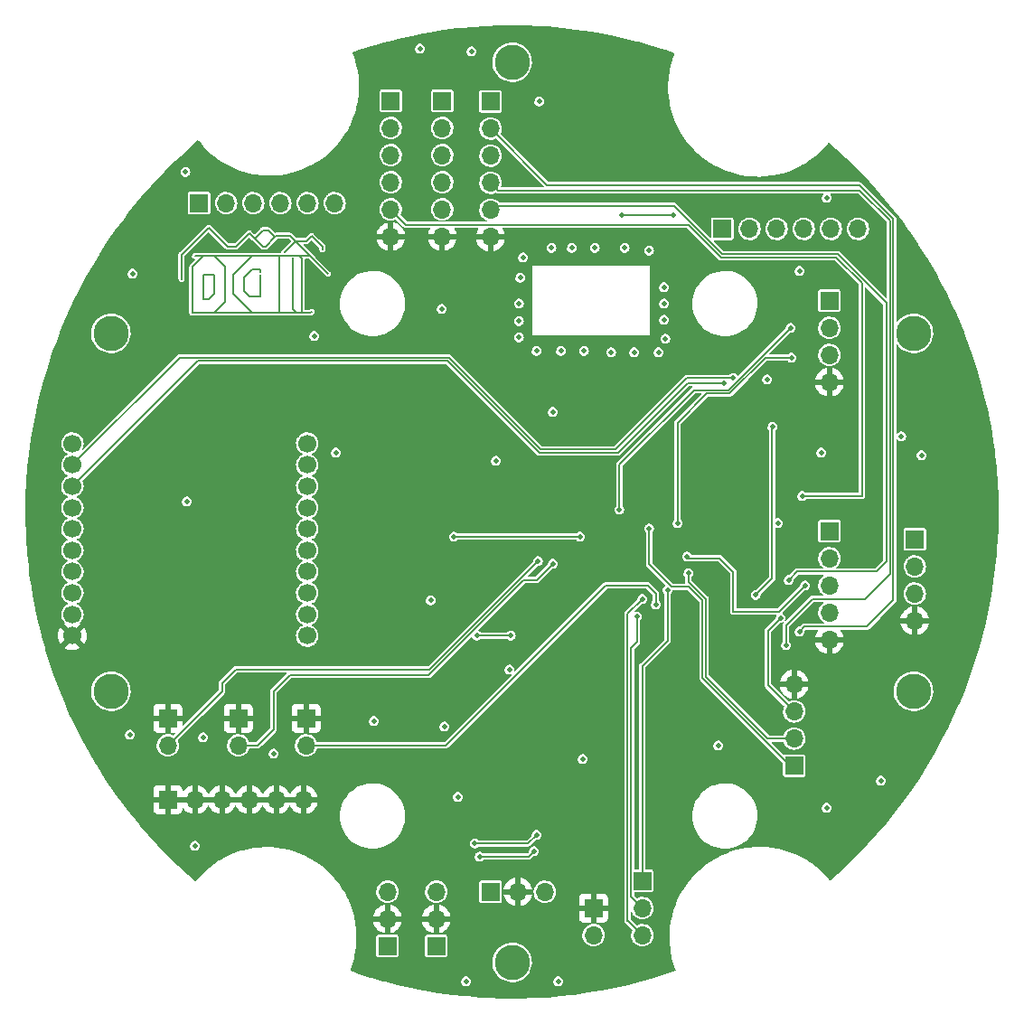
<source format=gbl>
%TF.GenerationSoftware,KiCad,Pcbnew,(6.0.5)*%
%TF.CreationDate,2023-03-12T20:27:36+02:00*%
%TF.ProjectId,rpi-cm4-base-carrier-rocket,7270692d-636d-4342-9d62-6173652d6361,v01*%
%TF.SameCoordinates,Original*%
%TF.FileFunction,Copper,L2,Bot*%
%TF.FilePolarity,Positive*%
%FSLAX46Y46*%
G04 Gerber Fmt 4.6, Leading zero omitted, Abs format (unit mm)*
G04 Created by KiCad (PCBNEW (6.0.5)) date 2023-03-12 20:27:36*
%MOMM*%
%LPD*%
G01*
G04 APERTURE LIST*
%TA.AperFunction,ComponentPad*%
%ADD10R,1.700000X1.700000*%
%TD*%
%TA.AperFunction,ComponentPad*%
%ADD11O,1.700000X1.700000*%
%TD*%
%TA.AperFunction,ComponentPad*%
%ADD12C,1.700000*%
%TD*%
%TA.AperFunction,ViaPad*%
%ADD13C,0.508000*%
%TD*%
%TA.AperFunction,ViaPad*%
%ADD14C,3.300000*%
%TD*%
%TA.AperFunction,Conductor*%
%ADD15C,0.152400*%
%TD*%
%TA.AperFunction,Conductor*%
%ADD16C,0.200000*%
%TD*%
G04 APERTURE END LIST*
D10*
%TO.P,J12,1,Pin_1*%
%TO.N,+3.3V*%
X111379000Y-72898000D03*
D11*
%TO.P,J12,2,Pin_2*%
X113919000Y-72898000D03*
%TO.P,J12,3,Pin_3*%
X116459000Y-72898000D03*
%TO.P,J12,4,Pin_4*%
X118999000Y-72898000D03*
%TO.P,J12,5,Pin_5*%
X121539000Y-72898000D03*
%TO.P,J12,6,Pin_6*%
X124079000Y-72898000D03*
%TD*%
D10*
%TO.P,J6,1,Pin_1*%
%TO.N,+3.3V*%
X134162800Y-63322200D03*
D11*
%TO.P,J6,2,Pin_2*%
%TO.N,/CM4 GPIO/GPIO20*%
X134162800Y-65862200D03*
%TO.P,J6,3,Pin_3*%
%TO.N,/CM4 GPIO/GPIO19*%
X134162800Y-68402200D03*
%TO.P,J6,4,Pin_4*%
%TO.N,/CM4 GPIO/GPIO21*%
X134162800Y-70942200D03*
%TO.P,J6,5,Pin_5*%
%TO.N,/CM4 GPIO/GPIO17*%
X134162800Y-73482200D03*
%TO.P,J6,6,Pin_6*%
%TO.N,GND*%
X134162800Y-76022200D03*
%TD*%
D10*
%TO.P,J1,1,Pin_1*%
%TO.N,+5V*%
X170434000Y-103632000D03*
D11*
%TO.P,J1,2,Pin_2*%
%TO.N,/CM4 GPIO/GPIO8*%
X170434000Y-106172000D03*
%TO.P,J1,3,Pin_3*%
%TO.N,/CM4 GPIO/GPIO9*%
X170434000Y-108712000D03*
%TO.P,J1,4,Pin_4*%
%TO.N,/CM4 GPIO/GPIO7*%
X170434000Y-111252000D03*
%TO.P,J1,5,Pin_5*%
%TO.N,GND*%
X170434000Y-113792000D03*
%TD*%
D10*
%TO.P,J7,1,Pin_1*%
%TO.N,+3.3V*%
X129032000Y-142479000D03*
D11*
%TO.P,J7,2,Pin_2*%
%TO.N,GND*%
X129032000Y-139939000D03*
%TO.P,J7,3,Pin_3*%
%TO.N,/CM4 GPIO/GPIO23*%
X129032000Y-137399000D03*
%TD*%
D10*
%TO.P,J5,1,Pin_1*%
%TO.N,+3.3V*%
X129336800Y-63322200D03*
D11*
%TO.P,J5,2,Pin_2*%
%TO.N,/CM4 GPIO/GPIO20*%
X129336800Y-65862200D03*
%TO.P,J5,3,Pin_3*%
%TO.N,/CM4 GPIO/GPIO19*%
X129336800Y-68402200D03*
%TO.P,J5,4,Pin_4*%
%TO.N,/CM4 GPIO/GPIO21*%
X129336800Y-70942200D03*
%TO.P,J5,5,Pin_5*%
%TO.N,/CM4 GPIO/GPIO18*%
X129336800Y-73482200D03*
%TO.P,J5,6,Pin_6*%
%TO.N,GND*%
X129336800Y-76022200D03*
%TD*%
D10*
%TO.P,J15,1,Pin_1*%
%TO.N,GND*%
X108458000Y-128778000D03*
D11*
%TO.P,J15,2,Pin_2*%
X110998000Y-128778000D03*
%TO.P,J15,3,Pin_3*%
X113538000Y-128778000D03*
%TO.P,J15,4,Pin_4*%
X116078000Y-128778000D03*
%TO.P,J15,5,Pin_5*%
X118618000Y-128778000D03*
%TO.P,J15,6,Pin_6*%
X121158000Y-128778000D03*
%TD*%
D10*
%TO.P,J11,1,Pin_1*%
%TO.N,+3.3V*%
X133604000Y-142479000D03*
D11*
%TO.P,J11,2,Pin_2*%
%TO.N,GND*%
X133604000Y-139939000D03*
%TO.P,J11,3,Pin_3*%
%TO.N,/CM4 GPIO/GPIO24*%
X133604000Y-137399000D03*
%TD*%
D10*
%TO.P,J10,1,Pin_1*%
%TO.N,GND*%
X148336000Y-138933000D03*
D11*
%TO.P,J10,2,Pin_2*%
%TO.N,/CM4 GPIO/GPIO26*%
X148336000Y-141473000D03*
%TD*%
D10*
%TO.P,J9,1,Pin_1*%
%TO.N,+3.3V*%
X138684000Y-63373000D03*
D11*
%TO.P,J9,2,Pin_2*%
%TO.N,/CM4 GPIO/GPIO20*%
X138684000Y-65913000D03*
%TO.P,J9,3,Pin_3*%
%TO.N,/CM4 GPIO/GPIO19*%
X138684000Y-68453000D03*
%TO.P,J9,4,Pin_4*%
%TO.N,/CM4 GPIO/GPIO21*%
X138684000Y-70993000D03*
%TO.P,J9,5,Pin_5*%
%TO.N,/CM4 GPIO/GPIO16*%
X138684000Y-73533000D03*
%TO.P,J9,6,Pin_6*%
%TO.N,GND*%
X138684000Y-76073000D03*
%TD*%
D10*
%TO.P,J8,1,Pin_1*%
%TO.N,unconnected-(J8-Pad1)*%
X178435000Y-104394000D03*
D11*
%TO.P,J8,2,Pin_2*%
%TO.N,+5V*%
X178435000Y-106934000D03*
%TO.P,J8,3,Pin_3*%
%TO.N,Net-(J16-Pad1)*%
X178435000Y-109474000D03*
%TO.P,J8,4,Pin_4*%
%TO.N,GND*%
X178435000Y-112014000D03*
%TD*%
D10*
%TO.P,J14,1,Pin_1*%
%TO.N,+5V*%
X160401000Y-75311000D03*
D11*
%TO.P,J14,2,Pin_2*%
X162941000Y-75311000D03*
%TO.P,J14,3,Pin_3*%
X165481000Y-75311000D03*
%TO.P,J14,4,Pin_4*%
X168021000Y-75311000D03*
%TO.P,J14,5,Pin_5*%
X170561000Y-75311000D03*
%TO.P,J14,6,Pin_6*%
X173101000Y-75311000D03*
%TD*%
D10*
%TO.P,J16,1,Pin_1*%
%TO.N,Net-(J16-Pad1)*%
X170434000Y-82042000D03*
D11*
%TO.P,J16,2,Pin_2*%
%TO.N,/CM4 GPIO/GPIO2*%
X170434000Y-84582000D03*
%TO.P,J16,3,Pin_3*%
%TO.N,/CM4 GPIO/GPIO3*%
X170434000Y-87122000D03*
%TO.P,J16,4,Pin_4*%
%TO.N,GND*%
X170434000Y-89662000D03*
%TD*%
D12*
%TO.P,A1,1,VCC*%
%TO.N,+3.3V*%
X99515400Y-95419000D03*
%TO.P,A1,2,DOUT/DIO13*%
%TO.N,/CM4 GPIO/GPIO14*%
X99515400Y-97419000D03*
%TO.P,A1,3,DIN/~{CONFIG}/DIO14*%
%TO.N,/CM4 GPIO/GPIO15*%
X99515400Y-99419000D03*
%TO.P,A1,4,DIO12/SPI_MISO*%
%TO.N,unconnected-(A1-Pad4)*%
X99515400Y-101419000D03*
%TO.P,A1,5,~{RESET}*%
%TO.N,unconnected-(A1-Pad5)*%
X99515400Y-103419000D03*
%TO.P,A1,6,RSSI_PWM/DIO10*%
%TO.N,unconnected-(A1-Pad6)*%
X99515400Y-105419000D03*
%TO.P,A1,7,PWM1/DIO11/I2C_SDA*%
%TO.N,unconnected-(A1-Pad7)*%
X99515400Y-107419000D03*
%TO.P,A1,8,NC*%
%TO.N,unconnected-(A1-Pad8)*%
X99515400Y-109419000D03*
%TO.P,A1,9,~{DTR}/SLEEP_RQ/DIO8*%
%TO.N,unconnected-(A1-Pad9)*%
X99515400Y-111419000D03*
%TO.P,A1,10,GND*%
%TO.N,GND*%
X99515400Y-113419000D03*
%TO.P,A1,11,DIO4/SPI_MOSI*%
%TO.N,unconnected-(A1-Pad11)*%
X121515400Y-113419000D03*
%TO.P,A1,12,~{CTS}/DIO7*%
%TO.N,unconnected-(A1-Pad12)*%
X121515400Y-111419000D03*
%TO.P,A1,13,ON/~{SLEEP}/DIO9*%
%TO.N,unconnected-(A1-Pad13)*%
X121515400Y-109419000D03*
%TO.P,A1,14,NC*%
%TO.N,unconnected-(A1-Pad14)*%
X121515400Y-107419000D03*
%TO.P,A1,15,ASSOCIATE/DIO5*%
%TO.N,unconnected-(A1-Pad15)*%
X121515400Y-105419000D03*
%TO.P,A1,16,~{RTS}/DIO6*%
%TO.N,unconnected-(A1-Pad16)*%
X121515400Y-103419000D03*
%TO.P,A1,17,AD3/DIO3/SPI_~{SSEL}*%
%TO.N,unconnected-(A1-Pad17)*%
X121515400Y-101419000D03*
%TO.P,A1,18,AD2/DIO2/SPI_CLK*%
%TO.N,unconnected-(A1-Pad18)*%
X121515400Y-99419000D03*
%TO.P,A1,19,AD1/DIO1/SPI_~{ATTN}/I2C_SCL*%
%TO.N,unconnected-(A1-Pad19)*%
X121515400Y-97419000D03*
%TO.P,A1,20,AD0/DIO0*%
%TO.N,unconnected-(A1-Pad20)*%
X121515400Y-95419000D03*
%TD*%
D10*
%TO.P,J13,1,Pin_1*%
%TO.N,+3.3V*%
X138699000Y-137414000D03*
D11*
%TO.P,J13,2,Pin_2*%
%TO.N,GND*%
X141239000Y-137414000D03*
%TO.P,J13,3,Pin_3*%
%TO.N,/CM4 GPIO/GPIO25*%
X143779000Y-137414000D03*
%TD*%
D10*
%TO.P,J4,1,Pin_1*%
%TO.N,GND*%
X115062000Y-121158000D03*
D11*
%TO.P,J4,2,Pin_2*%
%TO.N,/CM4 GPIO/GPIO22*%
X115062000Y-123698000D03*
%TD*%
D10*
%TO.P,J2,1,Pin_1*%
%TO.N,/CM4 GPIO/GPIO4*%
X167132000Y-125593000D03*
D11*
%TO.P,J2,2,Pin_2*%
%TO.N,/CM4 GPIO/GPIO5*%
X167132000Y-123053000D03*
%TO.P,J2,3,Pin_3*%
%TO.N,/CM4 GPIO/GPIO12*%
X167132000Y-120513000D03*
%TO.P,J2,4,Pin_4*%
%TO.N,GND*%
X167132000Y-117973000D03*
%TD*%
D10*
%TO.P,J3,1,Pin_1*%
%TO.N,/CM4 GPIO/GPIO6*%
X152908000Y-136398000D03*
D11*
%TO.P,J3,2,Pin_2*%
%TO.N,/CM4 GPIO/GPIO10*%
X152908000Y-138938000D03*
%TO.P,J3,3,Pin_3*%
%TO.N,/CM4 GPIO/GPIO11*%
X152908000Y-141478000D03*
%TD*%
D10*
%TO.P,J19,1,Pin_1*%
%TO.N,GND*%
X121412000Y-121158000D03*
D11*
%TO.P,J19,2,Pin_2*%
%TO.N,/CM4 GPIO/GPIO13*%
X121412000Y-123698000D03*
%TD*%
D10*
%TO.P,J17,1,Pin_1*%
%TO.N,GND*%
X108458000Y-121153000D03*
D11*
%TO.P,J17,2,Pin_2*%
%TO.N,/CM4 GPIO/GPIO27*%
X108458000Y-123693000D03*
%TD*%
D13*
%TO.N,*%
X160020000Y-123698000D03*
X127762000Y-121412000D03*
X111760000Y-122936000D03*
X170180000Y-72390000D03*
X147320000Y-124968000D03*
X140462000Y-116586000D03*
X143002000Y-86741000D03*
D14*
X103124000Y-85090000D03*
D13*
X179070000Y-96520000D03*
X175260000Y-127000000D03*
X143256000Y-63373000D03*
X164592000Y-89408000D03*
X134112000Y-82804000D03*
X152146000Y-86868000D03*
X110236000Y-100838000D03*
X177165000Y-94742000D03*
X151257000Y-77089000D03*
X167640000Y-79248000D03*
X141478000Y-79883000D03*
X149987000Y-86868000D03*
D14*
X140716000Y-59690000D03*
D13*
X145034000Y-145796000D03*
X154940000Y-82296000D03*
X104902000Y-122682000D03*
X132080000Y-58420000D03*
X135636000Y-128524000D03*
X154432000Y-86868000D03*
X136906000Y-58674000D03*
D14*
X178308000Y-85090000D03*
D13*
X139192000Y-97028000D03*
X170180000Y-129540000D03*
X144526000Y-92456000D03*
X148463000Y-77089000D03*
X122174000Y-85344000D03*
X154940000Y-80772000D03*
X118364000Y-124460000D03*
X110998000Y-133096000D03*
X153543000Y-77343000D03*
D14*
X103124000Y-118618000D03*
D13*
X110109000Y-69977000D03*
D14*
X178308000Y-118618000D03*
D13*
X155067000Y-85598000D03*
X136398000Y-145796000D03*
X105156000Y-79502000D03*
X146304000Y-77089000D03*
X141351000Y-85471000D03*
X133096000Y-110109000D03*
X169672000Y-96266000D03*
X147447000Y-86741000D03*
X134366000Y-121920000D03*
X141732000Y-77978000D03*
X141351000Y-82296000D03*
X144399000Y-77089000D03*
D14*
X140716000Y-144018000D03*
D13*
X141351000Y-83947000D03*
X145288000Y-86741000D03*
X154940000Y-83820000D03*
X165608000Y-102870000D03*
X124206000Y-96266000D03*
%TO.N,/CM4 GPIO/GPIO9*%
X168148000Y-108712000D03*
X157099000Y-105994180D03*
%TO.N,GND*%
X147800000Y-61400000D03*
X163675000Y-114550000D03*
%TO.N,/CM4 GPIO/GPIO4*%
X153543000Y-103378000D03*
%TO.N,/CM4 GPIO/GPIO5*%
X157226000Y-107569000D03*
%TO.N,/CM4 GPIO/GPIO12*%
X165862000Y-111760000D03*
%TO.N,/CM4 GPIO/GPIO14*%
X161417000Y-89281000D03*
%TO.N,/CM4 GPIO/GPIO15*%
X160528000Y-89763600D03*
%TO.N,/CM4 GPIO/GPIO2*%
X166797809Y-84582000D03*
X150749000Y-101600000D03*
%TO.N,/CM4 GPIO/GPIO3*%
X166878000Y-87376000D03*
X156210000Y-102870000D03*
%TO.N,/CM4 GPIO/GPIO6*%
X155274198Y-109139801D03*
%TO.N,/CM4 GPIO/GPIO10*%
X152400000Y-111633000D03*
%TO.N,/CM4 GPIO/GPIO11*%
X152908000Y-109982000D03*
%TO.N,/CM4 GPIO/GPIO20*%
X167640000Y-113030000D03*
%TO.N,/CM4 GPIO/GPIO19*%
X140589000Y-113411000D03*
X137414000Y-113411000D03*
%TO.N,/CM4 GPIO/GPIO21*%
X166370000Y-114300000D03*
%TO.N,/CM4 GPIO/GPIO18*%
X167894000Y-100330000D03*
%TO.N,/CM4 GPIO/GPIO17*%
X135255000Y-104140000D03*
X147066000Y-104140000D03*
%TO.N,/CM4 GPIO/GPIO16*%
X166624000Y-108204000D03*
%TO.N,/CM4 GPIO/GPIO13*%
X154178000Y-110490000D03*
%TO.N,/CM4 GPIO/GPIO24*%
X137668000Y-134112000D03*
X142748000Y-133604000D03*
%TO.N,/CM4 GPIO/GPIO22*%
X144526000Y-106680000D03*
%TO.N,/CM4 GPIO/GPIO23*%
X137216473Y-132898473D03*
X143002000Y-132080000D03*
%TO.N,/CM4 GPIO/GPIO27*%
X143129000Y-106426000D03*
%TO.N,/CM4 GPIO/nLED_Activity*%
X165100000Y-93853000D03*
X163530500Y-109600000D03*
%TO.N,/CM4 GPIO/nPWR_LED*%
X155800000Y-74041000D03*
X151000000Y-74041000D03*
%TD*%
D15*
%TO.N,*%
X115570000Y-79883000D02*
X116332000Y-79121000D01*
X118872000Y-77851000D02*
X118872000Y-83185000D01*
X115570000Y-81153000D02*
X115570000Y-79883000D01*
X117094000Y-79121000D02*
X117094000Y-79375000D01*
X117094000Y-81661000D02*
X116078000Y-81661000D01*
X118618000Y-75946000D02*
X118491000Y-76073000D01*
X121920000Y-83058000D02*
X121793000Y-83185000D01*
X118491000Y-76073000D02*
X117856000Y-75438000D01*
X117348000Y-75438000D02*
X116586000Y-76200000D01*
X112268000Y-75184000D02*
X109728000Y-77724000D01*
X116078000Y-81661000D02*
X115570000Y-81153000D01*
X122936000Y-76962000D02*
X121920000Y-75946000D01*
X112268000Y-81915000D02*
X111760000Y-81915000D01*
X120523000Y-83185000D02*
X120142000Y-82804000D01*
X116332000Y-83185000D02*
X114554000Y-81407000D01*
X117602000Y-76962000D02*
X117348000Y-76962000D01*
X118872000Y-77851000D02*
X120777000Y-77851000D01*
X113792000Y-82169000D02*
X112776000Y-83185000D01*
X114046000Y-76962000D02*
X112268000Y-75184000D01*
X114808000Y-76962000D02*
X114046000Y-76962000D01*
X112776000Y-77851000D02*
X113792000Y-78867000D01*
X119888000Y-75946000D02*
X118618000Y-75946000D01*
X122936000Y-77216000D02*
X122936000Y-76962000D01*
X118872000Y-83185000D02*
X120523000Y-83185000D01*
X112776000Y-81407000D02*
X112268000Y-81915000D01*
X111760000Y-79629000D02*
X112776000Y-79629000D01*
X120777000Y-77851000D02*
X121031000Y-78105000D01*
X114554000Y-81407000D02*
X114554000Y-79629000D01*
X117348000Y-76962000D02*
X116078000Y-75692000D01*
X110744000Y-83185000D02*
X110744000Y-78867000D01*
X121920000Y-75946000D02*
X121412000Y-76454000D01*
X120523000Y-83185000D02*
X121031000Y-83185000D01*
X116332000Y-79121000D02*
X117094000Y-79121000D01*
X121412000Y-76454000D02*
X120396000Y-76454000D01*
X116078000Y-75692000D02*
X114808000Y-76962000D01*
X112776000Y-79629000D02*
X112776000Y-81407000D01*
X114554000Y-79629000D02*
X116332000Y-77851000D01*
X118872000Y-77851000D02*
X113792000Y-77851000D01*
X120142000Y-82804000D02*
X120142000Y-77978000D01*
X118491000Y-76073000D02*
X117602000Y-76962000D01*
X118872000Y-83185000D02*
X116332000Y-83185000D01*
X121031000Y-83185000D02*
X121793000Y-83185000D01*
X109728000Y-77724000D02*
X109728000Y-80010000D01*
X120396000Y-76454000D02*
X119380000Y-77470000D01*
X117094000Y-79629000D02*
X117094000Y-81661000D01*
X113792000Y-78867000D02*
X113792000Y-82169000D01*
X111760000Y-79629000D02*
X111760000Y-81915000D01*
X121031000Y-78105000D02*
X121031000Y-83185000D01*
X117856000Y-75438000D02*
X117348000Y-75438000D01*
X116332000Y-83185000D02*
X110744000Y-83185000D01*
X120777000Y-77851000D02*
X121793000Y-77851000D01*
X121793000Y-77851000D02*
X121920000Y-77978000D01*
X113792000Y-77851000D02*
X110998000Y-77851000D01*
X123444000Y-79502000D02*
X119888000Y-75946000D01*
X110744000Y-78867000D02*
X111760000Y-77851000D01*
D16*
%TO.N,/CM4 GPIO/GPIO9*%
X157276820Y-106172000D02*
X160147000Y-106172000D01*
X160147000Y-106172000D02*
X161417000Y-107442000D01*
X157099000Y-105994180D02*
X157276820Y-106172000D01*
X161417000Y-107442000D02*
X161417000Y-111150000D01*
X161417000Y-111150000D02*
X165710000Y-111150000D01*
X165710000Y-111150000D02*
X168148000Y-108712000D01*
%TO.N,/CM4 GPIO/GPIO4*%
X153543000Y-106726809D02*
X155654244Y-108838053D01*
X158547280Y-117373880D02*
X166766400Y-125593000D01*
X166766400Y-125593000D02*
X167132000Y-125593000D01*
X157274426Y-108838053D02*
X158547280Y-110110907D01*
X158547280Y-110110907D02*
X158547280Y-117373880D01*
X153543000Y-103378000D02*
X153543000Y-106726809D01*
X155654244Y-108838053D02*
X157274426Y-108838053D01*
%TO.N,/CM4 GPIO/GPIO5*%
X157226000Y-107569000D02*
X157226000Y-108359253D01*
X157226000Y-108359253D02*
X158851600Y-109984853D01*
X164656774Y-123053000D02*
X167132000Y-123053000D01*
X158851600Y-109984853D02*
X158851600Y-117247826D01*
X158851600Y-117247826D02*
X164656774Y-123053000D01*
%TO.N,/CM4 GPIO/GPIO12*%
X164668200Y-112953800D02*
X164668200Y-118049200D01*
X164668200Y-118049200D02*
X167132000Y-120513000D01*
X165862000Y-111760000D02*
X164668200Y-112953800D01*
%TO.N,/CM4 GPIO/GPIO14*%
X143382054Y-95961680D02*
X134796854Y-87376480D01*
X134796854Y-87376480D02*
X109601480Y-87376480D01*
X161417000Y-89281000D02*
X157099000Y-89281000D01*
X109557920Y-87376480D02*
X109601000Y-87376480D01*
X157099000Y-89281000D02*
X150418320Y-95961680D01*
X99515400Y-97419000D02*
X109557920Y-87376480D01*
X150418320Y-95961680D02*
X143382054Y-95961680D01*
%TO.N,/CM4 GPIO/GPIO15*%
X111253600Y-87680800D02*
X134670800Y-87680800D01*
X99515400Y-99419000D02*
X111253600Y-87680800D01*
X150622000Y-96266000D02*
X157124400Y-89763600D01*
X134670800Y-87680800D02*
X143256000Y-96266000D01*
X143256000Y-96266000D02*
X150622000Y-96266000D01*
X157124400Y-89763600D02*
X160528000Y-89763600D01*
%TO.N,/CM4 GPIO/GPIO2*%
X150749000Y-97409000D02*
X157734000Y-90424000D01*
X160955809Y-90424000D02*
X166797809Y-84582000D01*
X157734000Y-90424000D02*
X160955809Y-90424000D01*
X150749000Y-101600000D02*
X150749000Y-97409000D01*
%TO.N,/CM4 GPIO/GPIO3*%
X161081863Y-90728320D02*
X164434183Y-87376000D01*
X156210000Y-102870000D02*
X156210000Y-93472000D01*
X158953680Y-90728320D02*
X161081863Y-90728320D01*
X164434183Y-87376000D02*
X166878000Y-87376000D01*
X156210000Y-93472000D02*
X158953680Y-90728320D01*
%TO.N,/CM4 GPIO/GPIO6*%
X152908000Y-116251809D02*
X152908000Y-136398000D01*
X155274198Y-109139801D02*
X155274198Y-113885611D01*
X155274198Y-113885611D02*
X152908000Y-116251809D01*
%TO.N,/CM4 GPIO/GPIO10*%
X151829889Y-137874889D02*
X151844889Y-137874889D01*
X152400000Y-111633000D02*
X152400000Y-114020600D01*
X151829889Y-114590711D02*
X151829889Y-137874889D01*
X151844889Y-137874889D02*
X152908000Y-138938000D01*
X152400000Y-114020600D02*
X151829889Y-114590711D01*
%TO.N,/CM4 GPIO/GPIO11*%
X151525569Y-111364431D02*
X151525569Y-140110569D01*
X151525569Y-140110569D02*
X151540569Y-140110569D01*
X152908000Y-109982000D02*
X151525569Y-111364431D01*
X151540569Y-140110569D02*
X152908000Y-141478000D01*
%TO.N,/CM4 GPIO/GPIO20*%
X167640000Y-113030000D02*
X168097200Y-112572800D01*
X176403000Y-74398026D02*
X173226574Y-71221600D01*
X173226574Y-71221600D02*
X143992600Y-71221600D01*
X143992600Y-71221600D02*
X138684000Y-65913000D01*
X168097200Y-112572800D02*
X173939200Y-112572800D01*
X176403000Y-110109000D02*
X176403000Y-74398026D01*
X173939200Y-112572800D02*
X176403000Y-110109000D01*
%TO.N,/CM4 GPIO/GPIO19*%
X140589000Y-113411000D02*
X137414000Y-113411000D01*
%TO.N,/CM4 GPIO/GPIO21*%
X168818000Y-109982000D02*
X173736000Y-109982000D01*
X166370000Y-114300000D02*
X166370000Y-112430000D01*
X176098680Y-107619320D02*
X176098680Y-74524080D01*
X173278800Y-71704200D02*
X139395200Y-71704200D01*
X139395200Y-71704200D02*
X138684000Y-70993000D01*
X176098680Y-74524080D02*
X173278800Y-71704200D01*
X173736000Y-109982000D02*
X176098680Y-107619320D01*
X166370000Y-112430000D02*
X168818000Y-109982000D01*
%TO.N,/CM4 GPIO/GPIO18*%
X173482000Y-80389574D02*
X171070426Y-77978000D01*
X171070426Y-77978000D02*
X160274000Y-77978000D01*
X130784600Y-74930000D02*
X129336800Y-73482200D01*
X157226000Y-74930000D02*
X130784600Y-74930000D01*
X173482000Y-100330000D02*
X173482000Y-80389574D01*
X167894000Y-100330000D02*
X173482000Y-100330000D01*
X160274000Y-77978000D02*
X157226000Y-74930000D01*
%TO.N,/CM4 GPIO/GPIO17*%
X147066000Y-104140000D02*
X135255000Y-104140000D01*
%TO.N,/CM4 GPIO/GPIO16*%
X174868169Y-107416600D02*
X175794360Y-106490409D01*
X167411400Y-107416600D02*
X174868169Y-107416600D01*
X139065000Y-73152000D02*
X138684000Y-73533000D01*
X155878374Y-73152000D02*
X139065000Y-73152000D01*
X166624000Y-108204000D02*
X167411400Y-107416600D01*
X171196480Y-77673680D02*
X160400054Y-77673680D01*
X175794360Y-106490409D02*
X175794360Y-82271560D01*
X160400054Y-77673680D02*
X155878374Y-73152000D01*
X175794360Y-82271560D02*
X171196480Y-77673680D01*
%TO.N,/CM4 GPIO/GPIO13*%
X153416000Y-108712000D02*
X154178000Y-109474000D01*
X121412000Y-123698000D02*
X134493000Y-123698000D01*
X154178000Y-109474000D02*
X154178000Y-110490000D01*
X149479000Y-108712000D02*
X153416000Y-108712000D01*
X134493000Y-123698000D02*
X149479000Y-108712000D01*
D15*
%TO.N,/CM4 GPIO/GPIO24*%
X142240000Y-134112000D02*
X142748000Y-133604000D01*
X137668000Y-134112000D02*
X142240000Y-134112000D01*
D16*
%TO.N,/CM4 GPIO/GPIO22*%
X144526000Y-106680000D02*
X143002000Y-108204000D01*
X118364000Y-118618000D02*
X118364000Y-122174000D01*
X141781374Y-108204000D02*
X132891374Y-117094000D01*
X143002000Y-108204000D02*
X141781374Y-108204000D01*
X132891374Y-117094000D02*
X119888000Y-117094000D01*
X118364000Y-122174000D02*
X116840000Y-123698000D01*
X116840000Y-123698000D02*
X115062000Y-123698000D01*
X119888000Y-117094000D02*
X118364000Y-118618000D01*
D15*
%TO.N,/CM4 GPIO/GPIO23*%
X142183527Y-132898473D02*
X143002000Y-132080000D01*
X137216473Y-132898473D02*
X142183527Y-132898473D01*
D16*
%TO.N,/CM4 GPIO/GPIO27*%
X113538000Y-117856000D02*
X113538000Y-118613000D01*
X114808000Y-116586000D02*
X113538000Y-117856000D01*
X113538000Y-118613000D02*
X108458000Y-123693000D01*
X132969000Y-116586000D02*
X114808000Y-116586000D01*
X143129000Y-106426000D02*
X132969000Y-116586000D01*
%TO.N,/CM4 GPIO/nLED_Activity*%
X163530500Y-109600000D02*
X165054489Y-108076011D01*
X165054489Y-93898511D02*
X165100000Y-93853000D01*
X165054489Y-108076011D02*
X165054489Y-93898511D01*
%TO.N,/CM4 GPIO/nPWR_LED*%
X151000000Y-74041000D02*
X155800000Y-74041000D01*
%TD*%
%TA.AperFunction,Conductor*%
%TO.N,GND*%
G36*
X140846814Y-56237495D02*
G01*
X141245559Y-56244457D01*
X142162707Y-56260470D01*
X142164118Y-56260515D01*
X143052777Y-56301649D01*
X143478810Y-56321370D01*
X143480198Y-56321454D01*
X143966865Y-56358049D01*
X144792556Y-56420137D01*
X144793962Y-56420263D01*
X145423635Y-56485891D01*
X146102953Y-56556694D01*
X146104317Y-56556856D01*
X146683649Y-56634158D01*
X147408870Y-56730926D01*
X147410266Y-56731133D01*
X148709224Y-56942687D01*
X148710613Y-56942934D01*
X150002949Y-57191805D01*
X150004326Y-57192091D01*
X151288949Y-57478066D01*
X151290285Y-57478384D01*
X152315707Y-57737861D01*
X152566182Y-57801242D01*
X152567545Y-57801608D01*
X153833609Y-58161068D01*
X153834896Y-58161453D01*
X154736763Y-58445815D01*
X155090104Y-58557225D01*
X155091443Y-58557669D01*
X155113971Y-58565492D01*
X155896228Y-58837141D01*
X155924250Y-58862063D01*
X155925329Y-58902403D01*
X155880203Y-59009835D01*
X155879939Y-59010603D01*
X155879938Y-59010607D01*
X155756280Y-59371032D01*
X155696723Y-59544620D01*
X155653671Y-59704301D01*
X155555645Y-60067880D01*
X155549543Y-60090511D01*
X155549382Y-60091319D01*
X155549381Y-60091325D01*
X155488038Y-60399965D01*
X155439327Y-60645048D01*
X155439224Y-60645838D01*
X155439224Y-60645841D01*
X155381067Y-61094023D01*
X155366571Y-61205732D01*
X155331605Y-61770034D01*
X155331609Y-61770844D01*
X155331609Y-61770853D01*
X155332484Y-61936856D01*
X155334584Y-62335410D01*
X155375497Y-62899312D01*
X155454158Y-63459198D01*
X155454321Y-63459973D01*
X155454323Y-63459987D01*
X155507311Y-63712628D01*
X155570213Y-64012543D01*
X155723138Y-64556853D01*
X155912245Y-65089673D01*
X156136680Y-65608603D01*
X156395433Y-66111303D01*
X156687335Y-66595505D01*
X157011073Y-67059028D01*
X157365185Y-67499782D01*
X157365748Y-67500394D01*
X157365750Y-67500396D01*
X157382805Y-67518926D01*
X157748076Y-67915779D01*
X157787250Y-67952987D01*
X158119679Y-68268729D01*
X158158019Y-68305145D01*
X158312178Y-68433028D01*
X158554068Y-68633689D01*
X158593167Y-68666124D01*
X158593806Y-68666585D01*
X158593821Y-68666597D01*
X159019603Y-68974018D01*
X159051557Y-68997089D01*
X159052268Y-68997533D01*
X159052271Y-68997535D01*
X159530406Y-69296099D01*
X159530413Y-69296103D01*
X159531124Y-69296547D01*
X159625489Y-69347006D01*
X160028977Y-69562760D01*
X160028984Y-69562763D01*
X160029705Y-69563149D01*
X160030452Y-69563486D01*
X160030460Y-69563490D01*
X160544305Y-69795356D01*
X160545052Y-69795693D01*
X160545815Y-69795977D01*
X160545819Y-69795979D01*
X161074069Y-69992842D01*
X161074842Y-69993130D01*
X161616688Y-70154570D01*
X162168145Y-70279286D01*
X162168950Y-70279412D01*
X162725936Y-70366592D01*
X162725939Y-70366592D01*
X162726729Y-70366716D01*
X162895033Y-70381583D01*
X163289111Y-70416393D01*
X163289124Y-70416394D01*
X163289920Y-70416464D01*
X163488017Y-70420615D01*
X163854360Y-70428291D01*
X163854365Y-70428291D01*
X163855180Y-70428308D01*
X164137571Y-70415250D01*
X164419150Y-70402230D01*
X164419165Y-70402229D01*
X164419961Y-70402192D01*
X164420775Y-70402099D01*
X164420779Y-70402099D01*
X164980899Y-70338329D01*
X164981716Y-70338236D01*
X165109489Y-70314917D01*
X165537121Y-70236873D01*
X165537129Y-70236871D01*
X165537914Y-70236728D01*
X166086045Y-70098124D01*
X166623641Y-69923051D01*
X166624417Y-69922739D01*
X166624426Y-69922736D01*
X167147492Y-69712612D01*
X167147493Y-69712611D01*
X167148276Y-69712297D01*
X167320921Y-69629083D01*
X167656830Y-69467177D01*
X167656844Y-69467169D01*
X167657586Y-69466812D01*
X167961071Y-69294538D01*
X168148554Y-69188113D01*
X168148560Y-69188109D01*
X168149274Y-69187704D01*
X168151447Y-69186270D01*
X168620442Y-68876680D01*
X168620445Y-68876678D01*
X168621125Y-68876229D01*
X169071011Y-68533794D01*
X169496903Y-68161940D01*
X169896882Y-67762345D01*
X169941751Y-67711056D01*
X170147913Y-67475391D01*
X170269145Y-67336810D01*
X170326059Y-67262186D01*
X170358483Y-67243339D01*
X170397115Y-67254875D01*
X171049330Y-67820209D01*
X171050389Y-67821154D01*
X171287957Y-68039444D01*
X172015531Y-68707977D01*
X172022141Y-68714051D01*
X172023165Y-68715019D01*
X172894146Y-69563149D01*
X172968701Y-69635748D01*
X172969703Y-69636753D01*
X173888129Y-70584444D01*
X173889102Y-70585478D01*
X174477699Y-71229135D01*
X174738213Y-71514018D01*
X174779675Y-71559359D01*
X174780614Y-71560415D01*
X175642657Y-72559753D01*
X175643527Y-72560791D01*
X176476247Y-73584666D01*
X176477120Y-73585773D01*
X176642763Y-73801942D01*
X177279802Y-74633302D01*
X177280649Y-74634441D01*
X177726891Y-75253135D01*
X178048862Y-75699533D01*
X178052646Y-75704780D01*
X178053457Y-75705939D01*
X178726740Y-76698822D01*
X178794142Y-76798219D01*
X178794921Y-76799405D01*
X179461967Y-77847200D01*
X179503638Y-77912657D01*
X179504370Y-77913844D01*
X180175849Y-79039297D01*
X180180576Y-79047220D01*
X180181279Y-79048439D01*
X180509325Y-79636335D01*
X180824323Y-80200847D01*
X180824997Y-80202096D01*
X180903480Y-80352850D01*
X181425690Y-81355940D01*
X181434418Y-81372706D01*
X181435049Y-81373962D01*
X182007073Y-82555064D01*
X182010289Y-82561705D01*
X182010876Y-82562964D01*
X182221731Y-83032541D01*
X182551475Y-83766887D01*
X182552038Y-83768190D01*
X182894141Y-84593219D01*
X183049664Y-84968285D01*
X183057535Y-84987268D01*
X183058055Y-84988576D01*
X183196744Y-85352500D01*
X183528021Y-86221780D01*
X183528507Y-86223113D01*
X183695117Y-86701509D01*
X183934577Y-87389081D01*
X183962558Y-87469425D01*
X183962997Y-87470749D01*
X184178407Y-88152218D01*
X184360745Y-88729063D01*
X184361154Y-88730422D01*
X184722307Y-89999811D01*
X184722674Y-90001178D01*
X184979454Y-91014357D01*
X185046884Y-91280418D01*
X185047213Y-91281799D01*
X185334233Y-92569915D01*
X185334522Y-92571305D01*
X185359563Y-92701320D01*
X185583171Y-93862328D01*
X185584113Y-93867221D01*
X185584357Y-93868598D01*
X185796299Y-95171175D01*
X185796505Y-95172568D01*
X185924632Y-96135200D01*
X185970627Y-96480764D01*
X185970794Y-96482174D01*
X186099986Y-97727754D01*
X186106944Y-97794843D01*
X186107068Y-97796235D01*
X186205140Y-99112353D01*
X186205223Y-99113749D01*
X186264715Y-100423072D01*
X186265124Y-100432083D01*
X186265167Y-100433475D01*
X186278757Y-101260326D01*
X186286854Y-101753029D01*
X186286857Y-101754448D01*
X186270309Y-103074049D01*
X186270271Y-103075468D01*
X186257783Y-103376118D01*
X186215521Y-104393627D01*
X186215502Y-104394074D01*
X186215423Y-104395469D01*
X186154122Y-105263748D01*
X186122483Y-105711892D01*
X186122363Y-105713306D01*
X186119286Y-105744146D01*
X185992298Y-107016749D01*
X185991322Y-107026527D01*
X185991162Y-107027921D01*
X185822924Y-108330680D01*
X185822139Y-108336755D01*
X185821940Y-108338139D01*
X185616256Y-109634083D01*
X185615068Y-109641566D01*
X185614829Y-109642940D01*
X185374791Y-110915935D01*
X185370289Y-110939810D01*
X185370006Y-110941201D01*
X185088003Y-112230425D01*
X185087680Y-112231807D01*
X184768438Y-113512361D01*
X184768083Y-113513704D01*
X184411879Y-114784477D01*
X184411494Y-114785776D01*
X184018623Y-116045709D01*
X184018180Y-116047058D01*
X183589005Y-117294998D01*
X183588524Y-117296334D01*
X183123370Y-118531340D01*
X183122851Y-118532661D01*
X182622103Y-119753703D01*
X182621545Y-119755009D01*
X182423433Y-120200847D01*
X182086971Y-120958033D01*
X182085646Y-120961014D01*
X182085059Y-120962286D01*
X181548601Y-122081035D01*
X181514446Y-122152263D01*
X181513821Y-122153520D01*
X181396449Y-122381135D01*
X180908970Y-123326479D01*
X180908301Y-123327732D01*
X180386378Y-124271696D01*
X180280924Y-124462424D01*
X180269725Y-124482678D01*
X180269022Y-124483907D01*
X179597248Y-125619884D01*
X179596550Y-125621026D01*
X179229221Y-126203019D01*
X178892153Y-126737063D01*
X178891378Y-126738253D01*
X178154954Y-127833405D01*
X178154145Y-127834571D01*
X177386317Y-128907914D01*
X177385474Y-128909057D01*
X176586872Y-129959713D01*
X176585997Y-129960830D01*
X175757290Y-130987914D01*
X175756382Y-130989006D01*
X175515742Y-131270179D01*
X174901027Y-131988434D01*
X174898294Y-131991627D01*
X174897365Y-131992682D01*
X174020965Y-132958591D01*
X174010549Y-132970071D01*
X174009584Y-132971104D01*
X173853178Y-133133756D01*
X173094850Y-133922368D01*
X173093851Y-133923377D01*
X172600844Y-134407204D01*
X172205170Y-134795511D01*
X172151967Y-134847723D01*
X172150949Y-134848694D01*
X171690674Y-135274937D01*
X171182620Y-135745425D01*
X171181564Y-135746374D01*
X170528764Y-136316682D01*
X170493229Y-136328670D01*
X170457930Y-136309970D01*
X170398460Y-136233938D01*
X170398454Y-136233931D01*
X170397959Y-136233298D01*
X170020932Y-135812519D01*
X169874477Y-135669552D01*
X169617233Y-135418436D01*
X169616645Y-135417862D01*
X169186902Y-135051087D01*
X169186248Y-135050601D01*
X169186240Y-135050594D01*
X168734277Y-134714320D01*
X168734270Y-134714315D01*
X168733622Y-134713833D01*
X168587005Y-134619269D01*
X168259523Y-134408052D01*
X168259510Y-134408044D01*
X168258829Y-134407605D01*
X167764644Y-134133772D01*
X167253274Y-133893557D01*
X167252511Y-133893259D01*
X167252504Y-133893256D01*
X166727753Y-133688324D01*
X166727745Y-133688321D01*
X166727002Y-133688031D01*
X166726234Y-133687789D01*
X166726226Y-133687786D01*
X166188963Y-133518359D01*
X166188948Y-133518355D01*
X166188178Y-133518112D01*
X165639209Y-133384561D01*
X165082546Y-133287972D01*
X164520675Y-133228778D01*
X164519838Y-133228746D01*
X164519837Y-133228746D01*
X163956918Y-133207273D01*
X163956105Y-133207242D01*
X163955304Y-133207265D01*
X163955300Y-133207265D01*
X163392181Y-133223437D01*
X163392170Y-133223438D01*
X163391358Y-133223461D01*
X162949920Y-133265769D01*
X162829777Y-133277283D01*
X162829773Y-133277283D01*
X162828954Y-133277362D01*
X162828150Y-133277494D01*
X162828140Y-133277495D01*
X162580556Y-133318057D01*
X162271406Y-133368705D01*
X161721204Y-133497081D01*
X161180804Y-133661918D01*
X161180051Y-133662204D01*
X161180042Y-133662207D01*
X160921290Y-133760460D01*
X160652620Y-133862479D01*
X160651894Y-133862812D01*
X160651879Y-133862818D01*
X160168347Y-134084424D01*
X160139011Y-134097869D01*
X160138306Y-134098251D01*
X160138294Y-134098257D01*
X159925977Y-134213305D01*
X159642269Y-134367037D01*
X159164614Y-134668780D01*
X159163968Y-134669252D01*
X159163964Y-134669254D01*
X158722474Y-134991323D01*
X158708179Y-135001751D01*
X158707567Y-135002263D01*
X158707565Y-135002265D01*
X158643499Y-135055909D01*
X158275001Y-135364463D01*
X157867015Y-135755296D01*
X157866468Y-135755895D01*
X157498612Y-136158743D01*
X157486044Y-136172506D01*
X157133787Y-136614228D01*
X157133327Y-136614891D01*
X157133325Y-136614894D01*
X156982788Y-136831962D01*
X156811820Y-137078491D01*
X156740054Y-137198347D01*
X156581676Y-137462852D01*
X156521578Y-137563220D01*
X156264359Y-138066252D01*
X156179286Y-138264238D01*
X156090488Y-138470893D01*
X156041310Y-138585341D01*
X156041044Y-138586096D01*
X156041043Y-138586098D01*
X155854062Y-139116373D01*
X155853429Y-139118167D01*
X155853207Y-139118963D01*
X155853204Y-139118972D01*
X155717542Y-139605067D01*
X155701554Y-139662352D01*
X155701391Y-139663135D01*
X155701389Y-139663143D01*
X155587010Y-140212360D01*
X155586363Y-140215465D01*
X155586251Y-140216272D01*
X155586250Y-140216275D01*
X155514063Y-140734200D01*
X155508371Y-140775036D01*
X155467925Y-141338567D01*
X155467921Y-141339388D01*
X155467921Y-141339389D01*
X155466882Y-141555506D01*
X155465208Y-141903541D01*
X155465258Y-141904343D01*
X155465258Y-141904350D01*
X155493439Y-142358096D01*
X155500230Y-142467435D01*
X155515921Y-142588523D01*
X155572539Y-143025445D01*
X155572835Y-143027731D01*
X155572989Y-143028508D01*
X155572991Y-143028520D01*
X155670186Y-143518809D01*
X155682699Y-143581927D01*
X155829332Y-144127548D01*
X156012079Y-144662157D01*
X156012388Y-144662895D01*
X156012390Y-144662901D01*
X156048123Y-144748317D01*
X156048255Y-144785820D01*
X156018954Y-144813530D01*
X155243980Y-145081921D01*
X155242691Y-145082347D01*
X154024722Y-145466701D01*
X154023421Y-145467092D01*
X152795356Y-145817520D01*
X152794056Y-145817872D01*
X151556636Y-146134162D01*
X151555392Y-146134462D01*
X150309702Y-146416335D01*
X150308402Y-146416610D01*
X149055418Y-146663847D01*
X149054133Y-146664082D01*
X147794716Y-146876510D01*
X147793419Y-146876710D01*
X146920599Y-146999162D01*
X146528659Y-147054148D01*
X146527311Y-147054318D01*
X146155610Y-147095999D01*
X145258097Y-147196640D01*
X145256795Y-147196767D01*
X144681910Y-147245144D01*
X143984189Y-147303856D01*
X143982834Y-147303952D01*
X142949459Y-147362127D01*
X142707667Y-147375739D01*
X142706324Y-147375796D01*
X141429696Y-147412214D01*
X141428404Y-147412234D01*
X140793722Y-147412744D01*
X140151230Y-147413261D01*
X140149873Y-147413243D01*
X139452970Y-147394484D01*
X138873198Y-147378878D01*
X138871900Y-147378825D01*
X137596629Y-147309092D01*
X137595277Y-147308999D01*
X137533688Y-147303916D01*
X137441641Y-147296319D01*
X136322495Y-147203956D01*
X136321143Y-147203826D01*
X135051721Y-147063548D01*
X135050373Y-147063380D01*
X134546786Y-146993557D01*
X133785322Y-146887978D01*
X133784037Y-146887781D01*
X132978043Y-146753165D01*
X132524298Y-146677381D01*
X132522962Y-146677138D01*
X131917421Y-146558666D01*
X131269607Y-146431923D01*
X131268323Y-146431654D01*
X130022182Y-146151786D01*
X130020904Y-146151480D01*
X128783020Y-145837192D01*
X128781759Y-145836854D01*
X128617929Y-145790390D01*
X135938860Y-145790390D01*
X135939312Y-145793847D01*
X135939312Y-145793850D01*
X135944981Y-145837199D01*
X135955741Y-145919481D01*
X136008174Y-146038645D01*
X136010420Y-146041317D01*
X136010422Y-146041320D01*
X136088597Y-146134319D01*
X136091946Y-146138303D01*
X136200320Y-146210444D01*
X136324587Y-146249267D01*
X136328077Y-146249331D01*
X136354614Y-146249817D01*
X136454755Y-146251653D01*
X136580360Y-146217409D01*
X136583331Y-146215585D01*
X136583333Y-146215584D01*
X136688332Y-146151114D01*
X136691306Y-146149288D01*
X136778672Y-146052767D01*
X136835437Y-145935604D01*
X136837612Y-145922680D01*
X136856724Y-145809081D01*
X136856724Y-145809078D01*
X136857037Y-145807219D01*
X136857174Y-145796000D01*
X136838718Y-145667125D01*
X136784832Y-145548610D01*
X136778521Y-145541285D01*
X136702130Y-145452629D01*
X136699850Y-145449983D01*
X136590601Y-145379172D01*
X136561276Y-145370402D01*
X136469212Y-145342869D01*
X136469209Y-145342869D01*
X136465870Y-145341870D01*
X136401328Y-145341475D01*
X136339174Y-145341095D01*
X136339172Y-145341095D01*
X136335683Y-145341074D01*
X136293692Y-145353075D01*
X136216401Y-145375165D01*
X136210505Y-145376850D01*
X136100400Y-145446321D01*
X136098090Y-145448937D01*
X136020542Y-145536744D01*
X136014219Y-145543903D01*
X135958890Y-145661751D01*
X135958353Y-145665200D01*
X135941467Y-145773650D01*
X135938860Y-145790390D01*
X128617929Y-145790390D01*
X127553027Y-145488372D01*
X127551730Y-145487984D01*
X127427298Y-145448937D01*
X126333198Y-145105607D01*
X126331951Y-145105197D01*
X125992622Y-144988291D01*
X125559559Y-144839091D01*
X125531475Y-144814236D01*
X125530419Y-144773608D01*
X125566476Y-144688710D01*
X125566478Y-144688704D01*
X125566796Y-144687956D01*
X125567060Y-144687197D01*
X125567065Y-144687183D01*
X125728770Y-144221582D01*
X125753146Y-144151395D01*
X125757433Y-144135720D01*
X125805557Y-143959726D01*
X138861688Y-143959726D01*
X138861756Y-143961458D01*
X138861756Y-143961460D01*
X138863929Y-144016750D01*
X138871977Y-144221582D01*
X138919058Y-144479376D01*
X139001994Y-144727965D01*
X139058409Y-144840869D01*
X139118356Y-144960843D01*
X139119128Y-144962387D01*
X139120113Y-144963812D01*
X139255097Y-145159118D01*
X139268124Y-145177967D01*
X139317959Y-145231878D01*
X139425219Y-145347910D01*
X139446010Y-145370402D01*
X139447355Y-145371497D01*
X139447356Y-145371498D01*
X139590915Y-145488373D01*
X139649235Y-145535853D01*
X139873745Y-145671019D01*
X139875333Y-145671691D01*
X139875340Y-145671695D01*
X140023143Y-145734281D01*
X140115060Y-145773203D01*
X140368365Y-145840366D01*
X140628607Y-145871167D01*
X140630349Y-145871126D01*
X140630350Y-145871126D01*
X140888852Y-145865034D01*
X140890592Y-145864993D01*
X140892301Y-145864709D01*
X140892307Y-145864708D01*
X141147378Y-145822253D01*
X141147383Y-145822252D01*
X141149094Y-145821967D01*
X141150751Y-145821443D01*
X141150755Y-145821442D01*
X141248940Y-145790390D01*
X144574860Y-145790390D01*
X144575312Y-145793847D01*
X144575312Y-145793850D01*
X144580981Y-145837199D01*
X144591741Y-145919481D01*
X144644174Y-146038645D01*
X144646420Y-146041317D01*
X144646422Y-146041320D01*
X144724597Y-146134319D01*
X144727946Y-146138303D01*
X144836320Y-146210444D01*
X144960587Y-146249267D01*
X144964077Y-146249331D01*
X144990614Y-146249817D01*
X145090755Y-146251653D01*
X145216360Y-146217409D01*
X145219331Y-146215585D01*
X145219333Y-146215584D01*
X145324332Y-146151114D01*
X145327306Y-146149288D01*
X145414672Y-146052767D01*
X145471437Y-145935604D01*
X145473612Y-145922680D01*
X145492724Y-145809081D01*
X145492724Y-145809078D01*
X145493037Y-145807219D01*
X145493174Y-145796000D01*
X145474718Y-145667125D01*
X145420832Y-145548610D01*
X145414521Y-145541285D01*
X145338130Y-145452629D01*
X145335850Y-145449983D01*
X145226601Y-145379172D01*
X145197276Y-145370402D01*
X145105212Y-145342869D01*
X145105209Y-145342869D01*
X145101870Y-145341870D01*
X145037328Y-145341475D01*
X144975174Y-145341095D01*
X144975172Y-145341095D01*
X144971683Y-145341074D01*
X144929692Y-145353075D01*
X144852401Y-145375165D01*
X144846505Y-145376850D01*
X144736400Y-145446321D01*
X144734090Y-145448937D01*
X144656542Y-145536744D01*
X144650219Y-145543903D01*
X144594890Y-145661751D01*
X144594353Y-145665200D01*
X144577467Y-145773650D01*
X144574860Y-145790390D01*
X141248940Y-145790390D01*
X141397292Y-145743472D01*
X141397293Y-145743472D01*
X141398955Y-145742946D01*
X141400521Y-145742194D01*
X141400526Y-145742192D01*
X141633623Y-145630261D01*
X141633629Y-145630258D01*
X141635188Y-145629509D01*
X141853082Y-145483917D01*
X141871867Y-145467092D01*
X142046997Y-145310232D01*
X142047001Y-145310228D01*
X142048287Y-145309076D01*
X142216910Y-145108475D01*
X142323926Y-144936881D01*
X142354669Y-144887587D01*
X142354671Y-144887583D01*
X142355586Y-144886116D01*
X142461547Y-144646436D01*
X142532681Y-144394216D01*
X142533193Y-144390408D01*
X142567401Y-144135720D01*
X142567401Y-144135719D01*
X142567566Y-144134491D01*
X142571227Y-144018000D01*
X142571139Y-144016760D01*
X142571139Y-144016750D01*
X142552841Y-143758317D01*
X142552841Y-143758315D01*
X142552719Y-143756596D01*
X142497563Y-143500408D01*
X142406860Y-143254547D01*
X142282420Y-143023920D01*
X142126726Y-142813126D01*
X141942884Y-142626374D01*
X141734562Y-142467388D01*
X141684099Y-142439127D01*
X141507429Y-142340186D01*
X141507420Y-142340182D01*
X141505917Y-142339340D01*
X141261512Y-142244787D01*
X141259830Y-142244397D01*
X141259823Y-142244395D01*
X141097075Y-142206673D01*
X141006221Y-142185614D01*
X140745141Y-142163002D01*
X140743413Y-142163097D01*
X140743409Y-142163097D01*
X140587135Y-142171697D01*
X140483478Y-142177402D01*
X140226456Y-142228527D01*
X140224826Y-142229100D01*
X140224824Y-142229100D01*
X140180154Y-142244787D01*
X139979201Y-142315357D01*
X139746647Y-142436159D01*
X139663038Y-142495907D01*
X139534844Y-142587515D01*
X139534840Y-142587518D01*
X139533434Y-142588523D01*
X139343816Y-142769409D01*
X139181578Y-142975208D01*
X139180709Y-142976703D01*
X139180709Y-142976704D01*
X139151548Y-143026909D01*
X139049955Y-143201813D01*
X139049305Y-143203419D01*
X139049303Y-143203422D01*
X138988922Y-143352496D01*
X138951574Y-143444703D01*
X138951158Y-143446379D01*
X138951157Y-143446381D01*
X138888814Y-143697359D01*
X138888813Y-143697367D01*
X138888399Y-143699032D01*
X138888224Y-143700743D01*
X138888223Y-143700747D01*
X138876657Y-143813635D01*
X138861688Y-143959726D01*
X125805557Y-143959726D01*
X125902744Y-143604302D01*
X125902961Y-143603509D01*
X125924145Y-143498773D01*
X125954488Y-143348748D01*
X127981500Y-143348748D01*
X127993133Y-143407231D01*
X128037448Y-143473552D01*
X128103769Y-143517867D01*
X128162252Y-143529500D01*
X129901748Y-143529500D01*
X129960231Y-143517867D01*
X130026552Y-143473552D01*
X130070867Y-143407231D01*
X130082500Y-143348748D01*
X132553500Y-143348748D01*
X132565133Y-143407231D01*
X132609448Y-143473552D01*
X132675769Y-143517867D01*
X132734252Y-143529500D01*
X134473748Y-143529500D01*
X134532231Y-143517867D01*
X134598552Y-143473552D01*
X134642867Y-143407231D01*
X134654500Y-143348748D01*
X134654500Y-141609252D01*
X134642867Y-141550769D01*
X134598552Y-141484448D01*
X134559363Y-141458262D01*
X147280520Y-141458262D01*
X147280720Y-141460644D01*
X147280720Y-141460648D01*
X147284766Y-141508828D01*
X147297759Y-141663553D01*
X147354544Y-141861586D01*
X147355638Y-141863715D01*
X147355639Y-141863717D01*
X147358209Y-141868717D01*
X147448712Y-142044818D01*
X147450198Y-142046693D01*
X147450200Y-142046696D01*
X147542502Y-142163152D01*
X147576677Y-142206270D01*
X147578503Y-142207824D01*
X147578504Y-142207825D01*
X147672085Y-142287468D01*
X147733564Y-142339791D01*
X147913398Y-142440297D01*
X147931064Y-142446037D01*
X148107047Y-142503218D01*
X148107051Y-142503219D01*
X148109329Y-142503959D01*
X148313894Y-142528351D01*
X148519300Y-142512546D01*
X148717725Y-142457145D01*
X148719854Y-142456070D01*
X148719858Y-142456068D01*
X148806728Y-142412186D01*
X148901610Y-142364258D01*
X149054527Y-142244787D01*
X149062062Y-142238900D01*
X149062063Y-142238899D01*
X149063951Y-142237424D01*
X149065519Y-142235608D01*
X149196993Y-142083293D01*
X149196997Y-142083288D01*
X149198564Y-142081472D01*
X149300323Y-141902344D01*
X149313882Y-141861586D01*
X149364595Y-141709135D01*
X149365351Y-141706863D01*
X149391171Y-141502474D01*
X149391423Y-141484448D01*
X149391564Y-141474371D01*
X149391564Y-141474368D01*
X149391583Y-141473000D01*
X149371480Y-141267970D01*
X149369348Y-141260906D01*
X149314136Y-141078039D01*
X149311935Y-141070749D01*
X149280109Y-141010893D01*
X149216342Y-140890962D01*
X149216339Y-140890958D01*
X149215218Y-140888849D01*
X149085011Y-140729200D01*
X148926275Y-140597882D01*
X148756407Y-140506035D01*
X148747160Y-140501035D01*
X148747159Y-140501034D01*
X148745055Y-140499897D01*
X148548254Y-140438977D01*
X148545879Y-140438727D01*
X148545877Y-140438727D01*
X148345752Y-140417693D01*
X148345747Y-140417693D01*
X148343369Y-140417443D01*
X148340984Y-140417660D01*
X148340979Y-140417660D01*
X148240786Y-140426779D01*
X148138203Y-140436114D01*
X147997244Y-140477600D01*
X147942875Y-140493602D01*
X147942873Y-140493603D01*
X147940572Y-140494280D01*
X147938446Y-140495391D01*
X147938447Y-140495391D01*
X147824222Y-140555107D01*
X147758002Y-140589726D01*
X147739739Y-140604410D01*
X147599312Y-140717315D01*
X147599309Y-140717318D01*
X147597447Y-140718815D01*
X147595908Y-140720649D01*
X147595907Y-140720650D01*
X147585819Y-140732673D01*
X147465024Y-140876630D01*
X147463869Y-140878731D01*
X147391213Y-141010893D01*
X147365776Y-141057162D01*
X147365052Y-141059443D01*
X147365052Y-141059444D01*
X147360550Y-141073637D01*
X147303484Y-141253532D01*
X147280520Y-141458262D01*
X134559363Y-141458262D01*
X134532231Y-141440133D01*
X134473748Y-141428500D01*
X132734252Y-141428500D01*
X132675769Y-141440133D01*
X132609448Y-141484448D01*
X132565133Y-141550769D01*
X132553500Y-141609252D01*
X132553500Y-143348748D01*
X130082500Y-143348748D01*
X130082500Y-141609252D01*
X130070867Y-141550769D01*
X130026552Y-141484448D01*
X129960231Y-141440133D01*
X129901748Y-141428500D01*
X128162252Y-141428500D01*
X128103769Y-141440133D01*
X128037448Y-141484448D01*
X127993133Y-141550769D01*
X127981500Y-141609252D01*
X127981500Y-143348748D01*
X125954488Y-143348748D01*
X125956730Y-143337661D01*
X126015562Y-143046782D01*
X126018096Y-143027731D01*
X126090327Y-142484577D01*
X126090328Y-142484568D01*
X126090438Y-142483740D01*
X126127250Y-141916934D01*
X126127215Y-141902721D01*
X126125832Y-141349750D01*
X126125830Y-141348936D01*
X126125048Y-141337749D01*
X126086243Y-140783136D01*
X126086243Y-140783135D01*
X126086186Y-140782322D01*
X126038354Y-140435897D01*
X126008613Y-140220499D01*
X126008612Y-140220490D01*
X126008497Y-140219661D01*
X126007627Y-140215465D01*
X126004276Y-140199313D01*
X127698533Y-140199313D01*
X127731259Y-140344528D01*
X127732457Y-140348351D01*
X127814958Y-140551528D01*
X127816766Y-140555107D01*
X127931339Y-140742072D01*
X127933710Y-140745312D01*
X128077289Y-140911064D01*
X128080140Y-140913856D01*
X128248873Y-141053942D01*
X128252147Y-141056234D01*
X128441482Y-141166872D01*
X128445093Y-141168602D01*
X128649950Y-141246829D01*
X128653807Y-141247950D01*
X128768447Y-141271273D01*
X128775772Y-141269850D01*
X128778000Y-141266547D01*
X128778000Y-141265885D01*
X129286000Y-141265885D01*
X129288855Y-141272777D01*
X129293445Y-141274678D01*
X129313315Y-141272133D01*
X129317243Y-141271298D01*
X129527276Y-141208284D01*
X129531007Y-141206822D01*
X129727931Y-141110350D01*
X129731372Y-141108299D01*
X129909900Y-140980957D01*
X129912957Y-140978374D01*
X130068293Y-140823578D01*
X130070884Y-140820534D01*
X130198853Y-140642445D01*
X130200909Y-140639025D01*
X130298074Y-140442427D01*
X130299549Y-140438701D01*
X130363297Y-140228882D01*
X130364142Y-140224974D01*
X130367079Y-140202663D01*
X130366181Y-140199313D01*
X132270533Y-140199313D01*
X132303259Y-140344528D01*
X132304457Y-140348351D01*
X132386958Y-140551528D01*
X132388766Y-140555107D01*
X132503339Y-140742072D01*
X132505710Y-140745312D01*
X132649289Y-140911064D01*
X132652140Y-140913856D01*
X132820873Y-141053942D01*
X132824147Y-141056234D01*
X133013482Y-141166872D01*
X133017093Y-141168602D01*
X133221950Y-141246829D01*
X133225807Y-141247950D01*
X133340447Y-141271273D01*
X133347772Y-141269850D01*
X133350000Y-141266547D01*
X133350000Y-141265885D01*
X133858000Y-141265885D01*
X133860855Y-141272777D01*
X133865445Y-141274678D01*
X133885315Y-141272133D01*
X133889243Y-141271298D01*
X134099276Y-141208284D01*
X134103007Y-141206822D01*
X134299931Y-141110350D01*
X134303372Y-141108299D01*
X134481900Y-140980957D01*
X134484957Y-140978374D01*
X134640293Y-140823578D01*
X134642884Y-140820534D01*
X134770853Y-140642445D01*
X134772909Y-140639025D01*
X134870074Y-140442427D01*
X134871549Y-140438701D01*
X134935297Y-140228882D01*
X134936142Y-140224974D01*
X134939079Y-140202663D01*
X134937148Y-140195458D01*
X134932891Y-140193000D01*
X133867747Y-140193000D01*
X133860855Y-140195855D01*
X133858000Y-140202747D01*
X133858000Y-141265885D01*
X133350000Y-141265885D01*
X133350000Y-140202747D01*
X133347145Y-140195855D01*
X133340253Y-140193000D01*
X132278857Y-140193000D01*
X132271965Y-140195855D01*
X132270533Y-140199313D01*
X130366181Y-140199313D01*
X130365148Y-140195458D01*
X130360891Y-140193000D01*
X129295747Y-140193000D01*
X129288855Y-140195855D01*
X129286000Y-140202747D01*
X129286000Y-141265885D01*
X128778000Y-141265885D01*
X128778000Y-140202747D01*
X128775145Y-140195855D01*
X128768253Y-140193000D01*
X127706857Y-140193000D01*
X127699965Y-140195855D01*
X127698533Y-140199313D01*
X126004276Y-140199313D01*
X125927607Y-139829757D01*
X146978001Y-139829757D01*
X146978144Y-139832407D01*
X146984416Y-139890153D01*
X146985827Y-139896085D01*
X147034601Y-140026190D01*
X147037924Y-140032259D01*
X147121002Y-140143110D01*
X147125890Y-140147998D01*
X147236741Y-140231076D01*
X147242810Y-140234399D01*
X147372919Y-140283175D01*
X147378846Y-140284584D01*
X147436589Y-140290856D01*
X147439237Y-140291000D01*
X148072253Y-140291000D01*
X148079145Y-140288145D01*
X148082000Y-140281253D01*
X148082000Y-140281252D01*
X148590000Y-140281252D01*
X148592855Y-140288144D01*
X148599747Y-140290999D01*
X149232757Y-140290999D01*
X149235407Y-140290856D01*
X149293153Y-140284584D01*
X149299085Y-140283173D01*
X149429190Y-140234399D01*
X149435259Y-140231076D01*
X149546110Y-140147998D01*
X149550998Y-140143110D01*
X149634076Y-140032259D01*
X149637399Y-140026190D01*
X149686175Y-139896081D01*
X149687584Y-139890154D01*
X149693856Y-139832411D01*
X149694000Y-139829763D01*
X149694000Y-139196747D01*
X149691145Y-139189855D01*
X149684253Y-139187000D01*
X148599747Y-139187000D01*
X148592855Y-139189855D01*
X148590000Y-139196747D01*
X148590000Y-140281252D01*
X148082000Y-140281252D01*
X148082000Y-139196747D01*
X148079145Y-139189855D01*
X148072253Y-139187000D01*
X146987748Y-139187000D01*
X146980856Y-139189855D01*
X146978001Y-139196747D01*
X146978001Y-139829757D01*
X125927607Y-139829757D01*
X125896081Y-139677798D01*
X127695109Y-139677798D01*
X127696482Y-139682466D01*
X127701128Y-139685000D01*
X128768253Y-139685000D01*
X128775145Y-139682145D01*
X128778000Y-139675253D01*
X129286000Y-139675253D01*
X129288855Y-139682145D01*
X129295747Y-139685000D01*
X130358712Y-139685000D01*
X130365604Y-139682145D01*
X130366935Y-139678932D01*
X130366650Y-139677798D01*
X132267109Y-139677798D01*
X132268482Y-139682466D01*
X132273128Y-139685000D01*
X133340253Y-139685000D01*
X133347145Y-139682145D01*
X133350000Y-139675253D01*
X133858000Y-139675253D01*
X133860855Y-139682145D01*
X133867747Y-139685000D01*
X134930712Y-139685000D01*
X134937604Y-139682145D01*
X134938935Y-139678932D01*
X134894445Y-139501813D01*
X134893153Y-139498019D01*
X134805714Y-139296922D01*
X134803818Y-139293386D01*
X134684709Y-139109270D01*
X134682266Y-139106098D01*
X134534679Y-138943903D01*
X134531751Y-138941172D01*
X134359660Y-138805264D01*
X134356322Y-138803046D01*
X134164343Y-138697067D01*
X134160685Y-138695424D01*
X133953978Y-138622225D01*
X133950109Y-138621202D01*
X133867596Y-138606504D01*
X133860310Y-138608106D01*
X133858000Y-138611719D01*
X133858000Y-139675253D01*
X133350000Y-139675253D01*
X133350000Y-138613734D01*
X133347145Y-138606842D01*
X133342882Y-138605076D01*
X133290202Y-138613138D01*
X133286290Y-138614070D01*
X133077857Y-138682196D01*
X133074175Y-138683743D01*
X132879657Y-138785003D01*
X132876267Y-138787138D01*
X132700903Y-138918805D01*
X132697907Y-138921465D01*
X132546407Y-139080001D01*
X132543889Y-139083110D01*
X132420311Y-139264268D01*
X132418332Y-139267752D01*
X132326007Y-139466650D01*
X132324621Y-139470418D01*
X132267109Y-139677798D01*
X130366650Y-139677798D01*
X130322445Y-139501813D01*
X130321153Y-139498019D01*
X130233714Y-139296922D01*
X130231818Y-139293386D01*
X130112709Y-139109270D01*
X130110266Y-139106098D01*
X129962679Y-138943903D01*
X129959751Y-138941172D01*
X129787660Y-138805264D01*
X129784322Y-138803046D01*
X129592343Y-138697067D01*
X129588685Y-138695424D01*
X129381978Y-138622225D01*
X129378109Y-138621202D01*
X129295596Y-138606504D01*
X129288310Y-138608106D01*
X129286000Y-138611719D01*
X129286000Y-139675253D01*
X128778000Y-139675253D01*
X128778000Y-138613734D01*
X128775145Y-138606842D01*
X128770882Y-138605076D01*
X128718202Y-138613138D01*
X128714290Y-138614070D01*
X128505857Y-138682196D01*
X128502175Y-138683743D01*
X128307657Y-138785003D01*
X128304267Y-138787138D01*
X128128903Y-138918805D01*
X128125907Y-138921465D01*
X127974407Y-139080001D01*
X127971889Y-139083110D01*
X127848311Y-139264268D01*
X127846332Y-139267752D01*
X127754007Y-139466650D01*
X127752621Y-139470418D01*
X127695109Y-139677798D01*
X125896081Y-139677798D01*
X125893284Y-139664314D01*
X125893116Y-139663504D01*
X125740564Y-139116373D01*
X125563295Y-138614070D01*
X125551805Y-138581512D01*
X125551804Y-138581510D01*
X125551536Y-138580750D01*
X125326886Y-138059065D01*
X125284197Y-137975846D01*
X125068010Y-137554412D01*
X125067635Y-137553681D01*
X124965774Y-137384262D01*
X127976520Y-137384262D01*
X127976720Y-137386644D01*
X127976720Y-137386648D01*
X127981377Y-137442104D01*
X127993759Y-137589553D01*
X128050544Y-137787586D01*
X128144712Y-137970818D01*
X128146198Y-137972693D01*
X128146200Y-137972696D01*
X128220352Y-138066252D01*
X128272677Y-138132270D01*
X128274503Y-138133824D01*
X128274504Y-138133825D01*
X128345445Y-138194200D01*
X128429564Y-138265791D01*
X128609398Y-138366297D01*
X128651962Y-138380127D01*
X128803047Y-138429218D01*
X128803051Y-138429219D01*
X128805329Y-138429959D01*
X129009894Y-138454351D01*
X129215300Y-138438546D01*
X129413725Y-138383145D01*
X129415854Y-138382070D01*
X129415858Y-138382068D01*
X129504099Y-138337494D01*
X129597610Y-138290258D01*
X129759951Y-138163424D01*
X129761519Y-138161608D01*
X129892993Y-138009293D01*
X129892997Y-138009288D01*
X129894564Y-138007472D01*
X129996323Y-137828344D01*
X130009882Y-137787586D01*
X130058613Y-137641094D01*
X130061351Y-137632863D01*
X130087171Y-137428474D01*
X130087488Y-137405815D01*
X130087564Y-137400371D01*
X130087564Y-137400368D01*
X130087583Y-137399000D01*
X130086138Y-137384262D01*
X132548520Y-137384262D01*
X132548720Y-137386644D01*
X132548720Y-137386648D01*
X132553377Y-137442104D01*
X132565759Y-137589553D01*
X132622544Y-137787586D01*
X132716712Y-137970818D01*
X132718198Y-137972693D01*
X132718200Y-137972696D01*
X132792352Y-138066252D01*
X132844677Y-138132270D01*
X132846503Y-138133824D01*
X132846504Y-138133825D01*
X132917445Y-138194200D01*
X133001564Y-138265791D01*
X133181398Y-138366297D01*
X133223962Y-138380127D01*
X133375047Y-138429218D01*
X133375051Y-138429219D01*
X133377329Y-138429959D01*
X133581894Y-138454351D01*
X133787300Y-138438546D01*
X133985725Y-138383145D01*
X133987854Y-138382070D01*
X133987858Y-138382068D01*
X134076099Y-138337494D01*
X134169610Y-138290258D01*
X134177942Y-138283748D01*
X137648500Y-138283748D01*
X137660133Y-138342231D01*
X137662815Y-138346245D01*
X137675432Y-138365127D01*
X137704448Y-138408552D01*
X137708459Y-138411232D01*
X137762420Y-138447288D01*
X137770769Y-138452867D01*
X137829252Y-138464500D01*
X139568748Y-138464500D01*
X139627231Y-138452867D01*
X139635581Y-138447288D01*
X139689541Y-138411232D01*
X139693552Y-138408552D01*
X139722568Y-138365127D01*
X139735185Y-138346245D01*
X139737867Y-138342231D01*
X139749500Y-138283748D01*
X139749500Y-137674313D01*
X139905533Y-137674313D01*
X139938259Y-137819528D01*
X139939457Y-137823351D01*
X140021958Y-138026528D01*
X140023766Y-138030107D01*
X140138339Y-138217072D01*
X140140710Y-138220312D01*
X140284289Y-138386064D01*
X140287140Y-138388856D01*
X140455873Y-138528942D01*
X140459147Y-138531234D01*
X140648482Y-138641872D01*
X140652093Y-138643602D01*
X140856950Y-138721829D01*
X140860807Y-138722950D01*
X140975447Y-138746273D01*
X140982772Y-138744850D01*
X140985000Y-138741547D01*
X140985000Y-138740885D01*
X141493000Y-138740885D01*
X141495855Y-138747777D01*
X141500445Y-138749678D01*
X141520315Y-138747133D01*
X141524243Y-138746298D01*
X141734276Y-138683284D01*
X141738007Y-138681822D01*
X141763664Y-138669253D01*
X146978000Y-138669253D01*
X146980855Y-138676145D01*
X146987747Y-138679000D01*
X148072253Y-138679000D01*
X148079145Y-138676145D01*
X148082000Y-138669253D01*
X148590000Y-138669253D01*
X148592855Y-138676145D01*
X148599747Y-138679000D01*
X149684252Y-138679000D01*
X149691144Y-138676145D01*
X149693999Y-138669253D01*
X149693999Y-138036244D01*
X149693856Y-138033593D01*
X149687584Y-137975847D01*
X149686173Y-137969915D01*
X149637399Y-137839810D01*
X149634076Y-137833741D01*
X149550998Y-137722890D01*
X149546110Y-137718002D01*
X149435259Y-137634924D01*
X149429190Y-137631601D01*
X149299081Y-137582825D01*
X149293154Y-137581416D01*
X149235411Y-137575144D01*
X149232763Y-137575000D01*
X148599747Y-137575000D01*
X148592855Y-137577855D01*
X148590000Y-137584747D01*
X148590000Y-138669253D01*
X148082000Y-138669253D01*
X148082000Y-137584748D01*
X148079145Y-137577856D01*
X148072253Y-137575001D01*
X147439244Y-137575001D01*
X147436593Y-137575144D01*
X147378847Y-137581416D01*
X147372915Y-137582827D01*
X147242810Y-137631601D01*
X147236741Y-137634924D01*
X147125890Y-137718002D01*
X147121002Y-137722890D01*
X147037924Y-137833741D01*
X147034601Y-137839810D01*
X146985825Y-137969919D01*
X146984416Y-137975846D01*
X146978144Y-138033589D01*
X146978000Y-138036237D01*
X146978000Y-138669253D01*
X141763664Y-138669253D01*
X141934931Y-138585350D01*
X141938372Y-138583299D01*
X142116900Y-138455957D01*
X142119957Y-138453374D01*
X142275293Y-138298578D01*
X142277884Y-138295534D01*
X142405853Y-138117445D01*
X142407909Y-138114025D01*
X142505074Y-137917427D01*
X142506549Y-137913701D01*
X142570297Y-137703882D01*
X142571142Y-137699974D01*
X142574079Y-137677663D01*
X142572148Y-137670458D01*
X142567891Y-137668000D01*
X141502747Y-137668000D01*
X141495855Y-137670855D01*
X141493000Y-137677747D01*
X141493000Y-138740885D01*
X140985000Y-138740885D01*
X140985000Y-137677747D01*
X140982145Y-137670855D01*
X140975253Y-137668000D01*
X139913857Y-137668000D01*
X139906965Y-137670855D01*
X139905533Y-137674313D01*
X139749500Y-137674313D01*
X139749500Y-137399262D01*
X142723520Y-137399262D01*
X142723720Y-137401644D01*
X142723720Y-137401648D01*
X142727346Y-137444828D01*
X142740759Y-137604553D01*
X142797544Y-137802586D01*
X142798638Y-137804715D01*
X142798639Y-137804717D01*
X142810782Y-137828344D01*
X142891712Y-137985818D01*
X142893198Y-137987693D01*
X142893200Y-137987696D01*
X142981059Y-138098546D01*
X143019677Y-138147270D01*
X143021503Y-138148824D01*
X143021504Y-138148825D01*
X143160313Y-138266960D01*
X143176564Y-138280791D01*
X143356398Y-138381297D01*
X143379662Y-138388856D01*
X143550047Y-138444218D01*
X143550051Y-138444219D01*
X143552329Y-138444959D01*
X143756894Y-138469351D01*
X143962300Y-138453546D01*
X144160725Y-138398145D01*
X144162854Y-138397070D01*
X144162858Y-138397068D01*
X144255371Y-138350336D01*
X144344610Y-138305258D01*
X144506951Y-138178424D01*
X144519899Y-138163424D01*
X144639993Y-138024293D01*
X144639997Y-138024288D01*
X144641564Y-138022472D01*
X144743323Y-137843344D01*
X144746518Y-137833741D01*
X144799552Y-137674313D01*
X144808351Y-137647863D01*
X144815427Y-137591854D01*
X144834000Y-137444828D01*
X144834000Y-137444827D01*
X144834171Y-137443474D01*
X144834583Y-137414000D01*
X144814480Y-137208970D01*
X144813237Y-137204850D01*
X144755626Y-137014039D01*
X144754935Y-137011749D01*
X144717663Y-136941650D01*
X144659342Y-136831962D01*
X144659339Y-136831958D01*
X144658218Y-136829849D01*
X144528011Y-136670200D01*
X144369275Y-136538882D01*
X144229002Y-136463037D01*
X144190160Y-136442035D01*
X144190159Y-136442034D01*
X144188055Y-136440897D01*
X143991254Y-136379977D01*
X143988879Y-136379727D01*
X143988877Y-136379727D01*
X143788752Y-136358693D01*
X143788747Y-136358693D01*
X143786369Y-136358443D01*
X143783984Y-136358660D01*
X143783979Y-136358660D01*
X143683786Y-136367778D01*
X143581203Y-136377114D01*
X143448495Y-136416172D01*
X143385875Y-136434602D01*
X143385873Y-136434603D01*
X143383572Y-136435280D01*
X143381446Y-136436391D01*
X143381447Y-136436391D01*
X143226833Y-136517222D01*
X143201002Y-136530726D01*
X143119206Y-136596491D01*
X143042312Y-136658315D01*
X143042309Y-136658318D01*
X143040447Y-136659815D01*
X143038908Y-136661649D01*
X143038907Y-136661650D01*
X143001506Y-136706223D01*
X142908024Y-136817630D01*
X142906869Y-136819731D01*
X142815768Y-136985444D01*
X142808776Y-136998162D01*
X142808052Y-137000443D01*
X142808052Y-137000444D01*
X142795616Y-137039649D01*
X142746484Y-137194532D01*
X142723520Y-137399262D01*
X139749500Y-137399262D01*
X139749500Y-137152798D01*
X139902109Y-137152798D01*
X139903482Y-137157466D01*
X139908128Y-137160000D01*
X140975253Y-137160000D01*
X140982145Y-137157145D01*
X140985000Y-137150253D01*
X141493000Y-137150253D01*
X141495855Y-137157145D01*
X141502747Y-137160000D01*
X142565712Y-137160000D01*
X142572604Y-137157145D01*
X142573935Y-137153932D01*
X142529445Y-136976813D01*
X142528153Y-136973019D01*
X142440714Y-136771922D01*
X142438818Y-136768386D01*
X142319709Y-136584270D01*
X142317266Y-136581098D01*
X142169679Y-136418903D01*
X142166751Y-136416172D01*
X141994660Y-136280264D01*
X141991322Y-136278046D01*
X141799343Y-136172067D01*
X141795685Y-136170424D01*
X141588978Y-136097225D01*
X141585109Y-136096202D01*
X141502596Y-136081504D01*
X141495310Y-136083106D01*
X141493000Y-136086719D01*
X141493000Y-137150253D01*
X140985000Y-137150253D01*
X140985000Y-136088734D01*
X140982145Y-136081842D01*
X140977882Y-136080076D01*
X140925202Y-136088138D01*
X140921290Y-136089070D01*
X140712857Y-136157196D01*
X140709175Y-136158743D01*
X140514657Y-136260003D01*
X140511267Y-136262138D01*
X140335903Y-136393805D01*
X140332907Y-136396465D01*
X140181407Y-136555001D01*
X140178889Y-136558110D01*
X140055311Y-136739268D01*
X140053332Y-136742752D01*
X139961007Y-136941650D01*
X139959621Y-136945418D01*
X139902109Y-137152798D01*
X139749500Y-137152798D01*
X139749500Y-136544252D01*
X139737867Y-136485769D01*
X139693552Y-136419448D01*
X139635539Y-136380684D01*
X139631245Y-136377815D01*
X139627231Y-136375133D01*
X139568748Y-136363500D01*
X137829252Y-136363500D01*
X137770769Y-136375133D01*
X137766755Y-136377815D01*
X137762461Y-136380684D01*
X137704448Y-136419448D01*
X137660133Y-136485769D01*
X137648500Y-136544252D01*
X137648500Y-138283748D01*
X134177942Y-138283748D01*
X134331951Y-138163424D01*
X134333519Y-138161608D01*
X134464993Y-138009293D01*
X134464997Y-138009288D01*
X134466564Y-138007472D01*
X134568323Y-137828344D01*
X134581882Y-137787586D01*
X134630613Y-137641094D01*
X134633351Y-137632863D01*
X134659171Y-137428474D01*
X134659488Y-137405815D01*
X134659564Y-137400371D01*
X134659564Y-137400368D01*
X134659583Y-137399000D01*
X134639480Y-137193970D01*
X134638220Y-137189795D01*
X134585155Y-137014039D01*
X134579935Y-136996749D01*
X134550639Y-136941650D01*
X134484342Y-136816962D01*
X134484339Y-136816958D01*
X134483218Y-136814849D01*
X134353011Y-136655200D01*
X134194275Y-136523882D01*
X134040797Y-136440897D01*
X134015160Y-136427035D01*
X134015159Y-136427034D01*
X134013055Y-136425897D01*
X133816254Y-136364977D01*
X133813879Y-136364727D01*
X133813877Y-136364727D01*
X133613752Y-136343693D01*
X133613747Y-136343693D01*
X133611369Y-136343443D01*
X133608984Y-136343660D01*
X133608979Y-136343660D01*
X133508786Y-136352778D01*
X133406203Y-136362114D01*
X133266897Y-136403114D01*
X133210875Y-136419602D01*
X133210873Y-136419603D01*
X133208572Y-136420280D01*
X133026002Y-136515726D01*
X132977154Y-136555001D01*
X132867312Y-136643315D01*
X132867309Y-136643318D01*
X132865447Y-136644815D01*
X132863908Y-136646649D01*
X132863907Y-136646650D01*
X132854119Y-136658315D01*
X132733024Y-136802630D01*
X132633776Y-136983162D01*
X132633052Y-136985443D01*
X132633052Y-136985444D01*
X132628294Y-137000444D01*
X132571484Y-137179532D01*
X132548520Y-137384262D01*
X130086138Y-137384262D01*
X130067480Y-137193970D01*
X130066220Y-137189795D01*
X130013155Y-137014039D01*
X130007935Y-136996749D01*
X129978639Y-136941650D01*
X129912342Y-136816962D01*
X129912339Y-136816958D01*
X129911218Y-136814849D01*
X129781011Y-136655200D01*
X129622275Y-136523882D01*
X129468797Y-136440897D01*
X129443160Y-136427035D01*
X129443159Y-136427034D01*
X129441055Y-136425897D01*
X129244254Y-136364977D01*
X129241879Y-136364727D01*
X129241877Y-136364727D01*
X129041752Y-136343693D01*
X129041747Y-136343693D01*
X129039369Y-136343443D01*
X129036984Y-136343660D01*
X129036979Y-136343660D01*
X128936786Y-136352778D01*
X128834203Y-136362114D01*
X128694897Y-136403114D01*
X128638875Y-136419602D01*
X128638873Y-136419603D01*
X128636572Y-136420280D01*
X128454002Y-136515726D01*
X128405154Y-136555001D01*
X128295312Y-136643315D01*
X128295309Y-136643318D01*
X128293447Y-136644815D01*
X128291908Y-136646649D01*
X128291907Y-136646650D01*
X128282119Y-136658315D01*
X128161024Y-136802630D01*
X128061776Y-136983162D01*
X128061052Y-136985443D01*
X128061052Y-136985444D01*
X128056294Y-137000444D01*
X127999484Y-137179532D01*
X127976520Y-137384262D01*
X124965774Y-137384262D01*
X124774958Y-137066892D01*
X124450183Y-136600904D01*
X124094781Y-136157832D01*
X123819181Y-135858048D01*
X123710915Y-135740282D01*
X123710911Y-135740278D01*
X123710365Y-135739684D01*
X123637775Y-135670683D01*
X123299278Y-135348926D01*
X123299273Y-135348921D01*
X123298678Y-135348356D01*
X122861587Y-134985623D01*
X122401074Y-134653131D01*
X121919227Y-134352386D01*
X121458735Y-134106390D01*
X137208860Y-134106390D01*
X137209312Y-134109847D01*
X137209312Y-134109850D01*
X137220482Y-134195265D01*
X137225741Y-134235481D01*
X137278174Y-134354645D01*
X137280420Y-134357317D01*
X137280422Y-134357320D01*
X137359697Y-134451628D01*
X137361946Y-134454303D01*
X137470320Y-134526444D01*
X137594587Y-134565267D01*
X137598077Y-134565331D01*
X137624614Y-134565817D01*
X137724755Y-134567653D01*
X137850360Y-134533409D01*
X137853331Y-134531585D01*
X137853333Y-134531584D01*
X137958332Y-134467114D01*
X137961306Y-134465288D01*
X137971249Y-134454303D01*
X138016042Y-134404817D01*
X138052370Y-134388700D01*
X142188940Y-134388700D01*
X142195015Y-134389146D01*
X142198879Y-134390473D01*
X142245202Y-134388734D01*
X142247039Y-134388700D01*
X142265736Y-134388700D01*
X142267957Y-134388286D01*
X142270204Y-134388079D01*
X142270206Y-134388097D01*
X142274285Y-134387642D01*
X142278178Y-134387496D01*
X142297367Y-134386776D01*
X142297369Y-134386776D01*
X142301885Y-134386606D01*
X142306037Y-134384822D01*
X142306042Y-134384821D01*
X142315932Y-134380571D01*
X142326304Y-134377420D01*
X142341337Y-134374620D01*
X142345188Y-134372247D01*
X142345189Y-134372246D01*
X142364843Y-134360131D01*
X142371212Y-134356822D01*
X142393415Y-134347283D01*
X142393418Y-134347281D01*
X142396593Y-134345917D01*
X142401091Y-134342222D01*
X142408597Y-134334716D01*
X142417533Y-134327652D01*
X142425233Y-134322906D01*
X142425235Y-134322904D01*
X142429085Y-134320531D01*
X142447081Y-134296865D01*
X142451437Y-134291876D01*
X142671114Y-134072199D01*
X142706660Y-134057855D01*
X142779880Y-134059197D01*
X142804755Y-134059653D01*
X142930360Y-134025409D01*
X142933331Y-134023585D01*
X142933333Y-134023584D01*
X143038332Y-133959114D01*
X143041306Y-133957288D01*
X143128672Y-133860767D01*
X143185437Y-133743604D01*
X143187019Y-133734206D01*
X143206724Y-133617081D01*
X143206724Y-133617078D01*
X143207037Y-133615219D01*
X143207174Y-133604000D01*
X143188718Y-133475125D01*
X143134832Y-133356610D01*
X143128521Y-133349285D01*
X143052130Y-133260629D01*
X143049850Y-133257983D01*
X142940601Y-133187172D01*
X142905839Y-133176776D01*
X142819212Y-133150869D01*
X142819209Y-133150869D01*
X142815870Y-133149870D01*
X142751328Y-133149475D01*
X142689174Y-133149095D01*
X142689172Y-133149095D01*
X142685683Y-133149074D01*
X142651936Y-133158719D01*
X142569690Y-133182225D01*
X142560505Y-133184850D01*
X142450400Y-133254321D01*
X142428245Y-133279407D01*
X142373566Y-133341320D01*
X142364219Y-133351903D01*
X142308890Y-133469751D01*
X142308353Y-133473200D01*
X142301327Y-133518326D01*
X142288860Y-133598390D01*
X142289312Y-133601847D01*
X142289312Y-133601850D01*
X142294223Y-133639400D01*
X142284486Y-133675617D01*
X142280285Y-133680402D01*
X142139739Y-133820948D01*
X142105091Y-133835300D01*
X138052037Y-133835300D01*
X138014916Y-133818285D01*
X137972130Y-133768629D01*
X137969850Y-133765983D01*
X137860601Y-133695172D01*
X137795213Y-133675617D01*
X137739212Y-133658869D01*
X137739209Y-133658869D01*
X137735870Y-133657870D01*
X137671328Y-133657475D01*
X137609174Y-133657095D01*
X137609172Y-133657095D01*
X137605683Y-133657074D01*
X137575865Y-133665596D01*
X137498224Y-133687786D01*
X137480505Y-133692850D01*
X137370400Y-133762321D01*
X137368090Y-133764937D01*
X137305948Y-133835300D01*
X137284219Y-133859903D01*
X137228890Y-133977751D01*
X137228353Y-133981200D01*
X137209911Y-134099643D01*
X137208860Y-134106390D01*
X121458735Y-134106390D01*
X121418232Y-134084753D01*
X121139353Y-133959114D01*
X120901108Y-133851781D01*
X120901095Y-133851776D01*
X120900361Y-133851445D01*
X120899594Y-133851160D01*
X120899587Y-133851157D01*
X120479999Y-133695172D01*
X120367961Y-133653521D01*
X119823448Y-133491877D01*
X119822645Y-133491697D01*
X119822632Y-133491693D01*
X119270097Y-133367429D01*
X119270083Y-133367426D01*
X119269290Y-133367248D01*
X119268476Y-133367122D01*
X119268472Y-133367121D01*
X119084863Y-133338645D01*
X118708000Y-133280197D01*
X118654411Y-133275549D01*
X118142947Y-133231191D01*
X118142938Y-133231191D01*
X118142125Y-133231120D01*
X118141301Y-133231104D01*
X118141297Y-133231104D01*
X117741101Y-133223437D01*
X117574229Y-133220240D01*
X117573401Y-133220280D01*
X117573397Y-133220280D01*
X117449270Y-133226267D01*
X117006889Y-133247606D01*
X117006056Y-133247703D01*
X117006052Y-133247703D01*
X116443513Y-133312996D01*
X116443511Y-133312996D01*
X116442678Y-133313093D01*
X116441869Y-133313243D01*
X116441860Y-133313244D01*
X116221192Y-133354062D01*
X115884153Y-133416405D01*
X115496156Y-133515584D01*
X115355051Y-133551653D01*
X115333847Y-133557073D01*
X115333072Y-133557328D01*
X115333061Y-133557331D01*
X115027233Y-133657870D01*
X114794257Y-133734459D01*
X114793518Y-133734758D01*
X114793511Y-133734761D01*
X114587373Y-133818285D01*
X114267829Y-133947759D01*
X113756950Y-134196006D01*
X113462548Y-134364443D01*
X113289754Y-134463304D01*
X113263938Y-134478074D01*
X112791027Y-134792683D01*
X112790384Y-134793176D01*
X112790376Y-134793182D01*
X112449116Y-135054977D01*
X112340362Y-135138407D01*
X112339737Y-135138957D01*
X112339731Y-135138962D01*
X111914604Y-135513135D01*
X111914591Y-135513148D01*
X111913988Y-135513678D01*
X111913414Y-135514256D01*
X111913410Y-135514260D01*
X111791796Y-135636776D01*
X111513838Y-135916795D01*
X111513306Y-135917409D01*
X111513300Y-135917415D01*
X111143665Y-136343693D01*
X111141726Y-136345929D01*
X111103548Y-136396465D01*
X111084839Y-136421229D01*
X111052502Y-136440223D01*
X111013654Y-136428724D01*
X111011705Y-136427035D01*
X110356129Y-135858983D01*
X110355100Y-135858065D01*
X109376739Y-134959034D01*
X109375701Y-134958052D01*
X108423983Y-134030863D01*
X108422974Y-134029850D01*
X107513329Y-133090390D01*
X110538860Y-133090390D01*
X110539312Y-133093847D01*
X110539312Y-133093850D01*
X110550179Y-133176946D01*
X110555741Y-133219481D01*
X110608174Y-133338645D01*
X110610420Y-133341317D01*
X110610422Y-133341320D01*
X110673709Y-133416608D01*
X110691946Y-133438303D01*
X110800320Y-133510444D01*
X110924587Y-133549267D01*
X110928077Y-133549331D01*
X110954614Y-133549817D01*
X111054755Y-133551653D01*
X111180360Y-133517409D01*
X111183331Y-133515585D01*
X111183333Y-133515584D01*
X111288332Y-133451114D01*
X111291306Y-133449288D01*
X111378672Y-133352767D01*
X111435437Y-133235604D01*
X111436180Y-133231191D01*
X111456724Y-133109081D01*
X111456724Y-133109078D01*
X111457037Y-133107219D01*
X111457174Y-133096000D01*
X111438718Y-132967125D01*
X111384832Y-132848610D01*
X111378521Y-132841285D01*
X111302130Y-132752629D01*
X111299850Y-132749983D01*
X111190601Y-132679172D01*
X111174533Y-132674367D01*
X111069212Y-132642869D01*
X111069209Y-132642869D01*
X111065870Y-132641870D01*
X111001328Y-132641475D01*
X110939174Y-132641095D01*
X110939172Y-132641095D01*
X110935683Y-132641074D01*
X110873094Y-132658962D01*
X110814795Y-132675624D01*
X110810505Y-132676850D01*
X110700400Y-132746321D01*
X110614219Y-132843903D01*
X110558890Y-132961751D01*
X110558353Y-132965200D01*
X110540735Y-133078349D01*
X110538860Y-133090390D01*
X107513329Y-133090390D01*
X107498760Y-133075344D01*
X107497780Y-133074303D01*
X106601738Y-132093171D01*
X106600790Y-132092101D01*
X105895266Y-131272809D01*
X105733791Y-131085295D01*
X105732879Y-131084204D01*
X105141354Y-130355326D01*
X124580982Y-130355326D01*
X124606657Y-130700821D01*
X124671278Y-131041188D01*
X124774014Y-131372053D01*
X124913545Y-131689160D01*
X124914242Y-131690356D01*
X124914244Y-131690359D01*
X125087378Y-131987238D01*
X125087382Y-131987245D01*
X125088076Y-131988434D01*
X125088906Y-131989546D01*
X125088907Y-131989547D01*
X125149690Y-132070945D01*
X125295364Y-132266027D01*
X125296316Y-132267039D01*
X125296321Y-132267045D01*
X125364343Y-132339354D01*
X125532744Y-132518369D01*
X125797164Y-132742217D01*
X126085225Y-132934693D01*
X126086460Y-132935329D01*
X126391987Y-133092687D01*
X126391995Y-133092691D01*
X126393223Y-133093323D01*
X126717199Y-133216066D01*
X127052986Y-133301345D01*
X127396270Y-133348064D01*
X127427075Y-133349274D01*
X127508707Y-133352482D01*
X127508724Y-133352482D01*
X127509174Y-133352500D01*
X127723754Y-133352500D01*
X127724436Y-133352461D01*
X127724446Y-133352461D01*
X127920640Y-133341320D01*
X127981890Y-133337842D01*
X127983258Y-133337607D01*
X127983266Y-133337606D01*
X128272616Y-133287886D01*
X128323334Y-133279171D01*
X128324668Y-133278782D01*
X128324673Y-133278781D01*
X128654604Y-133182615D01*
X128654609Y-133182613D01*
X128655941Y-133182225D01*
X128818342Y-133114125D01*
X128974156Y-133048787D01*
X128974160Y-133048785D01*
X128975436Y-133048250D01*
X129179586Y-132933920D01*
X129252899Y-132892863D01*
X136757333Y-132892863D01*
X136757785Y-132896320D01*
X136757785Y-132896323D01*
X136766792Y-132965200D01*
X136774214Y-133021954D01*
X136826647Y-133141118D01*
X136828893Y-133143790D01*
X136828895Y-133143793D01*
X136906071Y-133235604D01*
X136910419Y-133240776D01*
X137018793Y-133312917D01*
X137143060Y-133351740D01*
X137146550Y-133351804D01*
X137173087Y-133352290D01*
X137273228Y-133354126D01*
X137398833Y-133319882D01*
X137401804Y-133318058D01*
X137401806Y-133318057D01*
X137506805Y-133253587D01*
X137509779Y-133251761D01*
X137519722Y-133240776D01*
X137564515Y-133191290D01*
X137600843Y-133175173D01*
X142132467Y-133175173D01*
X142138542Y-133175619D01*
X142142406Y-133176946D01*
X142188729Y-133175207D01*
X142190566Y-133175173D01*
X142209263Y-133175173D01*
X142211484Y-133174759D01*
X142213731Y-133174552D01*
X142213733Y-133174570D01*
X142217812Y-133174115D01*
X142221705Y-133173969D01*
X142240894Y-133173249D01*
X142240896Y-133173249D01*
X142245412Y-133173079D01*
X142249564Y-133171295D01*
X142249569Y-133171294D01*
X142259459Y-133167044D01*
X142269831Y-133163893D01*
X142284864Y-133161093D01*
X142288715Y-133158720D01*
X142288716Y-133158719D01*
X142308370Y-133146604D01*
X142314739Y-133143295D01*
X142336942Y-133133756D01*
X142336945Y-133133754D01*
X142340120Y-133132390D01*
X142344618Y-133128695D01*
X142352124Y-133121189D01*
X142361060Y-133114125D01*
X142368760Y-133109379D01*
X142368762Y-133109377D01*
X142372612Y-133107004D01*
X142390608Y-133083338D01*
X142394964Y-133078349D01*
X142925114Y-132548199D01*
X142960660Y-132533855D01*
X143033880Y-132535197D01*
X143058755Y-132535653D01*
X143184360Y-132501409D01*
X143187331Y-132499585D01*
X143187333Y-132499584D01*
X143292332Y-132435114D01*
X143295306Y-132433288D01*
X143382672Y-132336767D01*
X143439437Y-132219604D01*
X143445397Y-132184183D01*
X143460724Y-132093081D01*
X143460724Y-132093078D01*
X143461037Y-132091219D01*
X143461174Y-132080000D01*
X143442718Y-131951125D01*
X143388832Y-131832610D01*
X143382521Y-131825285D01*
X143306130Y-131736629D01*
X143303850Y-131733983D01*
X143194601Y-131663172D01*
X143178533Y-131658367D01*
X143073212Y-131626869D01*
X143073209Y-131626869D01*
X143069870Y-131625870D01*
X143005328Y-131625475D01*
X142943174Y-131625095D01*
X142943172Y-131625095D01*
X142939683Y-131625074D01*
X142814505Y-131660850D01*
X142704400Y-131730321D01*
X142618219Y-131827903D01*
X142562890Y-131945751D01*
X142542860Y-132074390D01*
X142543312Y-132077847D01*
X142543312Y-132077850D01*
X142548223Y-132115400D01*
X142538486Y-132151617D01*
X142534285Y-132156402D01*
X142083266Y-132607421D01*
X142048618Y-132621773D01*
X137600510Y-132621773D01*
X137563389Y-132604758D01*
X137520603Y-132555102D01*
X137518323Y-132552456D01*
X137409074Y-132481645D01*
X137393006Y-132476840D01*
X137287685Y-132445342D01*
X137287682Y-132445342D01*
X137284343Y-132444343D01*
X137219801Y-132443948D01*
X137157647Y-132443568D01*
X137157645Y-132443568D01*
X137154156Y-132443547D01*
X137028978Y-132479323D01*
X136918873Y-132548794D01*
X136916563Y-132551410D01*
X136836528Y-132642033D01*
X136832692Y-132646376D01*
X136777363Y-132764224D01*
X136776826Y-132767673D01*
X136759391Y-132879649D01*
X136757333Y-132892863D01*
X129252899Y-132892863D01*
X129276494Y-132879649D01*
X129277710Y-132878968D01*
X129558878Y-132676556D01*
X129815325Y-132443616D01*
X130043753Y-132183143D01*
X130065623Y-132151617D01*
X130240440Y-131899621D01*
X130240441Y-131899620D01*
X130241228Y-131898485D01*
X130405208Y-131593303D01*
X130533587Y-131271519D01*
X130624713Y-130937271D01*
X130624923Y-130935908D01*
X130677205Y-130596229D01*
X130677206Y-130596221D01*
X130677416Y-130594855D01*
X130686828Y-130355326D01*
X130690963Y-130250075D01*
X130690963Y-130250074D01*
X130691018Y-130248674D01*
X130665343Y-129903179D01*
X130600722Y-129562812D01*
X130597701Y-129553081D01*
X130498399Y-129233277D01*
X130497986Y-129231947D01*
X130358455Y-128914840D01*
X130357756Y-128913641D01*
X130184622Y-128616762D01*
X130184618Y-128616755D01*
X130183924Y-128615566D01*
X130111359Y-128518390D01*
X135176860Y-128518390D01*
X135177312Y-128521847D01*
X135177312Y-128521850D01*
X135179304Y-128537081D01*
X135193741Y-128647481D01*
X135246174Y-128766645D01*
X135248420Y-128769317D01*
X135248422Y-128769320D01*
X135260219Y-128783354D01*
X135329946Y-128866303D01*
X135438320Y-128938444D01*
X135562587Y-128977267D01*
X135566077Y-128977331D01*
X135592614Y-128977817D01*
X135692755Y-128979653D01*
X135818360Y-128945409D01*
X135821331Y-128943585D01*
X135821333Y-128943584D01*
X135926332Y-128879114D01*
X135929306Y-128877288D01*
X136016672Y-128780767D01*
X136073437Y-128663604D01*
X136075612Y-128650680D01*
X136094724Y-128537081D01*
X136094724Y-128537078D01*
X136095037Y-128535219D01*
X136095174Y-128524000D01*
X136076718Y-128395125D01*
X136022832Y-128276610D01*
X136016521Y-128269285D01*
X135940130Y-128180629D01*
X135937850Y-128177983D01*
X135828601Y-128107172D01*
X135812533Y-128102367D01*
X135707212Y-128070869D01*
X135707209Y-128070869D01*
X135703870Y-128069870D01*
X135639328Y-128069475D01*
X135577174Y-128069095D01*
X135577172Y-128069095D01*
X135573683Y-128069074D01*
X135448505Y-128104850D01*
X135338400Y-128174321D01*
X135252219Y-128271903D01*
X135196890Y-128389751D01*
X135196353Y-128393200D01*
X135192209Y-128419817D01*
X135176860Y-128518390D01*
X130111359Y-128518390D01*
X129976636Y-128337973D01*
X129975684Y-128336961D01*
X129975679Y-128336955D01*
X129822687Y-128174321D01*
X129739256Y-128085631D01*
X129474836Y-127861783D01*
X129186775Y-127669307D01*
X129098812Y-127624003D01*
X128880013Y-127511313D01*
X128880005Y-127511309D01*
X128878777Y-127510677D01*
X128554801Y-127387934D01*
X128219014Y-127302655D01*
X127875730Y-127255936D01*
X127844925Y-127254726D01*
X127763293Y-127251518D01*
X127763276Y-127251518D01*
X127762826Y-127251500D01*
X127548246Y-127251500D01*
X127547564Y-127251539D01*
X127547554Y-127251539D01*
X127356470Y-127262390D01*
X127290110Y-127266158D01*
X127288742Y-127266393D01*
X127288734Y-127266394D01*
X127011203Y-127314083D01*
X126948666Y-127324829D01*
X126947332Y-127325218D01*
X126947327Y-127325219D01*
X126617396Y-127421385D01*
X126617391Y-127421387D01*
X126616059Y-127421775D01*
X126477389Y-127479924D01*
X126297844Y-127555213D01*
X126297840Y-127555215D01*
X126296564Y-127555750D01*
X125994290Y-127725032D01*
X125713122Y-127927444D01*
X125456675Y-128160384D01*
X125228247Y-128420857D01*
X125227461Y-128421990D01*
X125062233Y-128660165D01*
X125030772Y-128705515D01*
X124866792Y-129010697D01*
X124866281Y-129011977D01*
X124866279Y-129011982D01*
X124837110Y-129085095D01*
X124738413Y-129332481D01*
X124647287Y-129666729D01*
X124647078Y-129668088D01*
X124647077Y-129668092D01*
X124595088Y-130005872D01*
X124594584Y-130009145D01*
X124594529Y-130010533D01*
X124594529Y-130010538D01*
X124585117Y-130250075D01*
X124580982Y-130355326D01*
X105141354Y-130355326D01*
X104895624Y-130052537D01*
X104894739Y-130051414D01*
X104606871Y-129674757D01*
X107100001Y-129674757D01*
X107100144Y-129677407D01*
X107106416Y-129735153D01*
X107107827Y-129741085D01*
X107156601Y-129871190D01*
X107159924Y-129877259D01*
X107243002Y-129988110D01*
X107247890Y-129992998D01*
X107358741Y-130076076D01*
X107364810Y-130079399D01*
X107494919Y-130128175D01*
X107500846Y-130129584D01*
X107558589Y-130135856D01*
X107561237Y-130136000D01*
X108194253Y-130136000D01*
X108201145Y-130133145D01*
X108204000Y-130126253D01*
X108204000Y-130126252D01*
X108712000Y-130126252D01*
X108714855Y-130133144D01*
X108721747Y-130135999D01*
X109354757Y-130135999D01*
X109357407Y-130135856D01*
X109415153Y-130129584D01*
X109421085Y-130128173D01*
X109551190Y-130079399D01*
X109557259Y-130076076D01*
X109668110Y-129992998D01*
X109672998Y-129988110D01*
X109756076Y-129877259D01*
X109759399Y-129871190D01*
X109808175Y-129741081D01*
X109809584Y-129735154D01*
X109815856Y-129677411D01*
X109816000Y-129674763D01*
X109816000Y-129619081D01*
X109830352Y-129584433D01*
X109865000Y-129570081D01*
X109902037Y-129586999D01*
X110043289Y-129750064D01*
X110046140Y-129752856D01*
X110214873Y-129892942D01*
X110218147Y-129895234D01*
X110407482Y-130005872D01*
X110411093Y-130007602D01*
X110615950Y-130085829D01*
X110619807Y-130086950D01*
X110734447Y-130110273D01*
X110741772Y-130108850D01*
X110744000Y-130105547D01*
X110744000Y-130104885D01*
X111252000Y-130104885D01*
X111254855Y-130111777D01*
X111259445Y-130113678D01*
X111279315Y-130111133D01*
X111283243Y-130110298D01*
X111493276Y-130047284D01*
X111497007Y-130045822D01*
X111693931Y-129949350D01*
X111697372Y-129947299D01*
X111875900Y-129819957D01*
X111878957Y-129817374D01*
X112034293Y-129662578D01*
X112036884Y-129659534D01*
X112164853Y-129481445D01*
X112166911Y-129478020D01*
X112222673Y-129365195D01*
X112250891Y-129340492D01*
X112288311Y-129342977D01*
X112312001Y-129368470D01*
X112320958Y-129390528D01*
X112322766Y-129394107D01*
X112437339Y-129581072D01*
X112439710Y-129584312D01*
X112583289Y-129750064D01*
X112586140Y-129752856D01*
X112754873Y-129892942D01*
X112758147Y-129895234D01*
X112947482Y-130005872D01*
X112951093Y-130007602D01*
X113155950Y-130085829D01*
X113159807Y-130086950D01*
X113274447Y-130110273D01*
X113281772Y-130108850D01*
X113284000Y-130105547D01*
X113284000Y-130104885D01*
X113792000Y-130104885D01*
X113794855Y-130111777D01*
X113799445Y-130113678D01*
X113819315Y-130111133D01*
X113823243Y-130110298D01*
X114033276Y-130047284D01*
X114037007Y-130045822D01*
X114233931Y-129949350D01*
X114237372Y-129947299D01*
X114415900Y-129819957D01*
X114418957Y-129817374D01*
X114574293Y-129662578D01*
X114576884Y-129659534D01*
X114704853Y-129481445D01*
X114706911Y-129478020D01*
X114762673Y-129365195D01*
X114790891Y-129340492D01*
X114828311Y-129342977D01*
X114852001Y-129368470D01*
X114860958Y-129390528D01*
X114862766Y-129394107D01*
X114977339Y-129581072D01*
X114979710Y-129584312D01*
X115123289Y-129750064D01*
X115126140Y-129752856D01*
X115294873Y-129892942D01*
X115298147Y-129895234D01*
X115487482Y-130005872D01*
X115491093Y-130007602D01*
X115695950Y-130085829D01*
X115699807Y-130086950D01*
X115814447Y-130110273D01*
X115821772Y-130108850D01*
X115824000Y-130105547D01*
X115824000Y-130104885D01*
X116332000Y-130104885D01*
X116334855Y-130111777D01*
X116339445Y-130113678D01*
X116359315Y-130111133D01*
X116363243Y-130110298D01*
X116573276Y-130047284D01*
X116577007Y-130045822D01*
X116773931Y-129949350D01*
X116777372Y-129947299D01*
X116955900Y-129819957D01*
X116958957Y-129817374D01*
X117114293Y-129662578D01*
X117116884Y-129659534D01*
X117244853Y-129481445D01*
X117246911Y-129478020D01*
X117302673Y-129365195D01*
X117330891Y-129340492D01*
X117368311Y-129342977D01*
X117392001Y-129368470D01*
X117400958Y-129390528D01*
X117402766Y-129394107D01*
X117517339Y-129581072D01*
X117519710Y-129584312D01*
X117663289Y-129750064D01*
X117666140Y-129752856D01*
X117834873Y-129892942D01*
X117838147Y-129895234D01*
X118027482Y-130005872D01*
X118031093Y-130007602D01*
X118235950Y-130085829D01*
X118239807Y-130086950D01*
X118354447Y-130110273D01*
X118361772Y-130108850D01*
X118364000Y-130105547D01*
X118364000Y-130104885D01*
X118872000Y-130104885D01*
X118874855Y-130111777D01*
X118879445Y-130113678D01*
X118899315Y-130111133D01*
X118903243Y-130110298D01*
X119113276Y-130047284D01*
X119117007Y-130045822D01*
X119313931Y-129949350D01*
X119317372Y-129947299D01*
X119495900Y-129819957D01*
X119498957Y-129817374D01*
X119654293Y-129662578D01*
X119656884Y-129659534D01*
X119784853Y-129481445D01*
X119786911Y-129478020D01*
X119842673Y-129365195D01*
X119870891Y-129340492D01*
X119908311Y-129342977D01*
X119932001Y-129368470D01*
X119940958Y-129390528D01*
X119942766Y-129394107D01*
X120057339Y-129581072D01*
X120059710Y-129584312D01*
X120203289Y-129750064D01*
X120206140Y-129752856D01*
X120374873Y-129892942D01*
X120378147Y-129895234D01*
X120567482Y-130005872D01*
X120571093Y-130007602D01*
X120775950Y-130085829D01*
X120779807Y-130086950D01*
X120894447Y-130110273D01*
X120901772Y-130108850D01*
X120904000Y-130105547D01*
X120904000Y-130104885D01*
X121412000Y-130104885D01*
X121414855Y-130111777D01*
X121419445Y-130113678D01*
X121439315Y-130111133D01*
X121443243Y-130110298D01*
X121653276Y-130047284D01*
X121657007Y-130045822D01*
X121853931Y-129949350D01*
X121857372Y-129947299D01*
X122035900Y-129819957D01*
X122038957Y-129817374D01*
X122194293Y-129662578D01*
X122196884Y-129659534D01*
X122324853Y-129481445D01*
X122326909Y-129478025D01*
X122424074Y-129281427D01*
X122425549Y-129277701D01*
X122489297Y-129067882D01*
X122490142Y-129063974D01*
X122493079Y-129041663D01*
X122491148Y-129034458D01*
X122486891Y-129032000D01*
X121421747Y-129032000D01*
X121414855Y-129034855D01*
X121412000Y-129041747D01*
X121412000Y-130104885D01*
X120904000Y-130104885D01*
X120904000Y-129041747D01*
X120901145Y-129034855D01*
X120894253Y-129032000D01*
X118881747Y-129032000D01*
X118874855Y-129034855D01*
X118872000Y-129041747D01*
X118872000Y-130104885D01*
X118364000Y-130104885D01*
X118364000Y-129041747D01*
X118361145Y-129034855D01*
X118354253Y-129032000D01*
X116341747Y-129032000D01*
X116334855Y-129034855D01*
X116332000Y-129041747D01*
X116332000Y-130104885D01*
X115824000Y-130104885D01*
X115824000Y-129041747D01*
X115821145Y-129034855D01*
X115814253Y-129032000D01*
X113801747Y-129032000D01*
X113794855Y-129034855D01*
X113792000Y-129041747D01*
X113792000Y-130104885D01*
X113284000Y-130104885D01*
X113284000Y-129041747D01*
X113281145Y-129034855D01*
X113274253Y-129032000D01*
X111261747Y-129032000D01*
X111254855Y-129034855D01*
X111252000Y-129041747D01*
X111252000Y-130104885D01*
X110744000Y-130104885D01*
X110744000Y-129041747D01*
X110741145Y-129034855D01*
X110734253Y-129032000D01*
X108721747Y-129032000D01*
X108714855Y-129034855D01*
X108712000Y-129041747D01*
X108712000Y-130126252D01*
X108204000Y-130126252D01*
X108204000Y-129041747D01*
X108201145Y-129034855D01*
X108194253Y-129032000D01*
X107109748Y-129032000D01*
X107102856Y-129034855D01*
X107100001Y-129041747D01*
X107100001Y-129674757D01*
X104606871Y-129674757D01*
X104087914Y-128995736D01*
X104087063Y-128994588D01*
X103741679Y-128514253D01*
X107100000Y-128514253D01*
X107102855Y-128521145D01*
X107109747Y-128524000D01*
X108194253Y-128524000D01*
X108201145Y-128521145D01*
X108204000Y-128514253D01*
X108712000Y-128514253D01*
X108714855Y-128521145D01*
X108721747Y-128524000D01*
X110734253Y-128524000D01*
X110741145Y-128521145D01*
X110744000Y-128514253D01*
X111252000Y-128514253D01*
X111254855Y-128521145D01*
X111261747Y-128524000D01*
X113274253Y-128524000D01*
X113281145Y-128521145D01*
X113284000Y-128514253D01*
X113792000Y-128514253D01*
X113794855Y-128521145D01*
X113801747Y-128524000D01*
X115814253Y-128524000D01*
X115821145Y-128521145D01*
X115824000Y-128514253D01*
X116332000Y-128514253D01*
X116334855Y-128521145D01*
X116341747Y-128524000D01*
X118354253Y-128524000D01*
X118361145Y-128521145D01*
X118364000Y-128514253D01*
X118872000Y-128514253D01*
X118874855Y-128521145D01*
X118881747Y-128524000D01*
X120894253Y-128524000D01*
X120901145Y-128521145D01*
X120904000Y-128514253D01*
X121412000Y-128514253D01*
X121414855Y-128521145D01*
X121421747Y-128524000D01*
X122484712Y-128524000D01*
X122491604Y-128521145D01*
X122492935Y-128517932D01*
X122448445Y-128340813D01*
X122447153Y-128337019D01*
X122359714Y-128135922D01*
X122357818Y-128132386D01*
X122238709Y-127948270D01*
X122236266Y-127945098D01*
X122088679Y-127782903D01*
X122085751Y-127780172D01*
X121913660Y-127644264D01*
X121910322Y-127642046D01*
X121718343Y-127536067D01*
X121714685Y-127534424D01*
X121507978Y-127461225D01*
X121504109Y-127460202D01*
X121421596Y-127445504D01*
X121414310Y-127447106D01*
X121412000Y-127450719D01*
X121412000Y-128514253D01*
X120904000Y-128514253D01*
X120904000Y-127452734D01*
X120901145Y-127445842D01*
X120896882Y-127444076D01*
X120844202Y-127452138D01*
X120840290Y-127453070D01*
X120631857Y-127521196D01*
X120628175Y-127522743D01*
X120433657Y-127624003D01*
X120430267Y-127626138D01*
X120254903Y-127757805D01*
X120251907Y-127760465D01*
X120100407Y-127919001D01*
X120097889Y-127922110D01*
X119974311Y-128103268D01*
X119972330Y-128106757D01*
X119932887Y-128191730D01*
X119905282Y-128217116D01*
X119867812Y-128215545D01*
X119843506Y-128190639D01*
X119819714Y-128135922D01*
X119817818Y-128132386D01*
X119698709Y-127948270D01*
X119696266Y-127945098D01*
X119548679Y-127782903D01*
X119545751Y-127780172D01*
X119373660Y-127644264D01*
X119370322Y-127642046D01*
X119178343Y-127536067D01*
X119174685Y-127534424D01*
X118967978Y-127461225D01*
X118964109Y-127460202D01*
X118881596Y-127445504D01*
X118874310Y-127447106D01*
X118872000Y-127450719D01*
X118872000Y-128514253D01*
X118364000Y-128514253D01*
X118364000Y-127452734D01*
X118361145Y-127445842D01*
X118356882Y-127444076D01*
X118304202Y-127452138D01*
X118300290Y-127453070D01*
X118091857Y-127521196D01*
X118088175Y-127522743D01*
X117893657Y-127624003D01*
X117890267Y-127626138D01*
X117714903Y-127757805D01*
X117711907Y-127760465D01*
X117560407Y-127919001D01*
X117557889Y-127922110D01*
X117434311Y-128103268D01*
X117432330Y-128106757D01*
X117392887Y-128191730D01*
X117365282Y-128217116D01*
X117327812Y-128215545D01*
X117303506Y-128190639D01*
X117279714Y-128135922D01*
X117277818Y-128132386D01*
X117158709Y-127948270D01*
X117156266Y-127945098D01*
X117008679Y-127782903D01*
X117005751Y-127780172D01*
X116833660Y-127644264D01*
X116830322Y-127642046D01*
X116638343Y-127536067D01*
X116634685Y-127534424D01*
X116427978Y-127461225D01*
X116424109Y-127460202D01*
X116341596Y-127445504D01*
X116334310Y-127447106D01*
X116332000Y-127450719D01*
X116332000Y-128514253D01*
X115824000Y-128514253D01*
X115824000Y-127452734D01*
X115821145Y-127445842D01*
X115816882Y-127444076D01*
X115764202Y-127452138D01*
X115760290Y-127453070D01*
X115551857Y-127521196D01*
X115548175Y-127522743D01*
X115353657Y-127624003D01*
X115350267Y-127626138D01*
X115174903Y-127757805D01*
X115171907Y-127760465D01*
X115020407Y-127919001D01*
X115017889Y-127922110D01*
X114894311Y-128103268D01*
X114892330Y-128106757D01*
X114852887Y-128191730D01*
X114825282Y-128217116D01*
X114787812Y-128215545D01*
X114763506Y-128190639D01*
X114739714Y-128135922D01*
X114737818Y-128132386D01*
X114618709Y-127948270D01*
X114616266Y-127945098D01*
X114468679Y-127782903D01*
X114465751Y-127780172D01*
X114293660Y-127644264D01*
X114290322Y-127642046D01*
X114098343Y-127536067D01*
X114094685Y-127534424D01*
X113887978Y-127461225D01*
X113884109Y-127460202D01*
X113801596Y-127445504D01*
X113794310Y-127447106D01*
X113792000Y-127450719D01*
X113792000Y-128514253D01*
X113284000Y-128514253D01*
X113284000Y-127452734D01*
X113281145Y-127445842D01*
X113276882Y-127444076D01*
X113224202Y-127452138D01*
X113220290Y-127453070D01*
X113011857Y-127521196D01*
X113008175Y-127522743D01*
X112813657Y-127624003D01*
X112810267Y-127626138D01*
X112634903Y-127757805D01*
X112631907Y-127760465D01*
X112480407Y-127919001D01*
X112477889Y-127922110D01*
X112354311Y-128103268D01*
X112352330Y-128106757D01*
X112312887Y-128191730D01*
X112285282Y-128217116D01*
X112247812Y-128215545D01*
X112223506Y-128190639D01*
X112199714Y-128135922D01*
X112197818Y-128132386D01*
X112078709Y-127948270D01*
X112076266Y-127945098D01*
X111928679Y-127782903D01*
X111925751Y-127780172D01*
X111753660Y-127644264D01*
X111750322Y-127642046D01*
X111558343Y-127536067D01*
X111554685Y-127534424D01*
X111347978Y-127461225D01*
X111344109Y-127460202D01*
X111261596Y-127445504D01*
X111254310Y-127447106D01*
X111252000Y-127450719D01*
X111252000Y-128514253D01*
X110744000Y-128514253D01*
X110744000Y-127452734D01*
X110741145Y-127445842D01*
X110736882Y-127444076D01*
X110684202Y-127452138D01*
X110680290Y-127453070D01*
X110471857Y-127521196D01*
X110468175Y-127522743D01*
X110273657Y-127624003D01*
X110270267Y-127626138D01*
X110094903Y-127757805D01*
X110091907Y-127760465D01*
X109940407Y-127919001D01*
X109937889Y-127922110D01*
X109905478Y-127969623D01*
X109874097Y-127990158D01*
X109837386Y-127982489D01*
X109816851Y-127951108D01*
X109815999Y-127942010D01*
X109815999Y-127881244D01*
X109815856Y-127878593D01*
X109809584Y-127820847D01*
X109808173Y-127814915D01*
X109759399Y-127684810D01*
X109756076Y-127678741D01*
X109672998Y-127567890D01*
X109668110Y-127563002D01*
X109557259Y-127479924D01*
X109551190Y-127476601D01*
X109421081Y-127427825D01*
X109415154Y-127426416D01*
X109357411Y-127420144D01*
X109354763Y-127420000D01*
X108721747Y-127420000D01*
X108714855Y-127422855D01*
X108712000Y-127429747D01*
X108712000Y-128514253D01*
X108204000Y-128514253D01*
X108204000Y-127429748D01*
X108201145Y-127422856D01*
X108194253Y-127420001D01*
X107561244Y-127420001D01*
X107558593Y-127420144D01*
X107500847Y-127426416D01*
X107494915Y-127427827D01*
X107364810Y-127476601D01*
X107358741Y-127479924D01*
X107247890Y-127563002D01*
X107243002Y-127567890D01*
X107159924Y-127678741D01*
X107156601Y-127684810D01*
X107107825Y-127814919D01*
X107106416Y-127820846D01*
X107100144Y-127878589D01*
X107100000Y-127881237D01*
X107100000Y-128514253D01*
X103741679Y-128514253D01*
X103311394Y-127915843D01*
X103310576Y-127914670D01*
X102566697Y-126813744D01*
X102565914Y-126812548D01*
X101854462Y-125690381D01*
X101853715Y-125689163D01*
X101654311Y-125353367D01*
X101422138Y-124962390D01*
X146860860Y-124962390D01*
X146861312Y-124965847D01*
X146861312Y-124965850D01*
X146863304Y-124981081D01*
X146877741Y-125091481D01*
X146930174Y-125210645D01*
X146932420Y-125213317D01*
X146932422Y-125213320D01*
X146944219Y-125227354D01*
X147013946Y-125310303D01*
X147122320Y-125382444D01*
X147246587Y-125421267D01*
X147250077Y-125421331D01*
X147276614Y-125421817D01*
X147376755Y-125423653D01*
X147502360Y-125389409D01*
X147505331Y-125387585D01*
X147505333Y-125387584D01*
X147610332Y-125323114D01*
X147613306Y-125321288D01*
X147700672Y-125224767D01*
X147757437Y-125107604D01*
X147759612Y-125094680D01*
X147778724Y-124981081D01*
X147778724Y-124981078D01*
X147779037Y-124979219D01*
X147779174Y-124968000D01*
X147760718Y-124839125D01*
X147706832Y-124720610D01*
X147700521Y-124713285D01*
X147624130Y-124624629D01*
X147621850Y-124621983D01*
X147512601Y-124551172D01*
X147493652Y-124545505D01*
X147391212Y-124514869D01*
X147391209Y-124514869D01*
X147387870Y-124513870D01*
X147323328Y-124513475D01*
X147261174Y-124513095D01*
X147261172Y-124513095D01*
X147257683Y-124513074D01*
X147195094Y-124530962D01*
X147139965Y-124546718D01*
X147132505Y-124548850D01*
X147022400Y-124618321D01*
X146980259Y-124666037D01*
X146945566Y-124705320D01*
X146936219Y-124715903D01*
X146880890Y-124833751D01*
X146880353Y-124837200D01*
X146873327Y-124882326D01*
X146860860Y-124962390D01*
X101422138Y-124962390D01*
X101175301Y-124546718D01*
X101174605Y-124545505D01*
X100693265Y-123678262D01*
X107402520Y-123678262D01*
X107402720Y-123680644D01*
X107402720Y-123680648D01*
X107406346Y-123723828D01*
X107419759Y-123883553D01*
X107438245Y-123948022D01*
X107454880Y-124006033D01*
X107476544Y-124081586D01*
X107477638Y-124083715D01*
X107477639Y-124083717D01*
X107480209Y-124088717D01*
X107570712Y-124264818D01*
X107572198Y-124266693D01*
X107572200Y-124266696D01*
X107616502Y-124322591D01*
X107698677Y-124426270D01*
X107700503Y-124427824D01*
X107700504Y-124427825D01*
X107845437Y-124551172D01*
X107855564Y-124559791D01*
X108035398Y-124660297D01*
X108083936Y-124676068D01*
X108229047Y-124723218D01*
X108229051Y-124723219D01*
X108231329Y-124723959D01*
X108435894Y-124748351D01*
X108641300Y-124732546D01*
X108839725Y-124677145D01*
X108841854Y-124676070D01*
X108841858Y-124676068D01*
X108950998Y-124620937D01*
X109023610Y-124584258D01*
X109168294Y-124471219D01*
X109184062Y-124458900D01*
X109184063Y-124458899D01*
X109185951Y-124457424D01*
X109188570Y-124454390D01*
X109318993Y-124303293D01*
X109318997Y-124303288D01*
X109320564Y-124301472D01*
X109422323Y-124122344D01*
X109423300Y-124119409D01*
X109463076Y-123999836D01*
X109487351Y-123926863D01*
X109513171Y-123722474D01*
X109513513Y-123698000D01*
X109513564Y-123694371D01*
X109513564Y-123694368D01*
X109513583Y-123693000D01*
X109493480Y-123487970D01*
X109492412Y-123484430D01*
X109451849Y-123350083D01*
X109433935Y-123290749D01*
X109425596Y-123275066D01*
X109399334Y-123225672D01*
X109395740Y-123188341D01*
X109407951Y-123168020D01*
X109645581Y-122930390D01*
X111300860Y-122930390D01*
X111301312Y-122933847D01*
X111301312Y-122933850D01*
X111304216Y-122956056D01*
X111317741Y-123059481D01*
X111370174Y-123178645D01*
X111372420Y-123181317D01*
X111372422Y-123181320D01*
X111451225Y-123275066D01*
X111453946Y-123278303D01*
X111562320Y-123350444D01*
X111686587Y-123389267D01*
X111690077Y-123389331D01*
X111716614Y-123389817D01*
X111816755Y-123391653D01*
X111942360Y-123357409D01*
X111945331Y-123355585D01*
X111945333Y-123355584D01*
X112050332Y-123291114D01*
X112053306Y-123289288D01*
X112140672Y-123192767D01*
X112197437Y-123075604D01*
X112199612Y-123062680D01*
X112218724Y-122949081D01*
X112218724Y-122949078D01*
X112219037Y-122947219D01*
X112219174Y-122936000D01*
X112200718Y-122807125D01*
X112146832Y-122688610D01*
X112142776Y-122683902D01*
X112064130Y-122592629D01*
X112061850Y-122589983D01*
X111952601Y-122519172D01*
X111932448Y-122513145D01*
X111831212Y-122482869D01*
X111831209Y-122482869D01*
X111827870Y-122481870D01*
X111763328Y-122481475D01*
X111701174Y-122481095D01*
X111701172Y-122481095D01*
X111697683Y-122481074D01*
X111650409Y-122494585D01*
X111575983Y-122515856D01*
X111572505Y-122516850D01*
X111462400Y-122586321D01*
X111376219Y-122683903D01*
X111320890Y-122801751D01*
X111320353Y-122805200D01*
X111301755Y-122924645D01*
X111300860Y-122930390D01*
X109645581Y-122930390D01*
X110521214Y-122054757D01*
X113704001Y-122054757D01*
X113704144Y-122057407D01*
X113710416Y-122115153D01*
X113711827Y-122121085D01*
X113760601Y-122251190D01*
X113763924Y-122257259D01*
X113847002Y-122368110D01*
X113851890Y-122372998D01*
X113962741Y-122456076D01*
X113968810Y-122459399D01*
X114098919Y-122508175D01*
X114104846Y-122509584D01*
X114162589Y-122515856D01*
X114165237Y-122516000D01*
X114798253Y-122516000D01*
X114805145Y-122513145D01*
X114808000Y-122506253D01*
X114808000Y-122506252D01*
X115316000Y-122506252D01*
X115318855Y-122513144D01*
X115325747Y-122515999D01*
X115958757Y-122515999D01*
X115961407Y-122515856D01*
X116019153Y-122509584D01*
X116025085Y-122508173D01*
X116155190Y-122459399D01*
X116161259Y-122456076D01*
X116272110Y-122372998D01*
X116276998Y-122368110D01*
X116360076Y-122257259D01*
X116363399Y-122251190D01*
X116412175Y-122121081D01*
X116413584Y-122115154D01*
X116419856Y-122057411D01*
X116420000Y-122054763D01*
X116420000Y-121421747D01*
X116417145Y-121414855D01*
X116410253Y-121412000D01*
X115325747Y-121412000D01*
X115318855Y-121414855D01*
X115316000Y-121421747D01*
X115316000Y-122506252D01*
X114808000Y-122506252D01*
X114808000Y-121421747D01*
X114805145Y-121414855D01*
X114798253Y-121412000D01*
X113713748Y-121412000D01*
X113706856Y-121414855D01*
X113704001Y-121421747D01*
X113704001Y-122054757D01*
X110521214Y-122054757D01*
X111681718Y-120894253D01*
X113704000Y-120894253D01*
X113706855Y-120901145D01*
X113713747Y-120904000D01*
X114798253Y-120904000D01*
X114805145Y-120901145D01*
X114808000Y-120894253D01*
X115316000Y-120894253D01*
X115318855Y-120901145D01*
X115325747Y-120904000D01*
X116410252Y-120904000D01*
X116417144Y-120901145D01*
X116419999Y-120894253D01*
X116419999Y-120261244D01*
X116419856Y-120258593D01*
X116413584Y-120200847D01*
X116412173Y-120194915D01*
X116363399Y-120064810D01*
X116360076Y-120058741D01*
X116276998Y-119947890D01*
X116272110Y-119943002D01*
X116161259Y-119859924D01*
X116155190Y-119856601D01*
X116025081Y-119807825D01*
X116019154Y-119806416D01*
X115961411Y-119800144D01*
X115958763Y-119800000D01*
X115325747Y-119800000D01*
X115318855Y-119802855D01*
X115316000Y-119809747D01*
X115316000Y-120894253D01*
X114808000Y-120894253D01*
X114808000Y-119809748D01*
X114805145Y-119802856D01*
X114798253Y-119800001D01*
X114165244Y-119800001D01*
X114162593Y-119800144D01*
X114104847Y-119806416D01*
X114098915Y-119807827D01*
X113968810Y-119856601D01*
X113962741Y-119859924D01*
X113851890Y-119943002D01*
X113847002Y-119947890D01*
X113763924Y-120058741D01*
X113760601Y-120064810D01*
X113711825Y-120194919D01*
X113710416Y-120200846D01*
X113704144Y-120258589D01*
X113704000Y-120261237D01*
X113704000Y-120894253D01*
X111681718Y-120894253D01*
X113711150Y-118864821D01*
X113716327Y-118860352D01*
X113720269Y-118858425D01*
X113754560Y-118821459D01*
X113755836Y-118820135D01*
X113770248Y-118805723D01*
X113771522Y-118803866D01*
X113772467Y-118802729D01*
X113775791Y-118798572D01*
X113793324Y-118779671D01*
X113796401Y-118776354D01*
X113802728Y-118760497D01*
X113807831Y-118750939D01*
X113814934Y-118740584D01*
X113817493Y-118736854D01*
X113824491Y-118707365D01*
X113826655Y-118700522D01*
X113836603Y-118675587D01*
X113836603Y-118675585D01*
X113837883Y-118672378D01*
X113838500Y-118666085D01*
X113838500Y-118654065D01*
X113839824Y-118642752D01*
X113842295Y-118632340D01*
X113842295Y-118632337D01*
X113843340Y-118627934D01*
X113838948Y-118595662D01*
X113838500Y-118589054D01*
X113838500Y-118000767D01*
X113852852Y-117966119D01*
X114918120Y-116900852D01*
X114952768Y-116886500D01*
X119552233Y-116886500D01*
X119586881Y-116900852D01*
X119601233Y-116935500D01*
X119586881Y-116970148D01*
X118190850Y-118366179D01*
X118185673Y-118370648D01*
X118181731Y-118372575D01*
X118178655Y-118375891D01*
X118147440Y-118409541D01*
X118146164Y-118410865D01*
X118131752Y-118425277D01*
X118130478Y-118427134D01*
X118129533Y-118428271D01*
X118126210Y-118432427D01*
X118105599Y-118454646D01*
X118103925Y-118458841D01*
X118103921Y-118458848D01*
X118099269Y-118470509D01*
X118094166Y-118480067D01*
X118084508Y-118494146D01*
X118083463Y-118498548D01*
X118083463Y-118498549D01*
X118077512Y-118523628D01*
X118075347Y-118530473D01*
X118065401Y-118555403D01*
X118064117Y-118558622D01*
X118063500Y-118564915D01*
X118063500Y-118576936D01*
X118062176Y-118588250D01*
X118058660Y-118603066D01*
X118060863Y-118619254D01*
X118063052Y-118635338D01*
X118063500Y-118641946D01*
X118063500Y-122029233D01*
X118049148Y-122063881D01*
X116729881Y-123383148D01*
X116695233Y-123397500D01*
X116105047Y-123397500D01*
X116070399Y-123383148D01*
X116058138Y-123362663D01*
X116038626Y-123298039D01*
X116037935Y-123295749D01*
X116009939Y-123243095D01*
X115942342Y-123115962D01*
X115942339Y-123115958D01*
X115941218Y-123113849D01*
X115811011Y-122954200D01*
X115652275Y-122822882D01*
X115471055Y-122724897D01*
X115274254Y-122663977D01*
X115271879Y-122663727D01*
X115271877Y-122663727D01*
X115071752Y-122642693D01*
X115071747Y-122642693D01*
X115069369Y-122642443D01*
X115066984Y-122642660D01*
X115066979Y-122642660D01*
X114966786Y-122651778D01*
X114864203Y-122661114D01*
X114755120Y-122693219D01*
X114668875Y-122718602D01*
X114668873Y-122718603D01*
X114666572Y-122719280D01*
X114664446Y-122720391D01*
X114664447Y-122720391D01*
X114491929Y-122810582D01*
X114484002Y-122814726D01*
X114402206Y-122880491D01*
X114325312Y-122942315D01*
X114325309Y-122942318D01*
X114323447Y-122943815D01*
X114321908Y-122945649D01*
X114321907Y-122945650D01*
X114273151Y-123003755D01*
X114191024Y-123101630D01*
X114189869Y-123103731D01*
X114094525Y-123277162D01*
X114091776Y-123282162D01*
X114091052Y-123284443D01*
X114091052Y-123284444D01*
X114078616Y-123323649D01*
X114029484Y-123478532D01*
X114006520Y-123683262D01*
X114006720Y-123685644D01*
X114006720Y-123685648D01*
X114008856Y-123711081D01*
X114023759Y-123888553D01*
X114042353Y-123953399D01*
X114067809Y-124042172D01*
X114080544Y-124086586D01*
X114081638Y-124088715D01*
X114081639Y-124088717D01*
X114094368Y-124113485D01*
X114174712Y-124269818D01*
X114176198Y-124271693D01*
X114176200Y-124271696D01*
X114216539Y-124322591D01*
X114302677Y-124431270D01*
X114304503Y-124432824D01*
X114304504Y-124432825D01*
X114455063Y-124560960D01*
X114459564Y-124564791D01*
X114639398Y-124665297D01*
X114652352Y-124669506D01*
X114833047Y-124728218D01*
X114833051Y-124728219D01*
X114835329Y-124728959D01*
X115039894Y-124753351D01*
X115245300Y-124737546D01*
X115443725Y-124682145D01*
X115445854Y-124681070D01*
X115445858Y-124681068D01*
X115557587Y-124624629D01*
X115627610Y-124589258D01*
X115789951Y-124462424D01*
X115791519Y-124460608D01*
X115796886Y-124454390D01*
X117904860Y-124454390D01*
X117905312Y-124457847D01*
X117905312Y-124457850D01*
X117907304Y-124473081D01*
X117921741Y-124583481D01*
X117974174Y-124702645D01*
X117976420Y-124705317D01*
X117976422Y-124705320D01*
X118016797Y-124753351D01*
X118057946Y-124802303D01*
X118166320Y-124874444D01*
X118290587Y-124913267D01*
X118294077Y-124913331D01*
X118320614Y-124913817D01*
X118420755Y-124915653D01*
X118546360Y-124881409D01*
X118549331Y-124879585D01*
X118549333Y-124879584D01*
X118654332Y-124815114D01*
X118657306Y-124813288D01*
X118744672Y-124716767D01*
X118801437Y-124599604D01*
X118802083Y-124595768D01*
X118822724Y-124473081D01*
X118822724Y-124473078D01*
X118823037Y-124471219D01*
X118823086Y-124467184D01*
X118823151Y-124461902D01*
X118823151Y-124461899D01*
X118823174Y-124460000D01*
X118804718Y-124331125D01*
X118750832Y-124212610D01*
X118744521Y-124205285D01*
X118668130Y-124116629D01*
X118665850Y-124113983D01*
X118556601Y-124043172D01*
X118532847Y-124036068D01*
X118435212Y-124006869D01*
X118435209Y-124006869D01*
X118431870Y-124005870D01*
X118367328Y-124005475D01*
X118305174Y-124005095D01*
X118305172Y-124005095D01*
X118301683Y-124005074D01*
X118239094Y-124022962D01*
X118187219Y-124037788D01*
X118176505Y-124040850D01*
X118066400Y-124110321D01*
X117980219Y-124207903D01*
X117924890Y-124325751D01*
X117924353Y-124329200D01*
X117908218Y-124432825D01*
X117904860Y-124454390D01*
X115796886Y-124454390D01*
X115922993Y-124308293D01*
X115922997Y-124308288D01*
X115924564Y-124306472D01*
X116026323Y-124127344D01*
X116027293Y-124124430D01*
X116058029Y-124032033D01*
X116082584Y-124003686D01*
X116104524Y-123998500D01*
X116784374Y-123998500D01*
X116791195Y-123999001D01*
X116795342Y-124000425D01*
X116845720Y-123998534D01*
X116847558Y-123998500D01*
X116867948Y-123998500D01*
X116870169Y-123998086D01*
X116871638Y-123997951D01*
X116876926Y-123997363D01*
X116902683Y-123996396D01*
X116902684Y-123996396D01*
X116907208Y-123996226D01*
X116911367Y-123994439D01*
X116911368Y-123994439D01*
X116922894Y-123989487D01*
X116933264Y-123986336D01*
X116945608Y-123984037D01*
X116945609Y-123984037D01*
X116950053Y-123983209D01*
X116953902Y-123980837D01*
X116953906Y-123980835D01*
X116975849Y-123967309D01*
X116982217Y-123964000D01*
X117006891Y-123953399D01*
X117006892Y-123953398D01*
X117010063Y-123952036D01*
X117014949Y-123948022D01*
X117023447Y-123939524D01*
X117032383Y-123932460D01*
X117041496Y-123926843D01*
X117041498Y-123926841D01*
X117045348Y-123924468D01*
X117048905Y-123919791D01*
X117065064Y-123898540D01*
X117069420Y-123893551D01*
X117279709Y-123683262D01*
X120356520Y-123683262D01*
X120356720Y-123685644D01*
X120356720Y-123685648D01*
X120358856Y-123711081D01*
X120373759Y-123888553D01*
X120392353Y-123953399D01*
X120417809Y-124042172D01*
X120430544Y-124086586D01*
X120431638Y-124088715D01*
X120431639Y-124088717D01*
X120444368Y-124113485D01*
X120524712Y-124269818D01*
X120526198Y-124271693D01*
X120526200Y-124271696D01*
X120566539Y-124322591D01*
X120652677Y-124431270D01*
X120654503Y-124432824D01*
X120654504Y-124432825D01*
X120805063Y-124560960D01*
X120809564Y-124564791D01*
X120989398Y-124665297D01*
X121002352Y-124669506D01*
X121183047Y-124728218D01*
X121183051Y-124728219D01*
X121185329Y-124728959D01*
X121389894Y-124753351D01*
X121595300Y-124737546D01*
X121793725Y-124682145D01*
X121795854Y-124681070D01*
X121795858Y-124681068D01*
X121907587Y-124624629D01*
X121977610Y-124589258D01*
X122139951Y-124462424D01*
X122141519Y-124460608D01*
X122272993Y-124308293D01*
X122272997Y-124308288D01*
X122274564Y-124306472D01*
X122376323Y-124127344D01*
X122377293Y-124124430D01*
X122408029Y-124032033D01*
X122432584Y-124003686D01*
X122454524Y-123998500D01*
X134437374Y-123998500D01*
X134444195Y-123999001D01*
X134448342Y-124000425D01*
X134498720Y-123998534D01*
X134500558Y-123998500D01*
X134520948Y-123998500D01*
X134523169Y-123998086D01*
X134524638Y-123997951D01*
X134529926Y-123997363D01*
X134555683Y-123996396D01*
X134555684Y-123996396D01*
X134560208Y-123996226D01*
X134564367Y-123994439D01*
X134564368Y-123994439D01*
X134575894Y-123989487D01*
X134586264Y-123986336D01*
X134598608Y-123984037D01*
X134598609Y-123984037D01*
X134603053Y-123983209D01*
X134606902Y-123980837D01*
X134606906Y-123980835D01*
X134628849Y-123967309D01*
X134635217Y-123964000D01*
X134659891Y-123953399D01*
X134659892Y-123953398D01*
X134663063Y-123952036D01*
X134667949Y-123948022D01*
X134676447Y-123939524D01*
X134685383Y-123932460D01*
X134694496Y-123926843D01*
X134694498Y-123926841D01*
X134698348Y-123924468D01*
X134701905Y-123919791D01*
X134718064Y-123898540D01*
X134722420Y-123893551D01*
X147266474Y-111349497D01*
X151220229Y-111349497D01*
X151221398Y-111358084D01*
X151224621Y-111381769D01*
X151225069Y-111388377D01*
X151225069Y-140060851D01*
X151223135Y-140074478D01*
X151221323Y-140080737D01*
X151221713Y-140085243D01*
X151221713Y-140085245D01*
X151224886Y-140121877D01*
X151225069Y-140126105D01*
X151225069Y-140138517D01*
X151225483Y-140140739D01*
X151226983Y-140148796D01*
X151227628Y-140153539D01*
X151230982Y-140192265D01*
X151232967Y-140196326D01*
X151232968Y-140196330D01*
X151234673Y-140199818D01*
X151238821Y-140212360D01*
X151240360Y-140220622D01*
X151242735Y-140224475D01*
X151260762Y-140253720D01*
X151263072Y-140257913D01*
X151275421Y-140283175D01*
X151280144Y-140292838D01*
X151283459Y-140295913D01*
X151283461Y-140295916D01*
X151286307Y-140298556D01*
X151294690Y-140308762D01*
X151299101Y-140315917D01*
X151302699Y-140318653D01*
X151330048Y-140339450D01*
X151333712Y-140342530D01*
X151362215Y-140368970D01*
X151366413Y-140370645D01*
X151366415Y-140370646D01*
X151368044Y-140371296D01*
X151370022Y-140372085D01*
X151381518Y-140378589D01*
X151387652Y-140383252D01*
X151392627Y-140387598D01*
X151957669Y-140952640D01*
X151972021Y-140987288D01*
X151965960Y-141010893D01*
X151942295Y-141053942D01*
X151937776Y-141062162D01*
X151937052Y-141064443D01*
X151937052Y-141064444D01*
X151924616Y-141103649D01*
X151875484Y-141258532D01*
X151852520Y-141463262D01*
X151852720Y-141465644D01*
X151852720Y-141465648D01*
X151856346Y-141508828D01*
X151869759Y-141668553D01*
X151926544Y-141866586D01*
X152020712Y-142049818D01*
X152022198Y-142051693D01*
X152022200Y-142051696D01*
X152110420Y-142163002D01*
X152148677Y-142211270D01*
X152150503Y-142212824D01*
X152150504Y-142212825D01*
X152301063Y-142340960D01*
X152305564Y-142344791D01*
X152485398Y-142445297D01*
X152518548Y-142456068D01*
X152679047Y-142508218D01*
X152679051Y-142508219D01*
X152681329Y-142508959D01*
X152885894Y-142533351D01*
X153091300Y-142517546D01*
X153289725Y-142462145D01*
X153291854Y-142461070D01*
X153291858Y-142461068D01*
X153378728Y-142417186D01*
X153473610Y-142369258D01*
X153632124Y-142245414D01*
X153634062Y-142243900D01*
X153634063Y-142243899D01*
X153635951Y-142242424D01*
X153640267Y-142237424D01*
X153768993Y-142088293D01*
X153768997Y-142088288D01*
X153770564Y-142086472D01*
X153872323Y-141907344D01*
X153873293Y-141904430D01*
X153936595Y-141714135D01*
X153937351Y-141711863D01*
X153943756Y-141661166D01*
X153963000Y-141508828D01*
X153963000Y-141508827D01*
X153963171Y-141507474D01*
X153963583Y-141478000D01*
X153943480Y-141272970D01*
X153942690Y-141270351D01*
X153910624Y-141164146D01*
X153883935Y-141075749D01*
X153832310Y-140978655D01*
X153788342Y-140895962D01*
X153788339Y-140895958D01*
X153787218Y-140893849D01*
X153657011Y-140734200D01*
X153498275Y-140602882D01*
X153317055Y-140504897D01*
X153120254Y-140443977D01*
X153117879Y-140443727D01*
X153117877Y-140443727D01*
X152917752Y-140422693D01*
X152917747Y-140422693D01*
X152915369Y-140422443D01*
X152912984Y-140422660D01*
X152912979Y-140422660D01*
X152812786Y-140431779D01*
X152710203Y-140441114D01*
X152598115Y-140474103D01*
X152514871Y-140498603D01*
X152514868Y-140498604D01*
X152512572Y-140499280D01*
X152510448Y-140500390D01*
X152510449Y-140500390D01*
X152440501Y-140536957D01*
X152403147Y-140540291D01*
X152383152Y-140528181D01*
X151840421Y-139985450D01*
X151826069Y-139950802D01*
X151826069Y-139324842D01*
X151840421Y-139290194D01*
X151875069Y-139275842D01*
X151909717Y-139290194D01*
X151922171Y-139311335D01*
X151926544Y-139326586D01*
X152020712Y-139509818D01*
X152022198Y-139511693D01*
X152022200Y-139511696D01*
X152096205Y-139605067D01*
X152148677Y-139671270D01*
X152305564Y-139804791D01*
X152485398Y-139905297D01*
X152533936Y-139921068D01*
X152679047Y-139968218D01*
X152679051Y-139968219D01*
X152681329Y-139968959D01*
X152885894Y-139993351D01*
X153091300Y-139977546D01*
X153289725Y-139922145D01*
X153291854Y-139921070D01*
X153291858Y-139921068D01*
X153378728Y-139877186D01*
X153473610Y-139829258D01*
X153635951Y-139702424D01*
X153650991Y-139685000D01*
X153768993Y-139548293D01*
X153768997Y-139548288D01*
X153770564Y-139546472D01*
X153872323Y-139367344D01*
X153885882Y-139326586D01*
X153931366Y-139189855D01*
X153937351Y-139171863D01*
X153947371Y-139092550D01*
X153963000Y-138968828D01*
X153963000Y-138968827D01*
X153963171Y-138967474D01*
X153963369Y-138953331D01*
X153963564Y-138939371D01*
X153963564Y-138939368D01*
X153963583Y-138938000D01*
X153943480Y-138732970D01*
X153940117Y-138721829D01*
X153904866Y-138605076D01*
X153883935Y-138535749D01*
X153841509Y-138455957D01*
X153788342Y-138355962D01*
X153788339Y-138355958D01*
X153787218Y-138353849D01*
X153657011Y-138194200D01*
X153498275Y-138062882D01*
X153317055Y-137964897D01*
X153120254Y-137903977D01*
X153117879Y-137903727D01*
X153117877Y-137903727D01*
X152917752Y-137882693D01*
X152917747Y-137882693D01*
X152915369Y-137882443D01*
X152912984Y-137882660D01*
X152912979Y-137882660D01*
X152812786Y-137891779D01*
X152710203Y-137901114D01*
X152598115Y-137934103D01*
X152514871Y-137958603D01*
X152514868Y-137958604D01*
X152512572Y-137959280D01*
X152510448Y-137960390D01*
X152510449Y-137960390D01*
X152440501Y-137996957D01*
X152403147Y-138000291D01*
X152383152Y-137988181D01*
X152144741Y-137749770D01*
X152130389Y-137715122D01*
X152130389Y-137497500D01*
X152144741Y-137462852D01*
X152179389Y-137448500D01*
X153777748Y-137448500D01*
X153836231Y-137436867D01*
X153846766Y-137429828D01*
X153880696Y-137407156D01*
X153902552Y-137392552D01*
X153940517Y-137335734D01*
X153944185Y-137330245D01*
X153946867Y-137326231D01*
X153958500Y-137267748D01*
X153958500Y-135528252D01*
X153946867Y-135469769D01*
X153902552Y-135403448D01*
X153836231Y-135359133D01*
X153777748Y-135347500D01*
X153257500Y-135347500D01*
X153222852Y-135333148D01*
X153208500Y-135298500D01*
X153208500Y-130355326D01*
X157580982Y-130355326D01*
X157606657Y-130700821D01*
X157671278Y-131041188D01*
X157774014Y-131372053D01*
X157913545Y-131689160D01*
X157914242Y-131690356D01*
X157914244Y-131690359D01*
X158087378Y-131987238D01*
X158087382Y-131987245D01*
X158088076Y-131988434D01*
X158088906Y-131989546D01*
X158088907Y-131989547D01*
X158149690Y-132070945D01*
X158295364Y-132266027D01*
X158296316Y-132267039D01*
X158296321Y-132267045D01*
X158364343Y-132339354D01*
X158532744Y-132518369D01*
X158797164Y-132742217D01*
X159085225Y-132934693D01*
X159086460Y-132935329D01*
X159391987Y-133092687D01*
X159391995Y-133092691D01*
X159393223Y-133093323D01*
X159717199Y-133216066D01*
X160052986Y-133301345D01*
X160396270Y-133348064D01*
X160427075Y-133349274D01*
X160508707Y-133352482D01*
X160508724Y-133352482D01*
X160509174Y-133352500D01*
X160723754Y-133352500D01*
X160724436Y-133352461D01*
X160724446Y-133352461D01*
X160920640Y-133341320D01*
X160981890Y-133337842D01*
X160983258Y-133337607D01*
X160983266Y-133337606D01*
X161272616Y-133287886D01*
X161323334Y-133279171D01*
X161324668Y-133278782D01*
X161324673Y-133278781D01*
X161654604Y-133182615D01*
X161654609Y-133182613D01*
X161655941Y-133182225D01*
X161818342Y-133114125D01*
X161974156Y-133048787D01*
X161974160Y-133048785D01*
X161975436Y-133048250D01*
X162179586Y-132933920D01*
X162276494Y-132879649D01*
X162277710Y-132878968D01*
X162558878Y-132676556D01*
X162815325Y-132443616D01*
X163043753Y-132183143D01*
X163065623Y-132151617D01*
X163240440Y-131899621D01*
X163240441Y-131899620D01*
X163241228Y-131898485D01*
X163405208Y-131593303D01*
X163533587Y-131271519D01*
X163624713Y-130937271D01*
X163624923Y-130935908D01*
X163677205Y-130596229D01*
X163677206Y-130596221D01*
X163677416Y-130594855D01*
X163686828Y-130355326D01*
X163690963Y-130250075D01*
X163690963Y-130250074D01*
X163691018Y-130248674D01*
X163665343Y-129903179D01*
X163600722Y-129562812D01*
X163597701Y-129553081D01*
X163591897Y-129534390D01*
X169720860Y-129534390D01*
X169721312Y-129537847D01*
X169721312Y-129537850D01*
X169728750Y-129594727D01*
X169737741Y-129663481D01*
X169790174Y-129782645D01*
X169792420Y-129785317D01*
X169792422Y-129785320D01*
X169821538Y-129819957D01*
X169873946Y-129882303D01*
X169982320Y-129954444D01*
X170106587Y-129993267D01*
X170110077Y-129993331D01*
X170136614Y-129993817D01*
X170236755Y-129995653D01*
X170362360Y-129961409D01*
X170365331Y-129959585D01*
X170365333Y-129959584D01*
X170470332Y-129895114D01*
X170473306Y-129893288D01*
X170560672Y-129796767D01*
X170617437Y-129679604D01*
X170618252Y-129674763D01*
X170638724Y-129553081D01*
X170638724Y-129553078D01*
X170639037Y-129551219D01*
X170639174Y-129540000D01*
X170620718Y-129411125D01*
X170566832Y-129292610D01*
X170560521Y-129285285D01*
X170484130Y-129196629D01*
X170481850Y-129193983D01*
X170372601Y-129123172D01*
X170356533Y-129118367D01*
X170251212Y-129086869D01*
X170251209Y-129086869D01*
X170247870Y-129085870D01*
X170183328Y-129085475D01*
X170121174Y-129085095D01*
X170121172Y-129085095D01*
X170117683Y-129085074D01*
X169992505Y-129120850D01*
X169882400Y-129190321D01*
X169796219Y-129287903D01*
X169740890Y-129405751D01*
X169720860Y-129534390D01*
X163591897Y-129534390D01*
X163498399Y-129233277D01*
X163497986Y-129231947D01*
X163358455Y-128914840D01*
X163357756Y-128913641D01*
X163184622Y-128616762D01*
X163184618Y-128616755D01*
X163183924Y-128615566D01*
X162976636Y-128337973D01*
X162975684Y-128336961D01*
X162975679Y-128336955D01*
X162822687Y-128174321D01*
X162739256Y-128085631D01*
X162474836Y-127861783D01*
X162186775Y-127669307D01*
X162098812Y-127624003D01*
X161880013Y-127511313D01*
X161880005Y-127511309D01*
X161878777Y-127510677D01*
X161554801Y-127387934D01*
X161219014Y-127302655D01*
X160875730Y-127255936D01*
X160844925Y-127254726D01*
X160763293Y-127251518D01*
X160763276Y-127251518D01*
X160762826Y-127251500D01*
X160548246Y-127251500D01*
X160547564Y-127251539D01*
X160547554Y-127251539D01*
X160356470Y-127262390D01*
X160290110Y-127266158D01*
X160288742Y-127266393D01*
X160288734Y-127266394D01*
X160011203Y-127314083D01*
X159948666Y-127324829D01*
X159947332Y-127325218D01*
X159947327Y-127325219D01*
X159617396Y-127421385D01*
X159617391Y-127421387D01*
X159616059Y-127421775D01*
X159477389Y-127479924D01*
X159297844Y-127555213D01*
X159297840Y-127555215D01*
X159296564Y-127555750D01*
X158994290Y-127725032D01*
X158713122Y-127927444D01*
X158456675Y-128160384D01*
X158228247Y-128420857D01*
X158227461Y-128421990D01*
X158062233Y-128660165D01*
X158030772Y-128705515D01*
X157866792Y-129010697D01*
X157866281Y-129011977D01*
X157866279Y-129011982D01*
X157837110Y-129085095D01*
X157738413Y-129332481D01*
X157647287Y-129666729D01*
X157647078Y-129668088D01*
X157647077Y-129668092D01*
X157595088Y-130005872D01*
X157594584Y-130009145D01*
X157594529Y-130010533D01*
X157594529Y-130010538D01*
X157585117Y-130250075D01*
X157580982Y-130355326D01*
X153208500Y-130355326D01*
X153208500Y-126994390D01*
X174800860Y-126994390D01*
X174801312Y-126997847D01*
X174801312Y-126997850D01*
X174803304Y-127013081D01*
X174817741Y-127123481D01*
X174870174Y-127242645D01*
X174872420Y-127245317D01*
X174872422Y-127245320D01*
X174890137Y-127266394D01*
X174953946Y-127342303D01*
X175062320Y-127414444D01*
X175065652Y-127415485D01*
X175087504Y-127422312D01*
X175186587Y-127453267D01*
X175190077Y-127453331D01*
X175216614Y-127453817D01*
X175316755Y-127455653D01*
X175442360Y-127421409D01*
X175445331Y-127419585D01*
X175445333Y-127419584D01*
X175550332Y-127355114D01*
X175553306Y-127353288D01*
X175640672Y-127256767D01*
X175697437Y-127139604D01*
X175699612Y-127126680D01*
X175718724Y-127013081D01*
X175718724Y-127013078D01*
X175719037Y-127011219D01*
X175719174Y-127000000D01*
X175700718Y-126871125D01*
X175646832Y-126752610D01*
X175640521Y-126745285D01*
X175564130Y-126656629D01*
X175561850Y-126653983D01*
X175452601Y-126583172D01*
X175436533Y-126578367D01*
X175331212Y-126546869D01*
X175331209Y-126546869D01*
X175327870Y-126545870D01*
X175263328Y-126545475D01*
X175201174Y-126545095D01*
X175201172Y-126545095D01*
X175197683Y-126545074D01*
X175072505Y-126580850D01*
X174962400Y-126650321D01*
X174960090Y-126652937D01*
X174884742Y-126738253D01*
X174876219Y-126747903D01*
X174820890Y-126865751D01*
X174800860Y-126994390D01*
X153208500Y-126994390D01*
X153208500Y-123692390D01*
X159560860Y-123692390D01*
X159561312Y-123695847D01*
X159561312Y-123695850D01*
X159573340Y-123787825D01*
X159577741Y-123821481D01*
X159630174Y-123940645D01*
X159632420Y-123943317D01*
X159632422Y-123943320D01*
X159697129Y-124020297D01*
X159713946Y-124040303D01*
X159822320Y-124112444D01*
X159825652Y-124113485D01*
X159862731Y-124125069D01*
X159946587Y-124151267D01*
X159950077Y-124151331D01*
X159976614Y-124151817D01*
X160076755Y-124153653D01*
X160202360Y-124119409D01*
X160205331Y-124117585D01*
X160205333Y-124117584D01*
X160310332Y-124053114D01*
X160313306Y-124051288D01*
X160400672Y-123954767D01*
X160457437Y-123837604D01*
X160459612Y-123824680D01*
X160478724Y-123711081D01*
X160478724Y-123711078D01*
X160479037Y-123709219D01*
X160479174Y-123698000D01*
X160460718Y-123569125D01*
X160406832Y-123450610D01*
X160400521Y-123443285D01*
X160324130Y-123354629D01*
X160321850Y-123351983D01*
X160212601Y-123281172D01*
X160192184Y-123275066D01*
X160091212Y-123244869D01*
X160091209Y-123244869D01*
X160087870Y-123243870D01*
X160023328Y-123243475D01*
X159961174Y-123243095D01*
X159961172Y-123243095D01*
X159957683Y-123243074D01*
X159895094Y-123260962D01*
X159843779Y-123275628D01*
X159832505Y-123278850D01*
X159722400Y-123348321D01*
X159636219Y-123445903D01*
X159580890Y-123563751D01*
X159580353Y-123567200D01*
X159561910Y-123685648D01*
X159560860Y-123692390D01*
X153208500Y-123692390D01*
X153208500Y-116396576D01*
X153222852Y-116361928D01*
X155447352Y-114137429D01*
X155452526Y-114132962D01*
X155456467Y-114131036D01*
X155490745Y-114094084D01*
X155492021Y-114092760D01*
X155506446Y-114078335D01*
X155507719Y-114076479D01*
X155508655Y-114075353D01*
X155511987Y-114071185D01*
X155532599Y-114048965D01*
X155536200Y-114039940D01*
X155538926Y-114033106D01*
X155544031Y-114023545D01*
X155551131Y-114013195D01*
X155553690Y-114009465D01*
X155560687Y-113979980D01*
X155562851Y-113973138D01*
X155572797Y-113948208D01*
X155572797Y-113948206D01*
X155574081Y-113944989D01*
X155574698Y-113938696D01*
X155574698Y-113926675D01*
X155576022Y-113915361D01*
X155578493Y-113904949D01*
X155578493Y-113904948D01*
X155579538Y-113900545D01*
X155575146Y-113868273D01*
X155574698Y-113861665D01*
X155574698Y-109504024D01*
X155587370Y-109471141D01*
X155600273Y-109456886D01*
X155654870Y-109396568D01*
X155711635Y-109279405D01*
X155713776Y-109266683D01*
X155728216Y-109180850D01*
X155728457Y-109179422D01*
X155748357Y-109147637D01*
X155776777Y-109138553D01*
X157129659Y-109138553D01*
X157164307Y-109152905D01*
X158232428Y-110221027D01*
X158246780Y-110255675D01*
X158246780Y-117318254D01*
X158246279Y-117325075D01*
X158244855Y-117329222D01*
X158246414Y-117370765D01*
X158246746Y-117379600D01*
X158246780Y-117381438D01*
X158246780Y-117401828D01*
X158247194Y-117404049D01*
X158247329Y-117405518D01*
X158247917Y-117410806D01*
X158249054Y-117441088D01*
X158250841Y-117445247D01*
X158250841Y-117445248D01*
X158255793Y-117456774D01*
X158258944Y-117467144D01*
X158262071Y-117483933D01*
X158264443Y-117487782D01*
X158264445Y-117487786D01*
X158277971Y-117509729D01*
X158281280Y-117516097D01*
X158293244Y-117543943D01*
X158297258Y-117548829D01*
X158305756Y-117557327D01*
X158312820Y-117566263D01*
X158318437Y-117575376D01*
X158318439Y-117575378D01*
X158320812Y-117579228D01*
X158324414Y-117581967D01*
X158324415Y-117581968D01*
X158346740Y-117598944D01*
X158351729Y-117603300D01*
X166067148Y-125318719D01*
X166081500Y-125353367D01*
X166081500Y-126462748D01*
X166093133Y-126521231D01*
X166095815Y-126525245D01*
X166109705Y-126546033D01*
X166137448Y-126587552D01*
X166203769Y-126631867D01*
X166262252Y-126643500D01*
X168001748Y-126643500D01*
X168060231Y-126631867D01*
X168126552Y-126587552D01*
X168154295Y-126546033D01*
X168168185Y-126525245D01*
X168170867Y-126521231D01*
X168182500Y-126462748D01*
X168182500Y-124723252D01*
X168181975Y-124720610D01*
X168173329Y-124677145D01*
X168170867Y-124664769D01*
X168126552Y-124598448D01*
X168068699Y-124559791D01*
X168064245Y-124556815D01*
X168060231Y-124554133D01*
X168001748Y-124542500D01*
X166262252Y-124542500D01*
X166203769Y-124554133D01*
X166199753Y-124556816D01*
X166198489Y-124557340D01*
X166160986Y-124557340D01*
X166145089Y-124546718D01*
X165035519Y-123437148D01*
X165021167Y-123402500D01*
X165035519Y-123367852D01*
X165070167Y-123353500D01*
X166088362Y-123353500D01*
X166123010Y-123367852D01*
X166135463Y-123388993D01*
X166150544Y-123441586D01*
X166151638Y-123443715D01*
X166151639Y-123443717D01*
X166153823Y-123447966D01*
X166244712Y-123624818D01*
X166246198Y-123626693D01*
X166246200Y-123626696D01*
X166310108Y-123707328D01*
X166372677Y-123786270D01*
X166374503Y-123787824D01*
X166374504Y-123787825D01*
X166490055Y-123886166D01*
X166529564Y-123919791D01*
X166709398Y-124020297D01*
X166745518Y-124032033D01*
X166903047Y-124083218D01*
X166903051Y-124083219D01*
X166905329Y-124083959D01*
X167109894Y-124108351D01*
X167315300Y-124092546D01*
X167513725Y-124037145D01*
X167515854Y-124036070D01*
X167515858Y-124036068D01*
X167625200Y-123980835D01*
X167697610Y-123944258D01*
X167834122Y-123837604D01*
X167858062Y-123818900D01*
X167858063Y-123818899D01*
X167859951Y-123817424D01*
X167885500Y-123787825D01*
X167992993Y-123663293D01*
X167992997Y-123663288D01*
X167994564Y-123661472D01*
X168096323Y-123482344D01*
X168099255Y-123473532D01*
X168137883Y-123357409D01*
X168161351Y-123286863D01*
X168162485Y-123277891D01*
X168187000Y-123083828D01*
X168187000Y-123083827D01*
X168187171Y-123082474D01*
X168187448Y-123062680D01*
X168187564Y-123054371D01*
X168187564Y-123054368D01*
X168187583Y-123053000D01*
X168167480Y-122847970D01*
X168160468Y-122824743D01*
X168127116Y-122714280D01*
X168107935Y-122650749D01*
X168077032Y-122592629D01*
X168012342Y-122470962D01*
X168012339Y-122470958D01*
X168011218Y-122468849D01*
X167881011Y-122309200D01*
X167722275Y-122177882D01*
X167606260Y-122115153D01*
X167543160Y-122081035D01*
X167543159Y-122081034D01*
X167541055Y-122079897D01*
X167344254Y-122018977D01*
X167341879Y-122018727D01*
X167341877Y-122018727D01*
X167141752Y-121997693D01*
X167141747Y-121997693D01*
X167139369Y-121997443D01*
X167136984Y-121997660D01*
X167136979Y-121997660D01*
X167036786Y-122006778D01*
X166934203Y-122016114D01*
X166793902Y-122057407D01*
X166738875Y-122073602D01*
X166738873Y-122073603D01*
X166736572Y-122074280D01*
X166734446Y-122075391D01*
X166734447Y-122075391D01*
X166562430Y-122165320D01*
X166554002Y-122169726D01*
X166482649Y-122227095D01*
X166395312Y-122297315D01*
X166395309Y-122297318D01*
X166393447Y-122298815D01*
X166391908Y-122300649D01*
X166391907Y-122300650D01*
X166357706Y-122341409D01*
X166261024Y-122456630D01*
X166259869Y-122458731D01*
X166204197Y-122559999D01*
X166161776Y-122637162D01*
X166161052Y-122639443D01*
X166161052Y-122639444D01*
X166136033Y-122718316D01*
X166111877Y-122747003D01*
X166089327Y-122752500D01*
X164801541Y-122752500D01*
X164766893Y-122738148D01*
X159166452Y-117137707D01*
X159152100Y-117103059D01*
X159152100Y-110040485D01*
X159152602Y-110033660D01*
X159154026Y-110029511D01*
X159152134Y-109979117D01*
X159152100Y-109977280D01*
X159152100Y-109956905D01*
X159151687Y-109954685D01*
X159151548Y-109953184D01*
X159150963Y-109947929D01*
X159149996Y-109922164D01*
X159149996Y-109922162D01*
X159149826Y-109917645D01*
X159148042Y-109913492D01*
X159148041Y-109913489D01*
X159143087Y-109901959D01*
X159139936Y-109891589D01*
X159137637Y-109879247D01*
X159136809Y-109874800D01*
X159120906Y-109849000D01*
X159117598Y-109842632D01*
X159107001Y-109817967D01*
X159107000Y-109817965D01*
X159105636Y-109814791D01*
X159101623Y-109809904D01*
X159093122Y-109801403D01*
X159086058Y-109792467D01*
X159080443Y-109783357D01*
X159080441Y-109783355D01*
X159078068Y-109779505D01*
X159070303Y-109773600D01*
X159052144Y-109759792D01*
X159047155Y-109755436D01*
X158294111Y-109002392D01*
X157540852Y-108249134D01*
X157526500Y-108214486D01*
X157526500Y-107933223D01*
X157539172Y-107900340D01*
X157539365Y-107900127D01*
X157606672Y-107825767D01*
X157663437Y-107708604D01*
X157664055Y-107704936D01*
X157684724Y-107582081D01*
X157684724Y-107582078D01*
X157685037Y-107580219D01*
X157685174Y-107569000D01*
X157666718Y-107440125D01*
X157612832Y-107321610D01*
X157606521Y-107314285D01*
X157530130Y-107225629D01*
X157527850Y-107222983D01*
X157418601Y-107152172D01*
X157363151Y-107135589D01*
X157297212Y-107115869D01*
X157297209Y-107115869D01*
X157293870Y-107114870D01*
X157229328Y-107114475D01*
X157167174Y-107114095D01*
X157167172Y-107114095D01*
X157163683Y-107114074D01*
X157148638Y-107118374D01*
X157047459Y-107147291D01*
X157038505Y-107149850D01*
X156928400Y-107219321D01*
X156842219Y-107316903D01*
X156786890Y-107434751D01*
X156786353Y-107438200D01*
X156768615Y-107552120D01*
X156766860Y-107563390D01*
X156767312Y-107566847D01*
X156767312Y-107566850D01*
X156776107Y-107634106D01*
X156783741Y-107692481D01*
X156836174Y-107811645D01*
X156914010Y-107904241D01*
X156925500Y-107935769D01*
X156925500Y-108303627D01*
X156924999Y-108310448D01*
X156923575Y-108314595D01*
X156924460Y-108338160D01*
X156925466Y-108364973D01*
X156925500Y-108366811D01*
X156925500Y-108387201D01*
X156925914Y-108389422D01*
X156926049Y-108390891D01*
X156926637Y-108396179D01*
X156927193Y-108410974D01*
X156927774Y-108426461D01*
X156929561Y-108430620D01*
X156929561Y-108430621D01*
X156934513Y-108442147D01*
X156937664Y-108452517D01*
X156939201Y-108460767D01*
X156940791Y-108469306D01*
X156942278Y-108471719D01*
X156941383Y-108508404D01*
X156914225Y-108534267D01*
X156896584Y-108537553D01*
X155799011Y-108537553D01*
X155764363Y-108523201D01*
X153857852Y-106616690D01*
X153843500Y-106582042D01*
X153843500Y-103742223D01*
X153856172Y-103709340D01*
X153877435Y-103685849D01*
X153923672Y-103634767D01*
X153980437Y-103517604D01*
X153982612Y-103504680D01*
X154001724Y-103391081D01*
X154001724Y-103391078D01*
X154002037Y-103389219D01*
X154002174Y-103378000D01*
X153983718Y-103249125D01*
X153929832Y-103130610D01*
X153923521Y-103123285D01*
X153847130Y-103034629D01*
X153844850Y-103031983D01*
X153735601Y-102961172D01*
X153719533Y-102956367D01*
X153614212Y-102924869D01*
X153614209Y-102924869D01*
X153610870Y-102923870D01*
X153546328Y-102923475D01*
X153484174Y-102923095D01*
X153484172Y-102923095D01*
X153480683Y-102923074D01*
X153355505Y-102958850D01*
X153245400Y-103028321D01*
X153186340Y-103095194D01*
X153168566Y-103115320D01*
X153159219Y-103125903D01*
X153103890Y-103243751D01*
X153103353Y-103247200D01*
X153086694Y-103354191D01*
X153083860Y-103372390D01*
X153084312Y-103375847D01*
X153084312Y-103375850D01*
X153089955Y-103419000D01*
X153100741Y-103501481D01*
X153153174Y-103620645D01*
X153231010Y-103713241D01*
X153242500Y-103744769D01*
X153242500Y-106671183D01*
X153241999Y-106678004D01*
X153240575Y-106682151D01*
X153241880Y-106716906D01*
X153242466Y-106732529D01*
X153242500Y-106734367D01*
X153242500Y-106754757D01*
X153242914Y-106756978D01*
X153243049Y-106758447D01*
X153243637Y-106763735D01*
X153244290Y-106781114D01*
X153244774Y-106794017D01*
X153246561Y-106798176D01*
X153246561Y-106798177D01*
X153251513Y-106809703D01*
X153254664Y-106820073D01*
X153257791Y-106836862D01*
X153260163Y-106840711D01*
X153260165Y-106840715D01*
X153273691Y-106862658D01*
X153277000Y-106869026D01*
X153288964Y-106896872D01*
X153292978Y-106901758D01*
X153301476Y-106910256D01*
X153308540Y-106919192D01*
X153314157Y-106928305D01*
X153314159Y-106928307D01*
X153316532Y-106932157D01*
X153320134Y-106934896D01*
X153320135Y-106934897D01*
X153342460Y-106951873D01*
X153347449Y-106956229D01*
X155058770Y-108667550D01*
X155073122Y-108702198D01*
X155058770Y-108736846D01*
X155050269Y-108743639D01*
X154976598Y-108790122D01*
X154890417Y-108887704D01*
X154835088Y-109005552D01*
X154834551Y-109009001D01*
X154819959Y-109102717D01*
X154815058Y-109134191D01*
X154815510Y-109137648D01*
X154815510Y-109137651D01*
X154825802Y-109216351D01*
X154831939Y-109263282D01*
X154884372Y-109382446D01*
X154962208Y-109475042D01*
X154973698Y-109506570D01*
X154973698Y-113740844D01*
X154959346Y-113775492D01*
X152734850Y-115999988D01*
X152729673Y-116004457D01*
X152725731Y-116006384D01*
X152722655Y-116009700D01*
X152691440Y-116043350D01*
X152690164Y-116044674D01*
X152675752Y-116059086D01*
X152674478Y-116060943D01*
X152673533Y-116062080D01*
X152670210Y-116066236D01*
X152649599Y-116088455D01*
X152647925Y-116092650D01*
X152647921Y-116092657D01*
X152643269Y-116104318D01*
X152638166Y-116113876D01*
X152628508Y-116127955D01*
X152627463Y-116132357D01*
X152627463Y-116132358D01*
X152621512Y-116157437D01*
X152619347Y-116164282D01*
X152616638Y-116171072D01*
X152608117Y-116192431D01*
X152607500Y-116198724D01*
X152607500Y-116210745D01*
X152606176Y-116222059D01*
X152602660Y-116236875D01*
X152603271Y-116241362D01*
X152607052Y-116269147D01*
X152607500Y-116275755D01*
X152607500Y-135298500D01*
X152593148Y-135333148D01*
X152558500Y-135347500D01*
X152179389Y-135347500D01*
X152144741Y-135333148D01*
X152130389Y-135298500D01*
X152130389Y-114735478D01*
X152144741Y-114700830D01*
X152573150Y-114272421D01*
X152578327Y-114267952D01*
X152582269Y-114266025D01*
X152616560Y-114229059D01*
X152617836Y-114227735D01*
X152632248Y-114213323D01*
X152633522Y-114211466D01*
X152634467Y-114210329D01*
X152637791Y-114206172D01*
X152655324Y-114187271D01*
X152658401Y-114183954D01*
X152664728Y-114168097D01*
X152669831Y-114158539D01*
X152676934Y-114148184D01*
X152679493Y-114144454D01*
X152682060Y-114133639D01*
X152686491Y-114114965D01*
X152688655Y-114108122D01*
X152698603Y-114083187D01*
X152698603Y-114083185D01*
X152699883Y-114079978D01*
X152700284Y-114075893D01*
X152700384Y-114074871D01*
X152700384Y-114074865D01*
X152700500Y-114073685D01*
X152700500Y-114061665D01*
X152701824Y-114050352D01*
X152704295Y-114039940D01*
X152704295Y-114039937D01*
X152705340Y-114035534D01*
X152700948Y-114003262D01*
X152700500Y-113996654D01*
X152700500Y-111997223D01*
X152713172Y-111964340D01*
X152780672Y-111889767D01*
X152837437Y-111772604D01*
X152839612Y-111759680D01*
X152858724Y-111646081D01*
X152858724Y-111646078D01*
X152859037Y-111644219D01*
X152859086Y-111640184D01*
X152859151Y-111634902D01*
X152859151Y-111634899D01*
X152859174Y-111633000D01*
X152840718Y-111504125D01*
X152786832Y-111385610D01*
X152783523Y-111381769D01*
X152704130Y-111289629D01*
X152701850Y-111286983D01*
X152592601Y-111216172D01*
X152576533Y-111211367D01*
X152471212Y-111179869D01*
X152471209Y-111179869D01*
X152467870Y-111178870D01*
X152403328Y-111178475D01*
X152341174Y-111178095D01*
X152341172Y-111178095D01*
X152337683Y-111178074D01*
X152316004Y-111184270D01*
X152238396Y-111206450D01*
X152201138Y-111202172D01*
X152177817Y-111172801D01*
X152182095Y-111135543D01*
X152190283Y-111124688D01*
X152864166Y-110450805D01*
X152899712Y-110436461D01*
X152947607Y-110437339D01*
X152964755Y-110437653D01*
X153090360Y-110403409D01*
X153093331Y-110401585D01*
X153093333Y-110401584D01*
X153198332Y-110337114D01*
X153201306Y-110335288D01*
X153288672Y-110238767D01*
X153345437Y-110121604D01*
X153347875Y-110107118D01*
X153366724Y-109995081D01*
X153366724Y-109995078D01*
X153367037Y-109993219D01*
X153367174Y-109982000D01*
X153348718Y-109853125D01*
X153294832Y-109734610D01*
X153289106Y-109727964D01*
X153212130Y-109638629D01*
X153209850Y-109635983D01*
X153100601Y-109565172D01*
X153059064Y-109552750D01*
X152979212Y-109528869D01*
X152979209Y-109528869D01*
X152975870Y-109527870D01*
X152911328Y-109527475D01*
X152849174Y-109527095D01*
X152849172Y-109527095D01*
X152845683Y-109527074D01*
X152720505Y-109562850D01*
X152610400Y-109632321D01*
X152524219Y-109729903D01*
X152468890Y-109847751D01*
X152468353Y-109851200D01*
X152452173Y-109955114D01*
X152448860Y-109976390D01*
X152449801Y-109983582D01*
X152450331Y-109987637D01*
X152440591Y-110023853D01*
X152436392Y-110028636D01*
X151352419Y-111112610D01*
X151347242Y-111117079D01*
X151343300Y-111119006D01*
X151340224Y-111122322D01*
X151309009Y-111155972D01*
X151307733Y-111157296D01*
X151293321Y-111171708D01*
X151292047Y-111173565D01*
X151291102Y-111174702D01*
X151287779Y-111178858D01*
X151267168Y-111201077D01*
X151265494Y-111205272D01*
X151265490Y-111205279D01*
X151260838Y-111216940D01*
X151255735Y-111226498D01*
X151246077Y-111240577D01*
X151245032Y-111244979D01*
X151245032Y-111244980D01*
X151239081Y-111270059D01*
X151236916Y-111276904D01*
X151226970Y-111301834D01*
X151225686Y-111305053D01*
X151225069Y-111311346D01*
X151225069Y-111323367D01*
X151223745Y-111334681D01*
X151221968Y-111342171D01*
X151220229Y-111349497D01*
X147266474Y-111349497D01*
X149589119Y-109026852D01*
X149623767Y-109012500D01*
X153271233Y-109012500D01*
X153305881Y-109026852D01*
X153863148Y-109584119D01*
X153877500Y-109618767D01*
X153877500Y-110125066D01*
X153865227Y-110157501D01*
X153821273Y-110207270D01*
X153799008Y-110232481D01*
X153794219Y-110237903D01*
X153738890Y-110355751D01*
X153738353Y-110359200D01*
X153722947Y-110458145D01*
X153718860Y-110484390D01*
X153719312Y-110487847D01*
X153719312Y-110487850D01*
X153726839Y-110545410D01*
X153735741Y-110613481D01*
X153788174Y-110732645D01*
X153790420Y-110735317D01*
X153790422Y-110735320D01*
X153863815Y-110822630D01*
X153871946Y-110832303D01*
X153980320Y-110904444D01*
X154104587Y-110943267D01*
X154108077Y-110943331D01*
X154134614Y-110943817D01*
X154234755Y-110945653D01*
X154360360Y-110911409D01*
X154363331Y-110909585D01*
X154363333Y-110909584D01*
X154468332Y-110845114D01*
X154471306Y-110843288D01*
X154558672Y-110746767D01*
X154615437Y-110629604D01*
X154617612Y-110616680D01*
X154636724Y-110503081D01*
X154636724Y-110503078D01*
X154637037Y-110501219D01*
X154637174Y-110490000D01*
X154618718Y-110361125D01*
X154564832Y-110242610D01*
X154559661Y-110236608D01*
X154528002Y-110199867D01*
X154490379Y-110156202D01*
X154478500Y-110124218D01*
X154478500Y-109529629D01*
X154479001Y-109522808D01*
X154480426Y-109518658D01*
X154478534Y-109468264D01*
X154478500Y-109466427D01*
X154478500Y-109446052D01*
X154478087Y-109443832D01*
X154477948Y-109442331D01*
X154477363Y-109437076D01*
X154476396Y-109411311D01*
X154476396Y-109411309D01*
X154476226Y-109406792D01*
X154474442Y-109402639D01*
X154474441Y-109402636D01*
X154469487Y-109391106D01*
X154466336Y-109380736D01*
X154464037Y-109368392D01*
X154464037Y-109368391D01*
X154463209Y-109363947D01*
X154460837Y-109360098D01*
X154460835Y-109360094D01*
X154447309Y-109338151D01*
X154444000Y-109331783D01*
X154433399Y-109307109D01*
X154433398Y-109307108D01*
X154432036Y-109303937D01*
X154428023Y-109299051D01*
X154419522Y-109290550D01*
X154412458Y-109281614D01*
X154406842Y-109272504D01*
X154404468Y-109268652D01*
X154378539Y-109248935D01*
X154373551Y-109244579D01*
X153667821Y-108538850D01*
X153663352Y-108533673D01*
X153661425Y-108529731D01*
X153624459Y-108495440D01*
X153623135Y-108494164D01*
X153608723Y-108479752D01*
X153606866Y-108478478D01*
X153605729Y-108477533D01*
X153601572Y-108474209D01*
X153582668Y-108456673D01*
X153579354Y-108453599D01*
X153575159Y-108451925D01*
X153575152Y-108451921D01*
X153563491Y-108447269D01*
X153553931Y-108442165D01*
X153551184Y-108440280D01*
X153539854Y-108432508D01*
X153535452Y-108431463D01*
X153535451Y-108431463D01*
X153525775Y-108429167D01*
X153510369Y-108425511D01*
X153503527Y-108423347D01*
X153478597Y-108413401D01*
X153478595Y-108413401D01*
X153475378Y-108412117D01*
X153471933Y-108411779D01*
X153471932Y-108411779D01*
X153470271Y-108411616D01*
X153470265Y-108411616D01*
X153469085Y-108411500D01*
X153457064Y-108411500D01*
X153445750Y-108410176D01*
X153435338Y-108407705D01*
X153435337Y-108407705D01*
X153430934Y-108406660D01*
X153405099Y-108410176D01*
X153398662Y-108411052D01*
X153392054Y-108411500D01*
X149534626Y-108411500D01*
X149527805Y-108410999D01*
X149523658Y-108409575D01*
X149473279Y-108411466D01*
X149471441Y-108411500D01*
X149451052Y-108411500D01*
X149448831Y-108411914D01*
X149447362Y-108412049D01*
X149442074Y-108412637D01*
X149416315Y-108413604D01*
X149416314Y-108413604D01*
X149411791Y-108413774D01*
X149396102Y-108420515D01*
X149385734Y-108423665D01*
X149373396Y-108425962D01*
X149373393Y-108425963D01*
X149368947Y-108426791D01*
X149365095Y-108429166D01*
X149365091Y-108429167D01*
X149343151Y-108442691D01*
X149336783Y-108446000D01*
X149319097Y-108453599D01*
X149308937Y-108457964D01*
X149304051Y-108461978D01*
X149295553Y-108470476D01*
X149286617Y-108477540D01*
X149277504Y-108483157D01*
X149277502Y-108483159D01*
X149273652Y-108485532D01*
X149270913Y-108489134D01*
X149270912Y-108489135D01*
X149253936Y-108511460D01*
X149249580Y-108516449D01*
X140972327Y-116793702D01*
X140937679Y-116808054D01*
X140903031Y-116793702D01*
X140888679Y-116759054D01*
X140893582Y-116737690D01*
X140897915Y-116728746D01*
X140897916Y-116728744D01*
X140899437Y-116725604D01*
X140901612Y-116712680D01*
X140920724Y-116599081D01*
X140920724Y-116599078D01*
X140921037Y-116597219D01*
X140921174Y-116586000D01*
X140902718Y-116457125D01*
X140848832Y-116338610D01*
X140843106Y-116331964D01*
X140766130Y-116242629D01*
X140763850Y-116239983D01*
X140654601Y-116169172D01*
X140638250Y-116164282D01*
X140533212Y-116132869D01*
X140533209Y-116132869D01*
X140529870Y-116131870D01*
X140465328Y-116131475D01*
X140403174Y-116131095D01*
X140403172Y-116131095D01*
X140399683Y-116131074D01*
X140337094Y-116148962D01*
X140295177Y-116160942D01*
X140274505Y-116166850D01*
X140164400Y-116236321D01*
X140078219Y-116333903D01*
X140022890Y-116451751D01*
X140002860Y-116580390D01*
X140003312Y-116583847D01*
X140003312Y-116583850D01*
X140011666Y-116647734D01*
X140019741Y-116709481D01*
X140072174Y-116828645D01*
X140074420Y-116831317D01*
X140074422Y-116831320D01*
X140145734Y-116916155D01*
X140155946Y-116928303D01*
X140264320Y-117000444D01*
X140388587Y-117039267D01*
X140392077Y-117039331D01*
X140418614Y-117039817D01*
X140518755Y-117041653D01*
X140623464Y-117013106D01*
X140660666Y-117017839D01*
X140683627Y-117047492D01*
X140678894Y-117084695D01*
X140671000Y-117095029D01*
X134382881Y-123383148D01*
X134348233Y-123397500D01*
X122455047Y-123397500D01*
X122420399Y-123383148D01*
X122408138Y-123362663D01*
X122388626Y-123298039D01*
X122387935Y-123295749D01*
X122359939Y-123243095D01*
X122292342Y-123115962D01*
X122292339Y-123115958D01*
X122291218Y-123113849D01*
X122161011Y-122954200D01*
X122002275Y-122822882D01*
X121821055Y-122724897D01*
X121624254Y-122663977D01*
X121621879Y-122663727D01*
X121621877Y-122663727D01*
X121421752Y-122642693D01*
X121421747Y-122642693D01*
X121419369Y-122642443D01*
X121416984Y-122642660D01*
X121416979Y-122642660D01*
X121316786Y-122651778D01*
X121214203Y-122661114D01*
X121105120Y-122693219D01*
X121018875Y-122718602D01*
X121018873Y-122718603D01*
X121016572Y-122719280D01*
X121014446Y-122720391D01*
X121014447Y-122720391D01*
X120841929Y-122810582D01*
X120834002Y-122814726D01*
X120752206Y-122880491D01*
X120675312Y-122942315D01*
X120675309Y-122942318D01*
X120673447Y-122943815D01*
X120671908Y-122945649D01*
X120671907Y-122945650D01*
X120623151Y-123003755D01*
X120541024Y-123101630D01*
X120539869Y-123103731D01*
X120444525Y-123277162D01*
X120441776Y-123282162D01*
X120441052Y-123284443D01*
X120441052Y-123284444D01*
X120428616Y-123323649D01*
X120379484Y-123478532D01*
X120356520Y-123683262D01*
X117279709Y-123683262D01*
X118537150Y-122425821D01*
X118542327Y-122421352D01*
X118546269Y-122419425D01*
X118580560Y-122382459D01*
X118581836Y-122381135D01*
X118596247Y-122366724D01*
X118597524Y-122364862D01*
X118598488Y-122363702D01*
X118601792Y-122359570D01*
X118619324Y-122340671D01*
X118622401Y-122337354D01*
X118624076Y-122333155D01*
X118624080Y-122333149D01*
X118628731Y-122321491D01*
X118633835Y-122311931D01*
X118634436Y-122311056D01*
X118643492Y-122297854D01*
X118650489Y-122268369D01*
X118652653Y-122261527D01*
X118662599Y-122236597D01*
X118662599Y-122236595D01*
X118663883Y-122233378D01*
X118664500Y-122227085D01*
X118664500Y-122215064D01*
X118665824Y-122203750D01*
X118668295Y-122193338D01*
X118668295Y-122193337D01*
X118669340Y-122188934D01*
X118664948Y-122156662D01*
X118664500Y-122150054D01*
X118664500Y-122054757D01*
X120054001Y-122054757D01*
X120054144Y-122057407D01*
X120060416Y-122115153D01*
X120061827Y-122121085D01*
X120110601Y-122251190D01*
X120113924Y-122257259D01*
X120197002Y-122368110D01*
X120201890Y-122372998D01*
X120312741Y-122456076D01*
X120318810Y-122459399D01*
X120448919Y-122508175D01*
X120454846Y-122509584D01*
X120512589Y-122515856D01*
X120515237Y-122516000D01*
X121148253Y-122516000D01*
X121155145Y-122513145D01*
X121158000Y-122506253D01*
X121158000Y-122506252D01*
X121666000Y-122506252D01*
X121668855Y-122513144D01*
X121675747Y-122515999D01*
X122308757Y-122515999D01*
X122311407Y-122515856D01*
X122369153Y-122509584D01*
X122375085Y-122508173D01*
X122505190Y-122459399D01*
X122511259Y-122456076D01*
X122622110Y-122372998D01*
X122626998Y-122368110D01*
X122710076Y-122257259D01*
X122713399Y-122251190D01*
X122762175Y-122121081D01*
X122763584Y-122115154D01*
X122769856Y-122057411D01*
X122770000Y-122054763D01*
X122770000Y-121914390D01*
X133906860Y-121914390D01*
X133907312Y-121917847D01*
X133907312Y-121917850D01*
X133909304Y-121933081D01*
X133923741Y-122043481D01*
X133976174Y-122162645D01*
X133978420Y-122165317D01*
X133978422Y-122165320D01*
X134046401Y-122246190D01*
X134059946Y-122262303D01*
X134168320Y-122334444D01*
X134171652Y-122335485D01*
X134181716Y-122338629D01*
X134292587Y-122373267D01*
X134296077Y-122373331D01*
X134322614Y-122373817D01*
X134422755Y-122375653D01*
X134548360Y-122341409D01*
X134551331Y-122339585D01*
X134551333Y-122339584D01*
X134656332Y-122275114D01*
X134659306Y-122273288D01*
X134746672Y-122176767D01*
X134803437Y-122059604D01*
X134804252Y-122054763D01*
X134824724Y-121933081D01*
X134824724Y-121933078D01*
X134825037Y-121931219D01*
X134825174Y-121920000D01*
X134806718Y-121791125D01*
X134752832Y-121672610D01*
X134746521Y-121665285D01*
X134670130Y-121576629D01*
X134667850Y-121573983D01*
X134558601Y-121503172D01*
X134484586Y-121481037D01*
X134437212Y-121466869D01*
X134437209Y-121466869D01*
X134433870Y-121465870D01*
X134369328Y-121465475D01*
X134307174Y-121465095D01*
X134307172Y-121465095D01*
X134303683Y-121465074D01*
X134241094Y-121482962D01*
X134189219Y-121497788D01*
X134178505Y-121500850D01*
X134068400Y-121570321D01*
X134066090Y-121572937D01*
X133991566Y-121657320D01*
X133982219Y-121667903D01*
X133926890Y-121785751D01*
X133926353Y-121789200D01*
X133919327Y-121834326D01*
X133906860Y-121914390D01*
X122770000Y-121914390D01*
X122770000Y-121421747D01*
X122767145Y-121414855D01*
X122760253Y-121412000D01*
X121675747Y-121412000D01*
X121668855Y-121414855D01*
X121666000Y-121421747D01*
X121666000Y-122506252D01*
X121158000Y-122506252D01*
X121158000Y-121421747D01*
X121155145Y-121414855D01*
X121148253Y-121412000D01*
X120063748Y-121412000D01*
X120056856Y-121414855D01*
X120054001Y-121421747D01*
X120054001Y-122054757D01*
X118664500Y-122054757D01*
X118664500Y-121406390D01*
X127302860Y-121406390D01*
X127303312Y-121409847D01*
X127303312Y-121409850D01*
X127305304Y-121425081D01*
X127319741Y-121535481D01*
X127372174Y-121654645D01*
X127374420Y-121657317D01*
X127374422Y-121657320D01*
X127453697Y-121751628D01*
X127455946Y-121754303D01*
X127564320Y-121826444D01*
X127688587Y-121865267D01*
X127692077Y-121865331D01*
X127718614Y-121865817D01*
X127818755Y-121867653D01*
X127944360Y-121833409D01*
X127947331Y-121831585D01*
X127947333Y-121831584D01*
X128052332Y-121767114D01*
X128055306Y-121765288D01*
X128142672Y-121668767D01*
X128199437Y-121551604D01*
X128200676Y-121544243D01*
X128220724Y-121425081D01*
X128220724Y-121425078D01*
X128221037Y-121423219D01*
X128221174Y-121412000D01*
X128202718Y-121283125D01*
X128148832Y-121164610D01*
X128142521Y-121157285D01*
X128066130Y-121068629D01*
X128063850Y-121065983D01*
X127954601Y-120995172D01*
X127938533Y-120990367D01*
X127833212Y-120958869D01*
X127833209Y-120958869D01*
X127829870Y-120957870D01*
X127765328Y-120957475D01*
X127703174Y-120957095D01*
X127703172Y-120957095D01*
X127699683Y-120957074D01*
X127574505Y-120992850D01*
X127464400Y-121062321D01*
X127378219Y-121159903D01*
X127322890Y-121277751D01*
X127322353Y-121281200D01*
X127303422Y-121402782D01*
X127302860Y-121406390D01*
X118664500Y-121406390D01*
X118664500Y-120894253D01*
X120054000Y-120894253D01*
X120056855Y-120901145D01*
X120063747Y-120904000D01*
X121148253Y-120904000D01*
X121155145Y-120901145D01*
X121158000Y-120894253D01*
X121666000Y-120894253D01*
X121668855Y-120901145D01*
X121675747Y-120904000D01*
X122760252Y-120904000D01*
X122767144Y-120901145D01*
X122769999Y-120894253D01*
X122769999Y-120261244D01*
X122769856Y-120258593D01*
X122763584Y-120200847D01*
X122762173Y-120194915D01*
X122713399Y-120064810D01*
X122710076Y-120058741D01*
X122626998Y-119947890D01*
X122622110Y-119943002D01*
X122511259Y-119859924D01*
X122505190Y-119856601D01*
X122375081Y-119807825D01*
X122369154Y-119806416D01*
X122311411Y-119800144D01*
X122308763Y-119800000D01*
X121675747Y-119800000D01*
X121668855Y-119802855D01*
X121666000Y-119809747D01*
X121666000Y-120894253D01*
X121158000Y-120894253D01*
X121158000Y-119809748D01*
X121155145Y-119802856D01*
X121148253Y-119800001D01*
X120515244Y-119800001D01*
X120512593Y-119800144D01*
X120454847Y-119806416D01*
X120448915Y-119807827D01*
X120318810Y-119856601D01*
X120312741Y-119859924D01*
X120201890Y-119943002D01*
X120197002Y-119947890D01*
X120113924Y-120058741D01*
X120110601Y-120064810D01*
X120061825Y-120194919D01*
X120060416Y-120200846D01*
X120054144Y-120258589D01*
X120054000Y-120261237D01*
X120054000Y-120894253D01*
X118664500Y-120894253D01*
X118664500Y-118762767D01*
X118678852Y-118728119D01*
X119998119Y-117408852D01*
X120032767Y-117394500D01*
X132835748Y-117394500D01*
X132842569Y-117395001D01*
X132846716Y-117396425D01*
X132897094Y-117394534D01*
X132898932Y-117394500D01*
X132919322Y-117394500D01*
X132921543Y-117394086D01*
X132923012Y-117393951D01*
X132928300Y-117393363D01*
X132954057Y-117392396D01*
X132954058Y-117392396D01*
X132958582Y-117392226D01*
X132962741Y-117390439D01*
X132962742Y-117390439D01*
X132974268Y-117385487D01*
X132984638Y-117382336D01*
X132996982Y-117380037D01*
X132996983Y-117380037D01*
X133001427Y-117379209D01*
X133005276Y-117376837D01*
X133005280Y-117376835D01*
X133027223Y-117363309D01*
X133033591Y-117360000D01*
X133058265Y-117349399D01*
X133058266Y-117349398D01*
X133061437Y-117348036D01*
X133066323Y-117344022D01*
X133074821Y-117335524D01*
X133083757Y-117328460D01*
X133092870Y-117322843D01*
X133092872Y-117322841D01*
X133096722Y-117320468D01*
X133116438Y-117294540D01*
X133120794Y-117289551D01*
X136891923Y-113518422D01*
X136926571Y-113504070D01*
X136961219Y-113518422D01*
X136970839Y-113534878D01*
X136971741Y-113534481D01*
X137024174Y-113653645D01*
X137026420Y-113656317D01*
X137026422Y-113656320D01*
X137097473Y-113740844D01*
X137107946Y-113753303D01*
X137216320Y-113825444D01*
X137340587Y-113864267D01*
X137344077Y-113864331D01*
X137370614Y-113864817D01*
X137470755Y-113866653D01*
X137596360Y-113832409D01*
X137599331Y-113830585D01*
X137599333Y-113830584D01*
X137704333Y-113766114D01*
X137704336Y-113766112D01*
X137707306Y-113764288D01*
X137740499Y-113727616D01*
X137776826Y-113711500D01*
X140224984Y-113711500D01*
X140259632Y-113725852D01*
X140262491Y-113728969D01*
X140282946Y-113753303D01*
X140391320Y-113825444D01*
X140515587Y-113864267D01*
X140519077Y-113864331D01*
X140545614Y-113864817D01*
X140645755Y-113866653D01*
X140771360Y-113832409D01*
X140774331Y-113830585D01*
X140774333Y-113830584D01*
X140879332Y-113766114D01*
X140882306Y-113764288D01*
X140969672Y-113667767D01*
X141026437Y-113550604D01*
X141029579Y-113531932D01*
X141047724Y-113424081D01*
X141047724Y-113424078D01*
X141048037Y-113422219D01*
X141048174Y-113411000D01*
X141029718Y-113282125D01*
X140975832Y-113163610D01*
X140967105Y-113153481D01*
X140893130Y-113067629D01*
X140890850Y-113064983D01*
X140781601Y-112994172D01*
X140763825Y-112988856D01*
X140660212Y-112957869D01*
X140660209Y-112957869D01*
X140656870Y-112956870D01*
X140592328Y-112956475D01*
X140530174Y-112956095D01*
X140530172Y-112956095D01*
X140526683Y-112956074D01*
X140505004Y-112962270D01*
X140411981Y-112988856D01*
X140401505Y-112991850D01*
X140291400Y-113061321D01*
X140262994Y-113093485D01*
X140262596Y-113093936D01*
X140225869Y-113110500D01*
X137777530Y-113110500D01*
X137740409Y-113093485D01*
X137718130Y-113067629D01*
X137715850Y-113064983D01*
X137606601Y-112994172D01*
X137588825Y-112988856D01*
X137538686Y-112973861D01*
X137509603Y-112950183D01*
X137505780Y-112912875D01*
X137518078Y-112892267D01*
X141891493Y-108518852D01*
X141926141Y-108504500D01*
X142946374Y-108504500D01*
X142953195Y-108505001D01*
X142957342Y-108506425D01*
X143007720Y-108504534D01*
X143009558Y-108504500D01*
X143029948Y-108504500D01*
X143032169Y-108504086D01*
X143033638Y-108503951D01*
X143038926Y-108503363D01*
X143064683Y-108502396D01*
X143064684Y-108502396D01*
X143069208Y-108502226D01*
X143073367Y-108500439D01*
X143073368Y-108500439D01*
X143084894Y-108495487D01*
X143095264Y-108492336D01*
X143107608Y-108490037D01*
X143107609Y-108490037D01*
X143112053Y-108489209D01*
X143115902Y-108486837D01*
X143115906Y-108486835D01*
X143137849Y-108473309D01*
X143144217Y-108470000D01*
X143168891Y-108459399D01*
X143168892Y-108459398D01*
X143172063Y-108458036D01*
X143176949Y-108454022D01*
X143185447Y-108445524D01*
X143194383Y-108438460D01*
X143203496Y-108432843D01*
X143203498Y-108432841D01*
X143207348Y-108430468D01*
X143210775Y-108425962D01*
X143227064Y-108404540D01*
X143231420Y-108399551D01*
X144482166Y-107148805D01*
X144517712Y-107134461D01*
X144565607Y-107135339D01*
X144582755Y-107135653D01*
X144708360Y-107101409D01*
X144711331Y-107099585D01*
X144711333Y-107099584D01*
X144816332Y-107035114D01*
X144819306Y-107033288D01*
X144906672Y-106936767D01*
X144963437Y-106819604D01*
X144968504Y-106789492D01*
X144984724Y-106693081D01*
X144984724Y-106693078D01*
X144985037Y-106691219D01*
X144985174Y-106680000D01*
X144966718Y-106551125D01*
X144912832Y-106432610D01*
X144908776Y-106427902D01*
X144830130Y-106336629D01*
X144827850Y-106333983D01*
X144718601Y-106263172D01*
X144702533Y-106258367D01*
X144597212Y-106226869D01*
X144597209Y-106226869D01*
X144593870Y-106225870D01*
X144529328Y-106225475D01*
X144467174Y-106225095D01*
X144467172Y-106225095D01*
X144463683Y-106225074D01*
X144338505Y-106260850D01*
X144228400Y-106330321D01*
X144189475Y-106374396D01*
X144159246Y-106408624D01*
X144142219Y-106427903D01*
X144086890Y-106545751D01*
X144066860Y-106674390D01*
X144067956Y-106682767D01*
X144068331Y-106685638D01*
X144058591Y-106721854D01*
X144054392Y-106726637D01*
X142891881Y-107889148D01*
X142857233Y-107903500D01*
X142194767Y-107903500D01*
X142160119Y-107889148D01*
X142145767Y-107854500D01*
X142160119Y-107819852D01*
X143085166Y-106894805D01*
X143120712Y-106880461D01*
X143168607Y-106881339D01*
X143185755Y-106881653D01*
X143311360Y-106847409D01*
X143314331Y-106845585D01*
X143314333Y-106845584D01*
X143419332Y-106781114D01*
X143422306Y-106779288D01*
X143509672Y-106682767D01*
X143566437Y-106565604D01*
X143567282Y-106560586D01*
X143587724Y-106439081D01*
X143587724Y-106439078D01*
X143588037Y-106437219D01*
X143588174Y-106426000D01*
X143569718Y-106297125D01*
X143515832Y-106178610D01*
X143510137Y-106172000D01*
X143433130Y-106082629D01*
X143430850Y-106079983D01*
X143321601Y-106009172D01*
X143287086Y-105998850D01*
X143200212Y-105972869D01*
X143200209Y-105972869D01*
X143196870Y-105971870D01*
X143132328Y-105971475D01*
X143070174Y-105971095D01*
X143070172Y-105971095D01*
X143066683Y-105971074D01*
X143012166Y-105986655D01*
X142969497Y-105998850D01*
X142941505Y-106006850D01*
X142831400Y-106076321D01*
X142829090Y-106078937D01*
X142757809Y-106159648D01*
X142745219Y-106173903D01*
X142689890Y-106291751D01*
X142689353Y-106295200D01*
X142672492Y-106403489D01*
X142669860Y-106420390D01*
X142670843Y-106427903D01*
X142671331Y-106431638D01*
X142661591Y-106467854D01*
X142657392Y-106472637D01*
X132858881Y-116271148D01*
X132824233Y-116285500D01*
X114863626Y-116285500D01*
X114856805Y-116284999D01*
X114852658Y-116283575D01*
X114802279Y-116285466D01*
X114800441Y-116285500D01*
X114780052Y-116285500D01*
X114777831Y-116285914D01*
X114776362Y-116286049D01*
X114771074Y-116286637D01*
X114745315Y-116287604D01*
X114745314Y-116287604D01*
X114740791Y-116287774D01*
X114725102Y-116294515D01*
X114714734Y-116297665D01*
X114702396Y-116299962D01*
X114702393Y-116299963D01*
X114697947Y-116300791D01*
X114694095Y-116303166D01*
X114694091Y-116303167D01*
X114672151Y-116316691D01*
X114665783Y-116320000D01*
X114637937Y-116331964D01*
X114633051Y-116335978D01*
X114624553Y-116344476D01*
X114615617Y-116351540D01*
X114606504Y-116357157D01*
X114606502Y-116357159D01*
X114602652Y-116359532D01*
X114599913Y-116363134D01*
X114599912Y-116363135D01*
X114582936Y-116385460D01*
X114578580Y-116390449D01*
X113364850Y-117604179D01*
X113359673Y-117608648D01*
X113355731Y-117610575D01*
X113352655Y-117613891D01*
X113321440Y-117647541D01*
X113320164Y-117648865D01*
X113305752Y-117663277D01*
X113304478Y-117665134D01*
X113303533Y-117666271D01*
X113300210Y-117670427D01*
X113279599Y-117692646D01*
X113277925Y-117696841D01*
X113277921Y-117696848D01*
X113273269Y-117708509D01*
X113268166Y-117718067D01*
X113258508Y-117732146D01*
X113257463Y-117736548D01*
X113257463Y-117736549D01*
X113251512Y-117761628D01*
X113249347Y-117768473D01*
X113238117Y-117796622D01*
X113237500Y-117802915D01*
X113237500Y-117814936D01*
X113236176Y-117826250D01*
X113232660Y-117841066D01*
X113234495Y-117854547D01*
X113237052Y-117873338D01*
X113237500Y-117879946D01*
X113237500Y-118468233D01*
X113223148Y-118502881D01*
X109899648Y-121826381D01*
X109865000Y-121840733D01*
X109830352Y-121826381D01*
X109816000Y-121791733D01*
X109816000Y-121416747D01*
X109813145Y-121409855D01*
X109806253Y-121407000D01*
X108721747Y-121407000D01*
X108714855Y-121409855D01*
X108712000Y-121416747D01*
X108712000Y-122501252D01*
X108714855Y-122508144D01*
X108721747Y-122510999D01*
X109096734Y-122510999D01*
X109131382Y-122525351D01*
X109145734Y-122559999D01*
X109131382Y-122594647D01*
X108983150Y-122742879D01*
X108948502Y-122757231D01*
X108925197Y-122751334D01*
X108876302Y-122724897D01*
X108867055Y-122719897D01*
X108670254Y-122658977D01*
X108667879Y-122658727D01*
X108667877Y-122658727D01*
X108467752Y-122637693D01*
X108467747Y-122637693D01*
X108465369Y-122637443D01*
X108462984Y-122637660D01*
X108462979Y-122637660D01*
X108362786Y-122646778D01*
X108260203Y-122656114D01*
X108158775Y-122685966D01*
X108064875Y-122713602D01*
X108064873Y-122713603D01*
X108062572Y-122714280D01*
X108060446Y-122715391D01*
X108060447Y-122715391D01*
X107888122Y-122805481D01*
X107880002Y-122809726D01*
X107798206Y-122875491D01*
X107721312Y-122937315D01*
X107721309Y-122937318D01*
X107719447Y-122938815D01*
X107717908Y-122940649D01*
X107717907Y-122940650D01*
X107716510Y-122942315D01*
X107587024Y-123096630D01*
X107585869Y-123098731D01*
X107535899Y-123189627D01*
X107487776Y-123277162D01*
X107487052Y-123279443D01*
X107487052Y-123279444D01*
X107482550Y-123293637D01*
X107425484Y-123473532D01*
X107402520Y-123678262D01*
X100693265Y-123678262D01*
X100529825Y-123383787D01*
X100529149Y-123382527D01*
X100163753Y-122676390D01*
X104442860Y-122676390D01*
X104443312Y-122679847D01*
X104443312Y-122679850D01*
X104452094Y-122747003D01*
X104459741Y-122805481D01*
X104512174Y-122924645D01*
X104514420Y-122927317D01*
X104514422Y-122927320D01*
X104593697Y-123021628D01*
X104595946Y-123024303D01*
X104704320Y-123096444D01*
X104828587Y-123135267D01*
X104832077Y-123135331D01*
X104858614Y-123135817D01*
X104958755Y-123137653D01*
X105084360Y-123103409D01*
X105087331Y-123101585D01*
X105087333Y-123101584D01*
X105192332Y-123037114D01*
X105195306Y-123035288D01*
X105282672Y-122938767D01*
X105339437Y-122821604D01*
X105340343Y-122816222D01*
X105360724Y-122695081D01*
X105360724Y-122695078D01*
X105361037Y-122693219D01*
X105361174Y-122682000D01*
X105342718Y-122553125D01*
X105288832Y-122434610D01*
X105282521Y-122427285D01*
X105206130Y-122338629D01*
X105203850Y-122335983D01*
X105094601Y-122265172D01*
X105076063Y-122259628D01*
X104973212Y-122228869D01*
X104973209Y-122228869D01*
X104969870Y-122227870D01*
X104905328Y-122227475D01*
X104843174Y-122227095D01*
X104843172Y-122227095D01*
X104839683Y-122227074D01*
X104829683Y-122229932D01*
X104725779Y-122259628D01*
X104714505Y-122262850D01*
X104604400Y-122332321D01*
X104518219Y-122429903D01*
X104462890Y-122547751D01*
X104462353Y-122551200D01*
X104444683Y-122664684D01*
X104442860Y-122676390D01*
X100163753Y-122676390D01*
X99918512Y-122202454D01*
X99917874Y-122201175D01*
X99845040Y-122049757D01*
X107100001Y-122049757D01*
X107100144Y-122052407D01*
X107106416Y-122110153D01*
X107107827Y-122116085D01*
X107156601Y-122246190D01*
X107159924Y-122252259D01*
X107243002Y-122363110D01*
X107247890Y-122367998D01*
X107358741Y-122451076D01*
X107364810Y-122454399D01*
X107494919Y-122503175D01*
X107500846Y-122504584D01*
X107558589Y-122510856D01*
X107561237Y-122511000D01*
X108194253Y-122511000D01*
X108201145Y-122508145D01*
X108204000Y-122501253D01*
X108204000Y-121416747D01*
X108201145Y-121409855D01*
X108194253Y-121407000D01*
X107109748Y-121407000D01*
X107102856Y-121409855D01*
X107100001Y-121416747D01*
X107100001Y-122049757D01*
X99845040Y-122049757D01*
X99596002Y-121532016D01*
X99341924Y-121003797D01*
X99341355Y-121002569D01*
X99290865Y-120889253D01*
X107100000Y-120889253D01*
X107102855Y-120896145D01*
X107109747Y-120899000D01*
X108194253Y-120899000D01*
X108201145Y-120896145D01*
X108204000Y-120889253D01*
X108712000Y-120889253D01*
X108714855Y-120896145D01*
X108721747Y-120899000D01*
X109806252Y-120899000D01*
X109813144Y-120896145D01*
X109815999Y-120889253D01*
X109815999Y-120256244D01*
X109815856Y-120253593D01*
X109809584Y-120195847D01*
X109808173Y-120189915D01*
X109759399Y-120059810D01*
X109756076Y-120053741D01*
X109672998Y-119942890D01*
X109668110Y-119938002D01*
X109557259Y-119854924D01*
X109551190Y-119851601D01*
X109421081Y-119802825D01*
X109415154Y-119801416D01*
X109357411Y-119795144D01*
X109354763Y-119795000D01*
X108721747Y-119795000D01*
X108714855Y-119797855D01*
X108712000Y-119804747D01*
X108712000Y-120889253D01*
X108204000Y-120889253D01*
X108204000Y-119804748D01*
X108201145Y-119797856D01*
X108194253Y-119795001D01*
X107561244Y-119795001D01*
X107558593Y-119795144D01*
X107500847Y-119801416D01*
X107494915Y-119802827D01*
X107364810Y-119851601D01*
X107358741Y-119854924D01*
X107247890Y-119938002D01*
X107243002Y-119942890D01*
X107159924Y-120053741D01*
X107156601Y-120059810D01*
X107107825Y-120189919D01*
X107106416Y-120195846D01*
X107100144Y-120253589D01*
X107100000Y-120256237D01*
X107100000Y-120889253D01*
X99290865Y-120889253D01*
X98800564Y-119788861D01*
X98800011Y-119787571D01*
X98796587Y-119779239D01*
X98295318Y-118559726D01*
X101269688Y-118559726D01*
X101269756Y-118561458D01*
X101269756Y-118561460D01*
X101279654Y-118813349D01*
X101279977Y-118821582D01*
X101327058Y-119079376D01*
X101409994Y-119327965D01*
X101468561Y-119445176D01*
X101526356Y-119560843D01*
X101527128Y-119562387D01*
X101545268Y-119588633D01*
X101671348Y-119771056D01*
X101676124Y-119777967D01*
X101705501Y-119809747D01*
X101828682Y-119943002D01*
X101854010Y-119970402D01*
X101855355Y-119971497D01*
X101855356Y-119971498D01*
X102026400Y-120110749D01*
X102057235Y-120135853D01*
X102281745Y-120271019D01*
X102283333Y-120271691D01*
X102283340Y-120271695D01*
X102369007Y-120307970D01*
X102523060Y-120373203D01*
X102776365Y-120440366D01*
X103036607Y-120471167D01*
X103038349Y-120471126D01*
X103038350Y-120471126D01*
X103296852Y-120465034D01*
X103298592Y-120464993D01*
X103300301Y-120464709D01*
X103300307Y-120464708D01*
X103555378Y-120422253D01*
X103555383Y-120422252D01*
X103557094Y-120421967D01*
X103558751Y-120421443D01*
X103558755Y-120421442D01*
X103805292Y-120343472D01*
X103805293Y-120343472D01*
X103806955Y-120342946D01*
X103808521Y-120342194D01*
X103808526Y-120342192D01*
X104041623Y-120230261D01*
X104041629Y-120230258D01*
X104043188Y-120229509D01*
X104261082Y-120083917D01*
X104262372Y-120082762D01*
X104454997Y-119910232D01*
X104455001Y-119910228D01*
X104456287Y-119909076D01*
X104624910Y-119708475D01*
X104681136Y-119618320D01*
X104762669Y-119487587D01*
X104762671Y-119487583D01*
X104763586Y-119486116D01*
X104848729Y-119293526D01*
X104868849Y-119248015D01*
X104868849Y-119248014D01*
X104869547Y-119246436D01*
X104917142Y-119077679D01*
X104940212Y-118995880D01*
X104940213Y-118995876D01*
X104940681Y-118994216D01*
X104959443Y-118854534D01*
X104975401Y-118735720D01*
X104975401Y-118735719D01*
X104975566Y-118734491D01*
X104975766Y-118728119D01*
X104979188Y-118619254D01*
X104979188Y-118619246D01*
X104979227Y-118618000D01*
X104979139Y-118616760D01*
X104979139Y-118616750D01*
X104960841Y-118358317D01*
X104960841Y-118358315D01*
X104960719Y-118356596D01*
X104939702Y-118258974D01*
X104909008Y-118116408D01*
X104905563Y-118100408D01*
X104898968Y-118082530D01*
X104846046Y-117939081D01*
X104814860Y-117854547D01*
X104725715Y-117689332D01*
X104691243Y-117625445D01*
X104691242Y-117625443D01*
X104690420Y-117623920D01*
X104534726Y-117413126D01*
X104436009Y-117312846D01*
X104352106Y-117227615D01*
X104352103Y-117227613D01*
X104350884Y-117226374D01*
X104189302Y-117103059D01*
X104143946Y-117068444D01*
X104143944Y-117068443D01*
X104142562Y-117067388D01*
X104139556Y-117065704D01*
X103915429Y-116940186D01*
X103915420Y-116940182D01*
X103913917Y-116939340D01*
X103669512Y-116844787D01*
X103667830Y-116844397D01*
X103667823Y-116844395D01*
X103505075Y-116806673D01*
X103414221Y-116785614D01*
X103153141Y-116763002D01*
X103151413Y-116763097D01*
X103151409Y-116763097D01*
X102995135Y-116771697D01*
X102891478Y-116777402D01*
X102634456Y-116828527D01*
X102632826Y-116829100D01*
X102632824Y-116829100D01*
X102588154Y-116844787D01*
X102387201Y-116915357D01*
X102154647Y-117036159D01*
X102086727Y-117084695D01*
X101942844Y-117187515D01*
X101942840Y-117187518D01*
X101941434Y-117188523D01*
X101751816Y-117369409D01*
X101750747Y-117370765D01*
X101596630Y-117566263D01*
X101589578Y-117575208D01*
X101588709Y-117576703D01*
X101588709Y-117576704D01*
X101458969Y-117800068D01*
X101457955Y-117801813D01*
X101457305Y-117803419D01*
X101457303Y-117803422D01*
X101398373Y-117948913D01*
X101359574Y-118044703D01*
X101359158Y-118046379D01*
X101359157Y-118046381D01*
X101296814Y-118297359D01*
X101296813Y-118297367D01*
X101296399Y-118299032D01*
X101296224Y-118300743D01*
X101296223Y-118300747D01*
X101288864Y-118372575D01*
X101269688Y-118559726D01*
X98295318Y-118559726D01*
X98294864Y-118558622D01*
X98294350Y-118557317D01*
X97825283Y-117314191D01*
X97824798Y-117312846D01*
X97577719Y-116595328D01*
X97392197Y-116056572D01*
X97391756Y-116055230D01*
X97377549Y-116009700D01*
X96995973Y-114786828D01*
X96995575Y-114785484D01*
X96995475Y-114785125D01*
X96927969Y-114544285D01*
X98753363Y-114544285D01*
X98754652Y-114547398D01*
X98924882Y-114646872D01*
X98928493Y-114648602D01*
X99133350Y-114726829D01*
X99137207Y-114727950D01*
X99352085Y-114771667D01*
X99356065Y-114772142D01*
X99575200Y-114780177D01*
X99579212Y-114779995D01*
X99796715Y-114752133D01*
X99800643Y-114751298D01*
X100010676Y-114688284D01*
X100014407Y-114686822D01*
X100211331Y-114590350D01*
X100214770Y-114588300D01*
X100271460Y-114547863D01*
X100275413Y-114541537D01*
X100274418Y-114537228D01*
X99522293Y-113785103D01*
X99515400Y-113782248D01*
X99508507Y-113785103D01*
X98756218Y-114537392D01*
X98753363Y-114544285D01*
X96927969Y-114544285D01*
X96765935Y-113966203D01*
X96636968Y-113506092D01*
X96636603Y-113504710D01*
X96607460Y-113387706D01*
X98153268Y-113387706D01*
X98165891Y-113606637D01*
X98166450Y-113610609D01*
X98214659Y-113824528D01*
X98215857Y-113828351D01*
X98298358Y-114031528D01*
X98300166Y-114035107D01*
X98386232Y-114175554D01*
X98392267Y-114179939D01*
X98395813Y-114179377D01*
X99149297Y-113425893D01*
X99152152Y-113419000D01*
X99878648Y-113419000D01*
X99881503Y-113425893D01*
X100631793Y-114176183D01*
X100638686Y-114179038D01*
X100642817Y-114177327D01*
X100682246Y-114122456D01*
X100684313Y-114119016D01*
X100781474Y-113922427D01*
X100782949Y-113918701D01*
X100846696Y-113708884D01*
X100847542Y-113704973D01*
X100876256Y-113486862D01*
X100876459Y-113484252D01*
X100878022Y-113420316D01*
X100877946Y-113417689D01*
X100876842Y-113404262D01*
X120459920Y-113404262D01*
X120460120Y-113406644D01*
X120460120Y-113406648D01*
X120463726Y-113449584D01*
X120477159Y-113609553D01*
X120490569Y-113656320D01*
X120521529Y-113764288D01*
X120533944Y-113807586D01*
X120628112Y-113990818D01*
X120629598Y-113992693D01*
X120629600Y-113992696D01*
X120703482Y-114085912D01*
X120756077Y-114152270D01*
X120757903Y-114153824D01*
X120757904Y-114153825D01*
X120892799Y-114268629D01*
X120912964Y-114285791D01*
X121092798Y-114386297D01*
X121141336Y-114402068D01*
X121286447Y-114449218D01*
X121286451Y-114449219D01*
X121288729Y-114449959D01*
X121493294Y-114474351D01*
X121698700Y-114458546D01*
X121897125Y-114403145D01*
X121899254Y-114402070D01*
X121899258Y-114402068D01*
X121986128Y-114358186D01*
X122081010Y-114310258D01*
X122214235Y-114206172D01*
X122241462Y-114184900D01*
X122241463Y-114184899D01*
X122243351Y-114183424D01*
X122244919Y-114181608D01*
X122376393Y-114029293D01*
X122376397Y-114029288D01*
X122377964Y-114027472D01*
X122479723Y-113848344D01*
X122493282Y-113807586D01*
X122527416Y-113704973D01*
X122544751Y-113652863D01*
X122545057Y-113650445D01*
X122570400Y-113449828D01*
X122570400Y-113449827D01*
X122570571Y-113448474D01*
X122570983Y-113419000D01*
X122550880Y-113213970D01*
X122546196Y-113198454D01*
X122518024Y-113105146D01*
X122491335Y-113016749D01*
X122468531Y-112973861D01*
X122395742Y-112836962D01*
X122395739Y-112836958D01*
X122394618Y-112834849D01*
X122264411Y-112675200D01*
X122105675Y-112543882D01*
X122049856Y-112513701D01*
X121952825Y-112461236D01*
X121929173Y-112432132D01*
X121933028Y-112394827D01*
X121954038Y-112374396D01*
X122081010Y-112310258D01*
X122202100Y-112215653D01*
X122241462Y-112184900D01*
X122241463Y-112184899D01*
X122243351Y-112183424D01*
X122244919Y-112181608D01*
X122376393Y-112029293D01*
X122376397Y-112029288D01*
X122377964Y-112027472D01*
X122479723Y-111848344D01*
X122493282Y-111807586D01*
X122534583Y-111683430D01*
X122544751Y-111652863D01*
X122563064Y-111507903D01*
X122570400Y-111449828D01*
X122570400Y-111449827D01*
X122570571Y-111448474D01*
X122570983Y-111419000D01*
X122550880Y-111213970D01*
X122546988Y-111201077D01*
X122496100Y-111032532D01*
X122491335Y-111016749D01*
X122453499Y-110945589D01*
X122395742Y-110836962D01*
X122395739Y-110836958D01*
X122394618Y-110834849D01*
X122264411Y-110675200D01*
X122105675Y-110543882D01*
X122036858Y-110506673D01*
X121952825Y-110461236D01*
X121929173Y-110432132D01*
X121933028Y-110394827D01*
X121954038Y-110374396D01*
X122081010Y-110310258D01*
X122243351Y-110183424D01*
X122246395Y-110179898D01*
X122312435Y-110103390D01*
X132636860Y-110103390D01*
X132637312Y-110106847D01*
X132637312Y-110106850D01*
X132644908Y-110164932D01*
X132653741Y-110232481D01*
X132706174Y-110351645D01*
X132708420Y-110354317D01*
X132708422Y-110354320D01*
X132787697Y-110448628D01*
X132789946Y-110451303D01*
X132898320Y-110523444D01*
X132901652Y-110524485D01*
X132917227Y-110529351D01*
X133022587Y-110562267D01*
X133026077Y-110562331D01*
X133052614Y-110562817D01*
X133152755Y-110564653D01*
X133278360Y-110530409D01*
X133281331Y-110528585D01*
X133281333Y-110528584D01*
X133386332Y-110464114D01*
X133389306Y-110462288D01*
X133476672Y-110365767D01*
X133533437Y-110248604D01*
X133534446Y-110242610D01*
X133554724Y-110122081D01*
X133554724Y-110122078D01*
X133555037Y-110120219D01*
X133555174Y-110109000D01*
X133536718Y-109980125D01*
X133482832Y-109861610D01*
X133476521Y-109854285D01*
X133400130Y-109765629D01*
X133397850Y-109762983D01*
X133288601Y-109692172D01*
X133256718Y-109682637D01*
X133167212Y-109655869D01*
X133167209Y-109655869D01*
X133163870Y-109654870D01*
X133099328Y-109654475D01*
X133037174Y-109654095D01*
X133037172Y-109654095D01*
X133033683Y-109654074D01*
X133025527Y-109656405D01*
X132929765Y-109683774D01*
X132908505Y-109689850D01*
X132798400Y-109759321D01*
X132774442Y-109786449D01*
X132715556Y-109853125D01*
X132712219Y-109856903D01*
X132656890Y-109974751D01*
X132654918Y-109987414D01*
X132639199Y-110088370D01*
X132636860Y-110103390D01*
X122312435Y-110103390D01*
X122376393Y-110029293D01*
X122376397Y-110029288D01*
X122377964Y-110027472D01*
X122479723Y-109848344D01*
X122480972Y-109844591D01*
X122530138Y-109696791D01*
X122544751Y-109652863D01*
X122546884Y-109635983D01*
X122570400Y-109449828D01*
X122570400Y-109449827D01*
X122570571Y-109448474D01*
X122570983Y-109419000D01*
X122550880Y-109213970D01*
X122545833Y-109197251D01*
X122508632Y-109074039D01*
X122491335Y-109016749D01*
X122456607Y-108951435D01*
X122395742Y-108836962D01*
X122395739Y-108836958D01*
X122394618Y-108834849D01*
X122264411Y-108675200D01*
X122105675Y-108543882D01*
X122040060Y-108508404D01*
X121952825Y-108461236D01*
X121929173Y-108432132D01*
X121933028Y-108394827D01*
X121954038Y-108374396D01*
X121970899Y-108365879D01*
X122081010Y-108310258D01*
X122204279Y-108213950D01*
X122241462Y-108184900D01*
X122241463Y-108184899D01*
X122243351Y-108183424D01*
X122254614Y-108170376D01*
X122376393Y-108029293D01*
X122376397Y-108029288D01*
X122377964Y-108027472D01*
X122479723Y-107848344D01*
X122485752Y-107830222D01*
X122526380Y-107708087D01*
X122544751Y-107652863D01*
X122558697Y-107542472D01*
X122570400Y-107449828D01*
X122570400Y-107449827D01*
X122570571Y-107448474D01*
X122570983Y-107419000D01*
X122550880Y-107213970D01*
X122545833Y-107197251D01*
X122497990Y-107038791D01*
X122491335Y-107016749D01*
X122463728Y-106964828D01*
X122395742Y-106836962D01*
X122395739Y-106836958D01*
X122394618Y-106834849D01*
X122264411Y-106675200D01*
X122105675Y-106543882D01*
X122000200Y-106486852D01*
X121952825Y-106461236D01*
X121929173Y-106432132D01*
X121933028Y-106394827D01*
X121954038Y-106374396D01*
X121977483Y-106362553D01*
X122081010Y-106310258D01*
X122220248Y-106201474D01*
X122241462Y-106184900D01*
X122241463Y-106184899D01*
X122243351Y-106183424D01*
X122244919Y-106181608D01*
X122376393Y-106029293D01*
X122376397Y-106029288D01*
X122377964Y-106027472D01*
X122479723Y-105848344D01*
X122493282Y-105807586D01*
X122543995Y-105655135D01*
X122544751Y-105652863D01*
X122546043Y-105642640D01*
X122570400Y-105449828D01*
X122570400Y-105449827D01*
X122570571Y-105448474D01*
X122570827Y-105430185D01*
X122570964Y-105420371D01*
X122570964Y-105420368D01*
X122570983Y-105419000D01*
X122550880Y-105213970D01*
X122546330Y-105198897D01*
X122492026Y-105019039D01*
X122491335Y-105016749D01*
X122474650Y-104985369D01*
X122395742Y-104836962D01*
X122395739Y-104836958D01*
X122394618Y-104834849D01*
X122264411Y-104675200D01*
X122105675Y-104543882D01*
X122057197Y-104517670D01*
X121952825Y-104461236D01*
X121929173Y-104432132D01*
X121933028Y-104394827D01*
X121954038Y-104374396D01*
X122081010Y-104310258D01*
X122243351Y-104183424D01*
X122268900Y-104153825D01*
X122285676Y-104134390D01*
X134795860Y-104134390D01*
X134796312Y-104137847D01*
X134796312Y-104137850D01*
X134802272Y-104183424D01*
X134812741Y-104263481D01*
X134865174Y-104382645D01*
X134867420Y-104385317D01*
X134867422Y-104385320D01*
X134946697Y-104479628D01*
X134948946Y-104482303D01*
X135057320Y-104554444D01*
X135181587Y-104593267D01*
X135185077Y-104593331D01*
X135211614Y-104593817D01*
X135311755Y-104595653D01*
X135437360Y-104561409D01*
X135440331Y-104559585D01*
X135440333Y-104559584D01*
X135545333Y-104495114D01*
X135545336Y-104495112D01*
X135548306Y-104493288D01*
X135581499Y-104456616D01*
X135617826Y-104440500D01*
X146701984Y-104440500D01*
X146736632Y-104454852D01*
X146739491Y-104457969D01*
X146759946Y-104482303D01*
X146868320Y-104554444D01*
X146992587Y-104593267D01*
X146996077Y-104593331D01*
X147022614Y-104593817D01*
X147122755Y-104595653D01*
X147248360Y-104561409D01*
X147251331Y-104559585D01*
X147251333Y-104559584D01*
X147356332Y-104495114D01*
X147359306Y-104493288D01*
X147446672Y-104396767D01*
X147503437Y-104279604D01*
X147505612Y-104266680D01*
X147524724Y-104153081D01*
X147524724Y-104153078D01*
X147525037Y-104151219D01*
X147525174Y-104140000D01*
X147506718Y-104011125D01*
X147452832Y-103892610D01*
X147446521Y-103885285D01*
X147370130Y-103796629D01*
X147367850Y-103793983D01*
X147258601Y-103723172D01*
X147225387Y-103713239D01*
X147137212Y-103686869D01*
X147137209Y-103686869D01*
X147133870Y-103685870D01*
X147069328Y-103685475D01*
X147007174Y-103685095D01*
X147007172Y-103685095D01*
X147003683Y-103685074D01*
X146878505Y-103720850D01*
X146768400Y-103790321D01*
X146739994Y-103822485D01*
X146739596Y-103822936D01*
X146702869Y-103839500D01*
X135618530Y-103839500D01*
X135581409Y-103822485D01*
X135559130Y-103796629D01*
X135556850Y-103793983D01*
X135447601Y-103723172D01*
X135414387Y-103713239D01*
X135326212Y-103686869D01*
X135326209Y-103686869D01*
X135322870Y-103685870D01*
X135258328Y-103685475D01*
X135196174Y-103685095D01*
X135196172Y-103685095D01*
X135192683Y-103685074D01*
X135067505Y-103720850D01*
X134957400Y-103790321D01*
X134871219Y-103887903D01*
X134815890Y-104005751D01*
X134795860Y-104134390D01*
X122285676Y-104134390D01*
X122376393Y-104029293D01*
X122376397Y-104029288D01*
X122377964Y-104027472D01*
X122479723Y-103848344D01*
X122493282Y-103807586D01*
X122522454Y-103719891D01*
X122544751Y-103652863D01*
X122564313Y-103498016D01*
X122570400Y-103449828D01*
X122570400Y-103449827D01*
X122570571Y-103448474D01*
X122570983Y-103419000D01*
X122550880Y-103213970D01*
X122549570Y-103209628D01*
X122509063Y-103075468D01*
X122491335Y-103016749D01*
X122462795Y-102963072D01*
X122395742Y-102836962D01*
X122395739Y-102836958D01*
X122394618Y-102834849D01*
X122264411Y-102675200D01*
X122105675Y-102543882D01*
X122010067Y-102492187D01*
X121952825Y-102461236D01*
X121929173Y-102432132D01*
X121933028Y-102394827D01*
X121954038Y-102374396D01*
X122046512Y-102327684D01*
X122081010Y-102310258D01*
X122243351Y-102183424D01*
X122268900Y-102153825D01*
X122376393Y-102029293D01*
X122376397Y-102029288D01*
X122377964Y-102027472D01*
X122479723Y-101848344D01*
X122482684Y-101839445D01*
X122540659Y-101665163D01*
X122544751Y-101652863D01*
X122570571Y-101448474D01*
X122570983Y-101419000D01*
X122550880Y-101213970D01*
X122545833Y-101197251D01*
X122492026Y-101019039D01*
X122491335Y-101016749D01*
X122480655Y-100996663D01*
X122395742Y-100836962D01*
X122395739Y-100836958D01*
X122394618Y-100834849D01*
X122264411Y-100675200D01*
X122105675Y-100543882D01*
X122018358Y-100496670D01*
X121952825Y-100461236D01*
X121929173Y-100432132D01*
X121933028Y-100394827D01*
X121954038Y-100374396D01*
X121970485Y-100366088D01*
X122081010Y-100310258D01*
X122243351Y-100183424D01*
X122268900Y-100153825D01*
X122376393Y-100029293D01*
X122376397Y-100029288D01*
X122377964Y-100027472D01*
X122479723Y-99848344D01*
X122493282Y-99807586D01*
X122539796Y-99667759D01*
X122544751Y-99652863D01*
X122570571Y-99448474D01*
X122570983Y-99419000D01*
X122550880Y-99213970D01*
X122545833Y-99197251D01*
X122518024Y-99105146D01*
X122491335Y-99016749D01*
X122439712Y-98919659D01*
X122395742Y-98836962D01*
X122395739Y-98836958D01*
X122394618Y-98834849D01*
X122264411Y-98675200D01*
X122105675Y-98543882D01*
X122014724Y-98494705D01*
X121952825Y-98461236D01*
X121929173Y-98432132D01*
X121933028Y-98394827D01*
X121954038Y-98374396D01*
X122003880Y-98349219D01*
X122081010Y-98310258D01*
X122243351Y-98183424D01*
X122268900Y-98153825D01*
X122376393Y-98029293D01*
X122376397Y-98029288D01*
X122377964Y-98027472D01*
X122479723Y-97848344D01*
X122493282Y-97807586D01*
X122520070Y-97727057D01*
X122544751Y-97652863D01*
X122570571Y-97448474D01*
X122570834Y-97429630D01*
X122570964Y-97420371D01*
X122570964Y-97420368D01*
X122570983Y-97419000D01*
X122550880Y-97213970D01*
X122547226Y-97201865D01*
X122494732Y-97028000D01*
X122493038Y-97022390D01*
X138732860Y-97022390D01*
X138733312Y-97025847D01*
X138733312Y-97025850D01*
X138735304Y-97041081D01*
X138749741Y-97151481D01*
X138802174Y-97270645D01*
X138804420Y-97273317D01*
X138804422Y-97273320D01*
X138883697Y-97367628D01*
X138885946Y-97370303D01*
X138994320Y-97442444D01*
X139118587Y-97481267D01*
X139122077Y-97481331D01*
X139148614Y-97481817D01*
X139248755Y-97483653D01*
X139374360Y-97449409D01*
X139377331Y-97447585D01*
X139377333Y-97447584D01*
X139482332Y-97383114D01*
X139485306Y-97381288D01*
X139572672Y-97284767D01*
X139629437Y-97167604D01*
X139631612Y-97154680D01*
X139650724Y-97041081D01*
X139650724Y-97041078D01*
X139651037Y-97039219D01*
X139651174Y-97028000D01*
X139632718Y-96899125D01*
X139578832Y-96780610D01*
X139572521Y-96773285D01*
X139496130Y-96684629D01*
X139493850Y-96681983D01*
X139384601Y-96611172D01*
X139366063Y-96605628D01*
X139263212Y-96574869D01*
X139263209Y-96574869D01*
X139259870Y-96573870D01*
X139195328Y-96573475D01*
X139133174Y-96573095D01*
X139133172Y-96573095D01*
X139129683Y-96573074D01*
X139067094Y-96590962D01*
X139015779Y-96605628D01*
X139004505Y-96608850D01*
X138894400Y-96678321D01*
X138856941Y-96720736D01*
X138817566Y-96765320D01*
X138808219Y-96775903D01*
X138752890Y-96893751D01*
X138752353Y-96897200D01*
X138735499Y-97005444D01*
X138732860Y-97022390D01*
X122493038Y-97022390D01*
X122491335Y-97016749D01*
X122468997Y-96974736D01*
X122395742Y-96836962D01*
X122395739Y-96836958D01*
X122394618Y-96834849D01*
X122264411Y-96675200D01*
X122105675Y-96543882D01*
X122044759Y-96510945D01*
X121952825Y-96461236D01*
X121929173Y-96432132D01*
X121933028Y-96394827D01*
X121954038Y-96374396D01*
X122081010Y-96310258D01*
X122144838Y-96260390D01*
X123746860Y-96260390D01*
X123747312Y-96263847D01*
X123747312Y-96263850D01*
X123753188Y-96308782D01*
X123763741Y-96389481D01*
X123816174Y-96508645D01*
X123818420Y-96511317D01*
X123818422Y-96511320D01*
X123897697Y-96605628D01*
X123899946Y-96608303D01*
X124008320Y-96680444D01*
X124132587Y-96719267D01*
X124136077Y-96719331D01*
X124162614Y-96719817D01*
X124262755Y-96721653D01*
X124388360Y-96687409D01*
X124391331Y-96685585D01*
X124391333Y-96685584D01*
X124496332Y-96621114D01*
X124499306Y-96619288D01*
X124586672Y-96522767D01*
X124643437Y-96405604D01*
X124645251Y-96394827D01*
X124664724Y-96279081D01*
X124664724Y-96279078D01*
X124665037Y-96277219D01*
X124665174Y-96266000D01*
X124646718Y-96137125D01*
X124592832Y-96018610D01*
X124586521Y-96011285D01*
X124510130Y-95922629D01*
X124507850Y-95919983D01*
X124398601Y-95849172D01*
X124382533Y-95844367D01*
X124277212Y-95812869D01*
X124277209Y-95812869D01*
X124273870Y-95811870D01*
X124209328Y-95811475D01*
X124147174Y-95811095D01*
X124147172Y-95811095D01*
X124143683Y-95811074D01*
X124018505Y-95846850D01*
X123908400Y-95916321D01*
X123822219Y-96013903D01*
X123766890Y-96131751D01*
X123746860Y-96260390D01*
X122144838Y-96260390D01*
X122243351Y-96183424D01*
X122244919Y-96181608D01*
X122376393Y-96029293D01*
X122376397Y-96029288D01*
X122377964Y-96027472D01*
X122479723Y-95848344D01*
X122493282Y-95807586D01*
X122543995Y-95655135D01*
X122544751Y-95652863D01*
X122570571Y-95448474D01*
X122570983Y-95419000D01*
X122550880Y-95213970D01*
X122545935Y-95197589D01*
X122515599Y-95097114D01*
X122491335Y-95016749D01*
X122419478Y-94881604D01*
X122395742Y-94836962D01*
X122395739Y-94836958D01*
X122394618Y-94834849D01*
X122264411Y-94675200D01*
X122105675Y-94543882D01*
X121989074Y-94480836D01*
X121926560Y-94447035D01*
X121926559Y-94447034D01*
X121924455Y-94445897D01*
X121727654Y-94384977D01*
X121725279Y-94384727D01*
X121725277Y-94384727D01*
X121525152Y-94363693D01*
X121525147Y-94363693D01*
X121522769Y-94363443D01*
X121520384Y-94363660D01*
X121520379Y-94363660D01*
X121420186Y-94372779D01*
X121317603Y-94382114D01*
X121176644Y-94423600D01*
X121122275Y-94439602D01*
X121122273Y-94439603D01*
X121119972Y-94440280D01*
X121117846Y-94441391D01*
X121117847Y-94441391D01*
X121021107Y-94491966D01*
X120937402Y-94535726D01*
X120855606Y-94601491D01*
X120778712Y-94663315D01*
X120778709Y-94663318D01*
X120776847Y-94664815D01*
X120775308Y-94666649D01*
X120775307Y-94666650D01*
X120726551Y-94724755D01*
X120644424Y-94822630D01*
X120643269Y-94824731D01*
X120620867Y-94865481D01*
X120545176Y-95003162D01*
X120544452Y-95005443D01*
X120544452Y-95005444D01*
X120535450Y-95033822D01*
X120482884Y-95199532D01*
X120459920Y-95404262D01*
X120460120Y-95406644D01*
X120460120Y-95406648D01*
X120463746Y-95449828D01*
X120477159Y-95609553D01*
X120533944Y-95807586D01*
X120535038Y-95809715D01*
X120535039Y-95809717D01*
X120536229Y-95812033D01*
X120628112Y-95990818D01*
X120629598Y-95992693D01*
X120629600Y-95992696D01*
X120688389Y-96066869D01*
X120756077Y-96152270D01*
X120757903Y-96153824D01*
X120757904Y-96153825D01*
X120894370Y-96269966D01*
X120912964Y-96285791D01*
X120915056Y-96286960D01*
X121076731Y-96377318D01*
X121099975Y-96406749D01*
X121095599Y-96443996D01*
X121075528Y-96463515D01*
X120941815Y-96533419D01*
X120937402Y-96535726D01*
X120889758Y-96574033D01*
X120778712Y-96663315D01*
X120778709Y-96663318D01*
X120776847Y-96664815D01*
X120775308Y-96666649D01*
X120775307Y-96666650D01*
X120763319Y-96680937D01*
X120644424Y-96822630D01*
X120643269Y-96824731D01*
X120561576Y-96973331D01*
X120545176Y-97003162D01*
X120544452Y-97005443D01*
X120544452Y-97005444D01*
X120537979Y-97025850D01*
X120482884Y-97199532D01*
X120459920Y-97404262D01*
X120460120Y-97406644D01*
X120460120Y-97406648D01*
X120463711Y-97449409D01*
X120477159Y-97609553D01*
X120533944Y-97807586D01*
X120628112Y-97990818D01*
X120629598Y-97992693D01*
X120629600Y-97992696D01*
X120739433Y-98131270D01*
X120756077Y-98152270D01*
X120912964Y-98285791D01*
X120915056Y-98286960D01*
X121076731Y-98377318D01*
X121099975Y-98406749D01*
X121095599Y-98443996D01*
X121075528Y-98463515D01*
X120937402Y-98535726D01*
X120855606Y-98601491D01*
X120778712Y-98663315D01*
X120778709Y-98663318D01*
X120776847Y-98664815D01*
X120775308Y-98666649D01*
X120775307Y-98666650D01*
X120726551Y-98724755D01*
X120644424Y-98822630D01*
X120643269Y-98824731D01*
X120594006Y-98914341D01*
X120545176Y-99003162D01*
X120544452Y-99005443D01*
X120544452Y-99005444D01*
X120532016Y-99044649D01*
X120482884Y-99199532D01*
X120459920Y-99404262D01*
X120460120Y-99406644D01*
X120460120Y-99406648D01*
X120463746Y-99449828D01*
X120477159Y-99609553D01*
X120533944Y-99807586D01*
X120628112Y-99990818D01*
X120629598Y-99992693D01*
X120629600Y-99992696D01*
X120699640Y-100081064D01*
X120756077Y-100152270D01*
X120912964Y-100285791D01*
X120915056Y-100286960D01*
X121076731Y-100377318D01*
X121099975Y-100406749D01*
X121095599Y-100443996D01*
X121075528Y-100463515D01*
X121055394Y-100474041D01*
X120963931Y-100521857D01*
X120937402Y-100535726D01*
X120895464Y-100569445D01*
X120778712Y-100663315D01*
X120778709Y-100663318D01*
X120776847Y-100664815D01*
X120775308Y-100666649D01*
X120775307Y-100666650D01*
X120763515Y-100680703D01*
X120644424Y-100822630D01*
X120643269Y-100824731D01*
X120548349Y-100997391D01*
X120545176Y-101003162D01*
X120544452Y-101005443D01*
X120544452Y-101005444D01*
X120532016Y-101044649D01*
X120482884Y-101199532D01*
X120459920Y-101404262D01*
X120460120Y-101406644D01*
X120460120Y-101406648D01*
X120463746Y-101449828D01*
X120477159Y-101609553D01*
X120533944Y-101807586D01*
X120628112Y-101990818D01*
X120629598Y-101992693D01*
X120629600Y-101992696D01*
X120679499Y-102055653D01*
X120756077Y-102152270D01*
X120912964Y-102285791D01*
X120915056Y-102286960D01*
X121076731Y-102377318D01*
X121099975Y-102406749D01*
X121095599Y-102443996D01*
X121075528Y-102463515D01*
X120954803Y-102526629D01*
X120937402Y-102535726D01*
X120866002Y-102593133D01*
X120778712Y-102663315D01*
X120778709Y-102663318D01*
X120776847Y-102664815D01*
X120775308Y-102666649D01*
X120775307Y-102666650D01*
X120747529Y-102699755D01*
X120644424Y-102822630D01*
X120643269Y-102824731D01*
X120567216Y-102963072D01*
X120545176Y-103003162D01*
X120544452Y-103005443D01*
X120544452Y-103005444D01*
X120537785Y-103026460D01*
X120482884Y-103199532D01*
X120459920Y-103404262D01*
X120460120Y-103406644D01*
X120460120Y-103406648D01*
X120463746Y-103449828D01*
X120477159Y-103609553D01*
X120490738Y-103656907D01*
X120529499Y-103792083D01*
X120533944Y-103807586D01*
X120628112Y-103990818D01*
X120629598Y-103992693D01*
X120629600Y-103992696D01*
X120739175Y-104130945D01*
X120756077Y-104152270D01*
X120757903Y-104153824D01*
X120757904Y-104153825D01*
X120909383Y-104282743D01*
X120912964Y-104285791D01*
X120915056Y-104286960D01*
X121076731Y-104377318D01*
X121099975Y-104406749D01*
X121095599Y-104443996D01*
X121075528Y-104463515D01*
X120937402Y-104535726D01*
X120867130Y-104592226D01*
X120778712Y-104663315D01*
X120778709Y-104663318D01*
X120776847Y-104664815D01*
X120775308Y-104666649D01*
X120775307Y-104666650D01*
X120762403Y-104682029D01*
X120644424Y-104822630D01*
X120643269Y-104824731D01*
X120554769Y-104985713D01*
X120545176Y-105003162D01*
X120544452Y-105005443D01*
X120544452Y-105005444D01*
X120532016Y-105044649D01*
X120482884Y-105199532D01*
X120459920Y-105404262D01*
X120460120Y-105406644D01*
X120460120Y-105406648D01*
X120463746Y-105449828D01*
X120477159Y-105609553D01*
X120533944Y-105807586D01*
X120628112Y-105990818D01*
X120629598Y-105992693D01*
X120629600Y-105992696D01*
X120695881Y-106076321D01*
X120756077Y-106152270D01*
X120757903Y-106153824D01*
X120757904Y-106153825D01*
X120886387Y-106263172D01*
X120912964Y-106285791D01*
X120933244Y-106297125D01*
X121076731Y-106377318D01*
X121099975Y-106406749D01*
X121095599Y-106443996D01*
X121075528Y-106463515D01*
X121058875Y-106472221D01*
X120940629Y-106534039D01*
X120937402Y-106535726D01*
X120903832Y-106562717D01*
X120778712Y-106663315D01*
X120778709Y-106663318D01*
X120776847Y-106664815D01*
X120775308Y-106666649D01*
X120775307Y-106666650D01*
X120765684Y-106678118D01*
X120644424Y-106822630D01*
X120643269Y-106824731D01*
X120549549Y-106995208D01*
X120545176Y-107003162D01*
X120544452Y-107005443D01*
X120544452Y-107005444D01*
X120535040Y-107035114D01*
X120482884Y-107199532D01*
X120459920Y-107404262D01*
X120460120Y-107406644D01*
X120460120Y-107406648D01*
X120466460Y-107482142D01*
X120477159Y-107609553D01*
X120502122Y-107696608D01*
X120531996Y-107800791D01*
X120533944Y-107807586D01*
X120535038Y-107809715D01*
X120535039Y-107809717D01*
X120544617Y-107828354D01*
X120628112Y-107990818D01*
X120629598Y-107992693D01*
X120629600Y-107992696D01*
X120710964Y-108095351D01*
X120756077Y-108152270D01*
X120757903Y-108153824D01*
X120757904Y-108153825D01*
X120884520Y-108261583D01*
X120912964Y-108285791D01*
X120929749Y-108295172D01*
X121076731Y-108377318D01*
X121099975Y-108406749D01*
X121095599Y-108443996D01*
X121075528Y-108463515D01*
X120940193Y-108534267D01*
X120937402Y-108535726D01*
X120885133Y-108577751D01*
X120778712Y-108663315D01*
X120778709Y-108663318D01*
X120776847Y-108664815D01*
X120775308Y-108666649D01*
X120775307Y-108666650D01*
X120735658Y-108713902D01*
X120644424Y-108822630D01*
X120643269Y-108824731D01*
X120562663Y-108971354D01*
X120545176Y-109003162D01*
X120544452Y-109005443D01*
X120544452Y-109005444D01*
X120537661Y-109026852D01*
X120482884Y-109199532D01*
X120459920Y-109404262D01*
X120460120Y-109406644D01*
X120460120Y-109406648D01*
X120465776Y-109474000D01*
X120477159Y-109609553D01*
X120498393Y-109683604D01*
X120515864Y-109744532D01*
X120533944Y-109807586D01*
X120535038Y-109809715D01*
X120535039Y-109809717D01*
X120537647Y-109814791D01*
X120628112Y-109990818D01*
X120629598Y-109992693D01*
X120629600Y-109992696D01*
X120708040Y-110091662D01*
X120756077Y-110152270D01*
X120757903Y-110153824D01*
X120757904Y-110153825D01*
X120897176Y-110272354D01*
X120912964Y-110285791D01*
X120915056Y-110286960D01*
X121076731Y-110377318D01*
X121099975Y-110406749D01*
X121095599Y-110443996D01*
X121075528Y-110463515D01*
X120958904Y-110524485D01*
X120937402Y-110535726D01*
X120901504Y-110564589D01*
X120778712Y-110663315D01*
X120778709Y-110663318D01*
X120776847Y-110664815D01*
X120775308Y-110666649D01*
X120775307Y-110666650D01*
X120750510Y-110696202D01*
X120644424Y-110822630D01*
X120643269Y-110824731D01*
X120548858Y-110996465D01*
X120545176Y-111003162D01*
X120544452Y-111005443D01*
X120544452Y-111005444D01*
X120536583Y-111030251D01*
X120482884Y-111199532D01*
X120459920Y-111404262D01*
X120460120Y-111406644D01*
X120460120Y-111406648D01*
X120467589Y-111495594D01*
X120477159Y-111609553D01*
X120497092Y-111679069D01*
X120521916Y-111765638D01*
X120533944Y-111807586D01*
X120628112Y-111990818D01*
X120629598Y-111992693D01*
X120629600Y-111992696D01*
X120725180Y-112113288D01*
X120756077Y-112152270D01*
X120757903Y-112153824D01*
X120757904Y-112153825D01*
X120909108Y-112282509D01*
X120912964Y-112285791D01*
X120942711Y-112302416D01*
X121076731Y-112377318D01*
X121099975Y-112406749D01*
X121095599Y-112443996D01*
X121075528Y-112463515D01*
X120979532Y-112513701D01*
X120937402Y-112535726D01*
X120887765Y-112575635D01*
X120778712Y-112663315D01*
X120778709Y-112663318D01*
X120776847Y-112664815D01*
X120775308Y-112666649D01*
X120775307Y-112666650D01*
X120742481Y-112705771D01*
X120644424Y-112822630D01*
X120634754Y-112840219D01*
X120549074Y-112996072D01*
X120545176Y-113003162D01*
X120544452Y-113005443D01*
X120544452Y-113005444D01*
X120533104Y-113041219D01*
X120482884Y-113199532D01*
X120459920Y-113404262D01*
X100876842Y-113404262D01*
X100859922Y-113198454D01*
X100859266Y-113194489D01*
X100805845Y-112981813D01*
X100804553Y-112978019D01*
X100717115Y-112776924D01*
X100715215Y-112773382D01*
X100643917Y-112663171D01*
X100637777Y-112658935D01*
X100633978Y-112659632D01*
X99881503Y-113412107D01*
X99878648Y-113419000D01*
X99152152Y-113419000D01*
X99149297Y-113412107D01*
X98399330Y-112662140D01*
X98392437Y-112659285D01*
X98388598Y-112660875D01*
X98331711Y-112744268D01*
X98329732Y-112747752D01*
X98237407Y-112946650D01*
X98236021Y-112950418D01*
X98177419Y-113161727D01*
X98176669Y-113165661D01*
X98153366Y-113383717D01*
X98153268Y-113387706D01*
X96607460Y-113387706D01*
X96361510Y-112400250D01*
X96315486Y-112215467D01*
X96315161Y-112214081D01*
X96309523Y-112188252D01*
X96187900Y-111631125D01*
X96138375Y-111404262D01*
X98459920Y-111404262D01*
X98460120Y-111406644D01*
X98460120Y-111406648D01*
X98467589Y-111495594D01*
X98477159Y-111609553D01*
X98497092Y-111679069D01*
X98521916Y-111765638D01*
X98533944Y-111807586D01*
X98628112Y-111990818D01*
X98629598Y-111992693D01*
X98629600Y-111992696D01*
X98725180Y-112113288D01*
X98756077Y-112152270D01*
X98757903Y-112153824D01*
X98757904Y-112153825D01*
X98796284Y-112186489D01*
X98813368Y-112219874D01*
X98801841Y-11225
... [251843 chars truncated]
</source>
